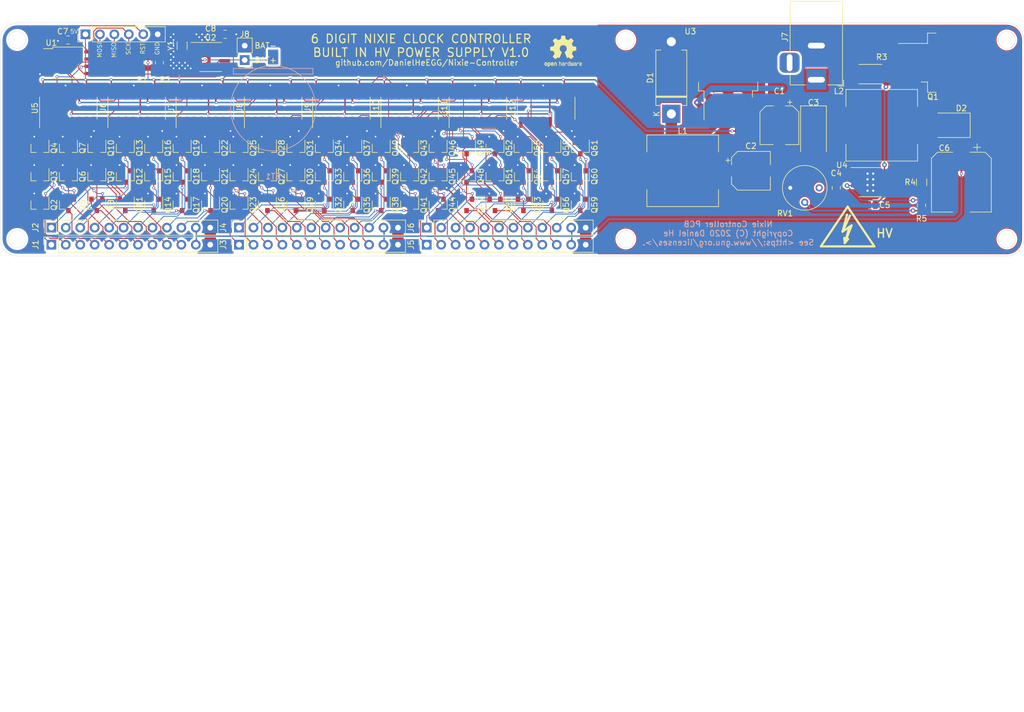
<source format=kicad_pcb>
(kicad_pcb (version 20171130) (host pcbnew "(5.1.5-131-g305ed0b65)-1")
  (layers (0 F.Cu signal) (31 B.Cu signal) (34 B.Paste user) (35 F.Paste user) (36 B.SilkS user) (37 F.SilkS user) (38 B.Mask user) (39 F.Mask user) (44 Edge.Cuts user))
  (net 0 "")
  (net 1 +12V)
  (net 2 GND)
  (net 3 +180V)
  (net 4 "Net-(Q1-Pad1)")
  (net 5 "Net-(Q1-Pad3)")
  (net 6 "Net-(RV1-Pad1)")
  (net 7 +5V)
  (net 8 "Net-(D1-Pad1)")
  (net 9 "Net-(D2-Pad2)")
  (net 10 /D0)
  (net 11 /D1)
  (net 12 /D2)
  (net 13 /D3)
  (net 14 /D4)
  (net 15 /D5)
  (net 16 /D6)
  (net 17 /D7)
  (net 18 /D8)
  (net 19 /D9)
  (net 20 /D19)
  (net 21 /D18)
  (net 22 /D17)
  (net 23 /D16)
  (net 24 /D15)
  (net 25 /D14)
  (net 26 /D13)
  (net 27 /D12)
  (net 28 /D11)
  (net 29 /D10)
  (net 30 /D29)
  (net 31 /D28)
  (net 32 /D27)
  (net 33 /D26)
  (net 34 /D25)
  (net 35 /D24)
  (net 36 /D23)
  (net 37 /D22)
  (net 38 /D21)
  (net 39 /D20)
  (net 40 /D30)
  (net 41 /D31)
  (net 42 /D32)
  (net 43 /D33)
  (net 44 /D34)
  (net 45 /D35)
  (net 46 /D36)
  (net 47 /D37)
  (net 48 /D38)
  (net 49 /D39)
  (net 50 /D40)
  (net 51 /D41)
  (net 52 /D42)
  (net 53 /D43)
  (net 54 /D44)
  (net 55 /D45)
  (net 56 /D46)
  (net 57 /D47)
  (net 58 /D48)
  (net 59 /D49)
  (net 60 /D59)
  (net 61 /D58)
  (net 62 /D57)
  (net 63 /D56)
  (net 64 /D55)
  (net 65 /D54)
  (net 66 /D53)
  (net 67 /D52)
  (net 68 /D51)
  (net 69 /D50)
  (net 70 /C0)
  (net 71 /C1)
  (net 72 /C2)
  (net 73 /C3)
  (net 74 /C4)
  (net 75 /C5)
  (net 76 /C6)
  (net 77 /C7)
  (net 78 /C8)
  (net 79 /C9)
  (net 80 /C10)
  (net 81 /C11)
  (net 82 /C12)
  (net 83 /C13)
  (net 84 /C14)
  (net 85 /C15)
  (net 86 /C16)
  (net 87 /C17)
  (net 88 /C18)
  (net 89 /C19)
  (net 90 /C20)
  (net 91 /C21)
  (net 92 /C22)
  (net 93 /C23)
  (net 94 /C24)
  (net 95 /C25)
  (net 96 /C26)
  (net 97 /C27)
  (net 98 /C28)
  (net 99 /C29)
  (net 100 /C30)
  (net 101 /C31)
  (net 102 /C32)
  (net 103 /C33)
  (net 104 /C34)
  (net 105 /C35)
  (net 106 /C36)
  (net 107 /C37)
  (net 108 /C38)
  (net 109 /C39)
  (net 110 /C40)
  (net 111 /C41)
  (net 112 /C42)
  (net 113 /C43)
  (net 114 /C44)
  (net 115 /C45)
  (net 116 /C46)
  (net 117 /C47)
  (net 118 /C48)
  (net 119 /C49)
  (net 120 /C50)
  (net 121 /C51)
  (net 122 /C52)
  (net 123 /C53)
  (net 124 /C54)
  (net 125 /C55)
  (net 126 /C56)
  (net 127 /C57)
  (net 128 /C58)
  (net 129 /C59)
  (net 130 "Net-(R5-Pad2)")
  (net 131 /SRCLK)
  (net 132 /RCLK)
  (net 133 "Net-(U2-Pad1)")
  (net 134 "Net-(U2-Pad2)")
  (net 135 "Net-(U2-Pad7)")
  (net 136 "Net-(U5-Pad9)")
  (net 137 "Net-(U11-Pad9)")
  (net 138 "Net-(U6-Pad9)")
  (net 139 "Net-(U7-Pad9)")
  (net 140 "Net-(U10-Pad14)")
  (net 141 "Net-(U10-Pad9)")
  (net 142 "Net-(U12-Pad4)")
  (net 143 "Net-(U12-Pad5)")
  (net 144 "Net-(U12-Pad6)")
  (net 145 "Net-(U12-Pad7)")
  (net 146 "Net-(U12-Pad9)")
  (net 147 "Net-(C5-Pad1)")
  (net 148 "Net-(U8-Pad9)")
  (net 149 "Net-(R4-Pad2)")
  (net 150 /SCK)
  (net 151 /MOSI)
  (net 152 /RST)
  (net 153 /MISO)
  (net 154 "Net-(BT1-Pad1)")
  (module Capacitor_SMD:C_0805_2012Metric (layer F.Cu) (at 71.9375 78 180)
    (fp_text reference C7 (at 0.9375 1.5) (layer F.SilkS))
    (fp_text value 100nF)
    (pad 1 smd roundrect (at -0.9375 0 180) (size 0.975 1.4) (layers F.Cu F.Paste F.Mask) (net 7 +5V))
    (pad 2 smd roundrect (at 0.9375 0 180) (size 0.975 1.4) (layers F.Cu F.Paste F.Mask) (net 2 GND))
  )
  (module NixieController:Keystone_1056 (layer B.Cu) (at 108 90)
    (fp_text reference BT1 (at 0 12 180) (layer B.SilkS) (effects (justify mirror)))
    (fp_text value Battery_Cell)
    (pad 2 smd rect (at 0 9) (size 1.8 2.6) (layers B.Cu B.Paste B.Mask) (net 2 GND))
    (pad 1 smd rect (at 0 -9) (size 1.8 2.6) (layers B.Cu B.Paste B.Mask) (net 154 "Net-(BT1-Pad1)"))
  )
  (module Connector_PinHeader_2.54mm:PinHeader_1x02_P2.54mm_Vertical (layer F.Cu) (at 103 81.54 180)
    (fp_text reference J8 (at 0 4.54) (layer F.SilkS))
    (fp_text value Conn_01x02_Male)
    (pad 2 thru_hole oval (at 0 2.54 180) (size 1.7 1.7) (drill 1) (layers *.Cu *.Mask) (net 2 GND))
    (pad 1 thru_hole rect (at 0 0 180) (size 1.7 1.7) (drill 1) (layers *.Cu *.Mask) (net 154 "Net-(BT1-Pad1)"))
  )
  (module Symbol:Symbol_HighVoltage_Type2_CopperTop_VerySmall (layer F.Cu) (at 209 111.5)
    (fp_text reference REF** hide)
    (fp_text value Symbol_HighVoltage_Type2_CopperTop_VerySmall)
  )
  (module Symbol:OSHW-Logo2_7.3x6mm_SilkScreen (layer F.Cu) (at 159 80)
    (fp_text reference REF** hide)
    (fp_text value OSHW-Logo2_7.3x6mm_SilkScreen hide)
  )
  (module Capacitor_Tantalum_SMD:CP_EIA-7343-31_Kemet-D (layer F.Cu) (at 203 94 270)
    (fp_text reference C3 (at -5 0 180) (layer F.SilkS))
    (fp_text value "100uF,Low ESR")
    (pad 1 smd roundrect (at -3.1125 0 270) (size 2.075 2.55) (layers F.Cu F.Paste F.Mask) (roundrect_rratio 0.120482) (net 1 +12V))
    (pad 2 smd roundrect (at 3.1125 0 270) (size 2.075 2.55) (layers F.Cu F.Paste F.Mask) (roundrect_rratio 0.120482) (net 2 GND))
  )
  (module Capacitor_SMD:C_0805_2012Metric (layer F.Cu) (at 207 104 270)
    (fp_text reference C4 (at -2.5625 0 180) (layer F.SilkS))
    (fp_text value 100nF)
    (pad 2 smd roundrect (at 0.9375 0 270) (size 0.975 1.4) (layers F.Cu F.Paste F.Mask) (net 2 GND))
    (pad 1 smd roundrect (at -0.9375 0 270) (size 0.975 1.4) (layers F.Cu F.Paste F.Mask) (net 1 +12V))
  )
  (module Capacitor_SMD:C_0805_2012Metric (layer F.Cu) (at 212.9375 107 180)
    (fp_text reference C5 (at -2.596944 -0.041692) (layer F.SilkS))
    (fp_text value 100nF)
    (pad 1 smd roundrect (at -0.9375 0 180) (size 0.975 1.4) (layers F.Cu F.Paste F.Mask) (net 147 "Net-(C5-Pad1)"))
    (pad 2 smd roundrect (at 0.9375 0 180) (size 0.975 1.4) (layers F.Cu F.Paste F.Mask) (net 2 GND))
  )
  (module Capacitor_SMD:CP_Elec_10x10 (layer F.Cu) (at 229 103 270)
    (fp_text reference C6 (at -6 3 180) (layer F.SilkS))
    (fp_text value 10uF,250V)
    (pad 1 smd roundrect (at -4 0 270) (size 4 2.5) (layers F.Cu F.Paste F.Mask) (roundrect_rratio 0.1) (net 3 +180V))
    (pad 2 smd roundrect (at 4 0 270) (size 4 2.5) (layers F.Cu F.Paste F.Mask) (roundrect_rratio 0.1) (net 2 GND))
  )
  (module Diode_SMD:D_SMB (layer F.Cu) (at 227 93 180)
    (fp_text reference D2 (at -2 3) (layer F.SilkS))
    (fp_text value "300V, 2A, Fast Trr")
    (pad 1 smd rect (at -2.15 0 180) (size 2.5 2.3) (layers F.Cu F.Paste F.Mask) (net 3 +180V))
    (pad 2 smd rect (at 2.15 0 180) (size 2.5 2.3) (layers F.Cu F.Paste F.Mask) (net 9 "Net-(D2-Pad2)"))
  )
  (module Connector_BarrelJack:BarrelJack_Horizontal (layer F.Cu) (at 203.5 85 270)
    (fp_text reference J7 (at -7.5 5.5 90) (layer F.SilkS))
    (fp_text value Jack-DC)
    (pad 1 thru_hole rect (at 0 0 270) (size 3.5 3.5) (drill oval 1 3) (layers *.Cu *.Mask) (net 1 +12V))
    (pad 2 thru_hole roundrect (at -6 0 270) (size 3 3.5) (drill oval 1 3) (layers *.Cu *.Mask) (net 2 GND))
    (pad 3 thru_hole roundrect (at -3 4.7 270) (size 3.5 3.5) (drill oval 3 1) (layers *.Cu *.Mask))
  )
  (module Inductor_SMD:L_12x12mm_H4.5mm (layer F.Cu) (at 215 93)
    (fp_text reference L2 (at -7.538321 -6) (layer F.SilkS))
    (fp_text value 100uH,2A)
    (pad 1 smd rect (at -4.95 0) (size 2.9 5.4) (layers F.Cu F.Paste F.Mask) (net 1 +12V))
    (pad 2 smd rect (at 4.95 0) (size 2.9 5.4) (layers F.Cu F.Paste F.Mask) (net 9 "Net-(D2-Pad2)"))
  )
  (module Package_TO_SOT_SMD:TO-263-2 (layer F.Cu) (at 226 82)
    (fp_text reference Q1 (at -2 6) (layer F.SilkS))
    (fp_text value IRF644)
    (pad 1 smd rect (at -5.775 -2.54) (size 4.6 1.1) (layers F.Cu F.Paste F.Mask) (net 4 "Net-(Q1-Pad1)"))
    (pad 3 smd rect (at -5.775 2.54) (size 4.6 1.1) (layers F.Cu F.Paste F.Mask) (net 5 "Net-(Q1-Pad3)"))
    (pad 2 smd rect (at 3.375 0) (size 9.4 10.8) (layers F.Cu F.Mask) (net 9 "Net-(D2-Pad2)"))
  )
  (module Resistor_SMD:R_2512_6332Metric (layer F.Cu) (at 213 84 180)
    (fp_text reference R3 (at -2 3) (layer F.SilkS))
    (fp_text value 0.05,1W)
    (pad 1 smd roundrect (at -2.9 0 180) (size 1.35 3.35) (layers F.Cu F.Paste F.Mask) (roundrect_rratio 0.185185) (net 5 "Net-(Q1-Pad3)"))
    (pad 2 smd roundrect (at 2.9 0 180) (size 1.35 3.35) (layers F.Cu F.Paste F.Mask) (roundrect_rratio 0.185185) (net 2 GND))
  )
  (module Resistor_SMD:R_1206_3216Metric (layer F.Cu) (at 222 103 270)
    (fp_text reference R4 (at 0 2 180) (layer F.SilkS))
    (fp_text value 1M2,250V)
    (pad 1 smd roundrect (at -1.4 0 270) (size 1.25 1.75) (layers F.Cu F.Paste F.Mask) (roundrect_rratio 0.2) (net 3 +180V))
    (pad 2 smd roundrect (at 1.4 0 270) (size 1.25 1.75) (layers F.Cu F.Paste F.Mask) (roundrect_rratio 0.2) (net 149 "Net-(R4-Pad2)"))
  )
  (module Resistor_SMD:R_0805_2012Metric (layer F.Cu) (at 222 107.0625 270)
    (fp_text reference R5 (at 2.3375 0 180) (layer F.SilkS))
    (fp_text value 10K)
    (pad 1 smd roundrect (at -0.9375 0 270) (size 0.975 1.4) (layers F.Cu F.Paste F.Mask) (net 149 "Net-(R4-Pad2)"))
    (pad 2 smd roundrect (at 0.9375 0 270) (size 0.975 1.4) (layers F.Cu F.Paste F.Mask) (net 130 "Net-(R5-Pad2)"))
  )
  (module Package_SO:SOIC-8_3.9x4.9mm_P1.27mm (layer F.Cu) (at 213 103)
    (fp_text reference U4 (at -5 -3) (layer F.SilkS))
    (fp_text value MAX1771)
    (pad 1 smd roundrect (at -2.475 -1.905) (size 1.95 0.6) (layers F.Cu F.Paste F.Mask) (net 4 "Net-(Q1-Pad1)"))
    (pad 2 smd roundrect (at -2.475 -0.635) (size 1.95 0.6) (layers F.Cu F.Paste F.Mask) (net 1 +12V))
    (pad 3 smd roundrect (at -2.475 0.635) (size 1.95 0.6) (layers F.Cu F.Paste F.Mask) (net 149 "Net-(R4-Pad2)"))
    (pad 4 smd roundrect (at -2.475 1.905) (size 1.95 0.6) (layers F.Cu F.Paste F.Mask) (net 2 GND))
    (pad 5 smd roundrect (at 2.475 1.905) (size 1.95 0.6) (layers F.Cu F.Paste F.Mask) (net 147 "Net-(C5-Pad1)"))
    (pad 6 smd roundrect (at 2.475 0.635) (size 1.95 0.6) (layers F.Cu F.Paste F.Mask) (net 2 GND))
    (pad 7 smd roundrect (at 2.475 -0.635) (size 1.95 0.6) (layers F.Cu F.Paste F.Mask) (net 2 GND))
    (pad 8 smd roundrect (at 2.475 -1.905) (size 1.95 0.6) (layers F.Cu F.Paste F.Mask) (net 5 "Net-(Q1-Pad3)"))
  )
  (module Potentiometer_THT:Potentiometer_Bourns_3339P_Vertical (layer F.Cu) (at 204 104 90)
    (fp_text reference RV1 (at -4.5 -6 180) (layer F.SilkS))
    (fp_text value 10K)
    (pad 3 thru_hole circle (at 0 -5.08 90) (size 1.26 1.26) (drill 0.7) (layers *.Cu *.Mask) (net 2 GND))
    (pad 2 thru_hole circle (at -2.54 -2.54 90) (size 1.26 1.26) (drill 0.7) (layers *.Cu *.Mask) (net 130 "Net-(R5-Pad2)"))
    (pad 1 thru_hole circle (at 0 0 90) (size 1.26 1.26) (drill 0.7) (layers *.Cu *.Mask) (net 6 "Net-(RV1-Pad1)"))
  )
  (module Diode_THT:D_DO-201AD_P12.70mm_Horizontal (layer F.Cu) (at 178 91 90)
    (fp_text reference D1 (at 6.35 -3.72 90) (layer F.SilkS))
    (fp_text value IN5822)
    (fp_text user K (at 0 -2.6 90) (layer F.SilkS))
    (pad 1 thru_hole rect (at 0 0 90) (size 3.2 3.2) (drill 1.6) (layers *.Cu *.Mask) (net 8 "Net-(D1-Pad1)"))
    (pad 2 thru_hole oval (at 12.7 0 90) (size 3.2 3.2) (drill 1.6) (layers *.Cu *.Mask) (net 2 GND))
  )
  (module Inductor_SMD:L_12x12mm_H4.5mm (layer F.Cu) (at 180 101)
    (fp_text reference L1 (at 0 -7) (layer F.SilkS))
    (fp_text value 100uH,2A)
    (pad 1 smd rect (at -4.95 0) (size 2.9 5.4) (layers F.Cu F.Paste F.Mask) (net 8 "Net-(D1-Pad1)"))
    (pad 2 smd rect (at 4.95 0) (size 2.9 5.4) (layers F.Cu F.Paste F.Mask) (net 7 +5V))
  )
  (module Package_TO_SOT_SMD:SOT-23 (layer F.Cu) (at 67 107 270)
    (fp_text reference Q2 (at 0 -2.5 90) (layer F.SilkS))
    (fp_text value BSS127)
    (pad 3 smd rect (at 1 0 270) (size 0.9 0.8) (layers F.Cu F.Paste F.Mask) (net 10 /D0))
    (pad 2 smd rect (at -1 0.95 270) (size 0.9 0.8) (layers F.Cu F.Paste F.Mask) (net 2 GND))
    (pad 1 smd rect (at -1 -0.95 270) (size 0.9 0.8) (layers F.Cu F.Paste F.Mask) (net 70 /C0))
  )
  (module Package_TO_SOT_SMD:SOT-23 (layer F.Cu) (at 67 102 270)
    (fp_text reference Q3 (at 0 -2.5 90) (layer F.SilkS))
    (fp_text value BSS127)
    (pad 1 smd rect (at -1 -0.95 270) (size 0.9 0.8) (layers F.Cu F.Paste F.Mask) (net 71 /C1))
    (pad 2 smd rect (at -1 0.95 270) (size 0.9 0.8) (layers F.Cu F.Paste F.Mask) (net 2 GND))
    (pad 3 smd rect (at 1 0 270) (size 0.9 0.8) (layers F.Cu F.Paste F.Mask) (net 11 /D1))
  )
  (module Package_TO_SOT_SMD:SOT-23 (layer F.Cu) (at 67 97 270)
    (fp_text reference Q4 (at 0 -2.5 90) (layer F.SilkS))
    (fp_text value BSS127)
    (pad 3 smd rect (at 1 0 270) (size 0.9 0.8) (layers F.Cu F.Paste F.Mask) (net 12 /D2))
    (pad 2 smd rect (at -1 0.95 270) (size 0.9 0.8) (layers F.Cu F.Paste F.Mask) (net 2 GND))
    (pad 1 smd rect (at -1 -0.95 270) (size 0.9 0.8) (layers F.Cu F.Paste F.Mask) (net 72 /C2))
  )
  (module Package_TO_SOT_SMD:SOT-23 (layer F.Cu) (at 72 107 270)
    (fp_text reference Q5 (at 0 -2.5 90) (layer F.SilkS))
    (fp_text value BSS127)
    (pad 1 smd rect (at -1 -0.95 270) (size 0.9 0.8) (layers F.Cu F.Paste F.Mask) (net 73 /C3))
    (pad 2 smd rect (at -1 0.95 270) (size 0.9 0.8) (layers F.Cu F.Paste F.Mask) (net 2 GND))
    (pad 3 smd rect (at 1 0 270) (size 0.9 0.8) (layers F.Cu F.Paste F.Mask) (net 13 /D3))
  )
  (module Package_TO_SOT_SMD:SOT-23 (layer F.Cu) (at 72 102 270)
    (fp_text reference Q6 (at 0 -2.5 90) (layer F.SilkS))
    (fp_text value BSS127)
    (pad 3 smd rect (at 1 0 270) (size 0.9 0.8) (layers F.Cu F.Paste F.Mask) (net 14 /D4))
    (pad 2 smd rect (at -1 0.95 270) (size 0.9 0.8) (layers F.Cu F.Paste F.Mask) (net 2 GND))
    (pad 1 smd rect (at -1 -0.95 270) (size 0.9 0.8) (layers F.Cu F.Paste F.Mask) (net 74 /C4))
  )
  (module Package_TO_SOT_SMD:SOT-23 (layer F.Cu) (at 72 97 270)
    (fp_text reference Q7 (at 0 -2.5 90) (layer F.SilkS))
    (fp_text value BSS127)
    (pad 1 smd rect (at -1 -0.95 270) (size 0.9 0.8) (layers F.Cu F.Paste F.Mask) (net 75 /C5))
    (pad 2 smd rect (at -1 0.95 270) (size 0.9 0.8) (layers F.Cu F.Paste F.Mask) (net 2 GND))
    (pad 3 smd rect (at 1 0 270) (size 0.9 0.8) (layers F.Cu F.Paste F.Mask) (net 15 /D5))
  )
  (module Package_TO_SOT_SMD:SOT-23 (layer F.Cu) (at 77 107 270)
    (fp_text reference Q8 (at 0 -2.5 90) (layer F.SilkS))
    (fp_text value BSS127)
    (pad 3 smd rect (at 1 0 270) (size 0.9 0.8) (layers F.Cu F.Paste F.Mask) (net 16 /D6))
    (pad 2 smd rect (at -1 0.95 270) (size 0.9 0.8) (layers F.Cu F.Paste F.Mask) (net 2 GND))
    (pad 1 smd rect (at -1 -0.95 270) (size 0.9 0.8) (layers F.Cu F.Paste F.Mask) (net 76 /C6))
  )
  (module Package_TO_SOT_SMD:SOT-23 (layer F.Cu) (at 77 102 270)
    (fp_text reference Q9 (at 0 -2.5 90) (layer F.SilkS))
    (fp_text value BSS127)
    (pad 1 smd rect (at -1 -0.95 270) (size 0.9 0.8) (layers F.Cu F.Paste F.Mask) (net 77 /C7))
    (pad 2 smd rect (at -1 0.95 270) (size 0.9 0.8) (layers F.Cu F.Paste F.Mask) (net 2 GND))
    (pad 3 smd rect (at 1 0 270) (size 0.9 0.8) (layers F.Cu F.Paste F.Mask) (net 17 /D7))
  )
  (module Package_TO_SOT_SMD:SOT-23 (layer F.Cu) (at 77 97 270)
    (fp_text reference Q10 (at 0 -2.5 90) (layer F.SilkS))
    (fp_text value BSS127)
    (pad 3 smd rect (at 1 0 270) (size 0.9 0.8) (layers F.Cu F.Paste F.Mask) (net 18 /D8))
    (pad 2 smd rect (at -1 0.95 270) (size 0.9 0.8) (layers F.Cu F.Paste F.Mask) (net 2 GND))
    (pad 1 smd rect (at -1 -0.95 270) (size 0.9 0.8) (layers F.Cu F.Paste F.Mask) (net 78 /C8))
  )
  (module Package_TO_SOT_SMD:SOT-23 (layer F.Cu) (at 82 107 270)
    (fp_text reference Q11 (at 0 -2.5 90) (layer F.SilkS))
    (fp_text value BSS127)
    (pad 3 smd rect (at 1 0 270) (size 0.9 0.8) (layers F.Cu F.Paste F.Mask) (net 19 /D9))
    (pad 2 smd rect (at -1 0.95 270) (size 0.9 0.8) (layers F.Cu F.Paste F.Mask) (net 2 GND))
    (pad 1 smd rect (at -1 -0.95 270) (size 0.9 0.8) (layers F.Cu F.Paste F.Mask) (net 79 /C9))
  )
  (module Package_TO_SOT_SMD:SOT-23 (layer F.Cu) (at 82 102 270)
    (fp_text reference Q12 (at 0 -2.5 90) (layer F.SilkS))
    (fp_text value BSS127)
    (pad 3 smd rect (at 1 0 270) (size 0.9 0.8) (layers F.Cu F.Paste F.Mask) (net 29 /D10))
    (pad 2 smd rect (at -1 0.95 270) (size 0.9 0.8) (layers F.Cu F.Paste F.Mask) (net 2 GND))
    (pad 1 smd rect (at -1 -0.95 270) (size 0.9 0.8) (layers F.Cu F.Paste F.Mask) (net 80 /C10))
  )
  (module Package_TO_SOT_SMD:SOT-23 (layer F.Cu) (at 82 97 270)
    (fp_text reference Q13 (at 0 -2.5 90) (layer F.SilkS))
    (fp_text value BSS127)
    (pad 1 smd rect (at -1 -0.95 270) (size 0.9 0.8) (layers F.Cu F.Paste F.Mask) (net 81 /C11))
    (pad 2 smd rect (at -1 0.95 270) (size 0.9 0.8) (layers F.Cu F.Paste F.Mask) (net 2 GND))
    (pad 3 smd rect (at 1 0 270) (size 0.9 0.8) (layers F.Cu F.Paste F.Mask) (net 28 /D11))
  )
  (module Package_TO_SOT_SMD:SOT-23 (layer F.Cu) (at 87 107 270)
    (fp_text reference Q14 (at 0 -2.5 90) (layer F.SilkS))
    (fp_text value BSS127)
    (pad 3 smd rect (at 1 0 270) (size 0.9 0.8) (layers F.Cu F.Paste F.Mask) (net 27 /D12))
    (pad 2 smd rect (at -1 0.95 270) (size 0.9 0.8) (layers F.Cu F.Paste F.Mask) (net 2 GND))
    (pad 1 smd rect (at -1 -0.95 270) (size 0.9 0.8) (layers F.Cu F.Paste F.Mask) (net 82 /C12))
  )
  (module Package_TO_SOT_SMD:SOT-23 (layer F.Cu) (at 87 102 270)
    (fp_text reference Q15 (at 0 -2.5 90) (layer F.SilkS))
    (fp_text value BSS127)
    (pad 1 smd rect (at -1 -0.95 270) (size 0.9 0.8) (layers F.Cu F.Paste F.Mask) (net 83 /C13))
    (pad 2 smd rect (at -1 0.95 270) (size 0.9 0.8) (layers F.Cu F.Paste F.Mask) (net 2 GND))
    (pad 3 smd rect (at 1 0 270) (size 0.9 0.8) (layers F.Cu F.Paste F.Mask) (net 26 /D13))
  )
  (module Package_TO_SOT_SMD:SOT-23 (layer F.Cu) (at 87 97 270)
    (fp_text reference Q16 (at 0 -2.5 90) (layer F.SilkS))
    (fp_text value BSS127)
    (pad 3 smd rect (at 1 0 270) (size 0.9 0.8) (layers F.Cu F.Paste F.Mask) (net 25 /D14))
    (pad 2 smd rect (at -1 0.95 270) (size 0.9 0.8) (layers F.Cu F.Paste F.Mask) (net 2 GND))
    (pad 1 smd rect (at -1 -0.95 270) (size 0.9 0.8) (layers F.Cu F.Paste F.Mask) (net 84 /C14))
  )
  (module Package_TO_SOT_SMD:SOT-23 (layer F.Cu) (at 92 107 270)
    (fp_text reference Q17 (at 0 -2.5 90) (layer F.SilkS))
    (fp_text value BSS127)
    (pad 1 smd rect (at -1 -0.95 270) (size 0.9 0.8) (layers F.Cu F.Paste F.Mask) (net 85 /C15))
    (pad 2 smd rect (at -1 0.95 270) (size 0.9 0.8) (layers F.Cu F.Paste F.Mask) (net 2 GND))
    (pad 3 smd rect (at 1 0 270) (size 0.9 0.8) (layers F.Cu F.Paste F.Mask) (net 24 /D15))
  )
  (module Package_TO_SOT_SMD:SOT-23 (layer F.Cu) (at 92 102 270)
    (fp_text reference Q18 (at 0 -2.5 90) (layer F.SilkS))
    (fp_text value BSS127)
    (pad 3 smd rect (at 1 0 270) (size 0.9 0.8) (layers F.Cu F.Paste F.Mask) (net 23 /D16))
    (pad 2 smd rect (at -1 0.95 270) (size 0.9 0.8) (layers F.Cu F.Paste F.Mask) (net 2 GND))
    (pad 1 smd rect (at -1 -0.95 270) (size 0.9 0.8) (layers F.Cu F.Paste F.Mask) (net 86 /C16))
  )
  (module Package_TO_SOT_SMD:SOT-23 (layer F.Cu) (at 92 97 270)
    (fp_text reference Q19 (at 0 -2.5 90) (layer F.SilkS))
    (fp_text value BSS127)
    (pad 1 smd rect (at -1 -0.95 270) (size 0.9 0.8) (layers F.Cu F.Paste F.Mask) (net 87 /C17))
    (pad 2 smd rect (at -1 0.95 270) (size 0.9 0.8) (layers F.Cu F.Paste F.Mask) (net 2 GND))
    (pad 3 smd rect (at 1 0 270) (size 0.9 0.8) (layers F.Cu F.Paste F.Mask) (net 22 /D17))
  )
  (module Package_TO_SOT_SMD:SOT-23 (layer F.Cu) (at 97 107 270)
    (fp_text reference Q20 (at 0 -2.5 90) (layer F.SilkS))
    (fp_text value BSS127)
    (pad 3 smd rect (at 1 0 270) (size 0.9 0.8) (layers F.Cu F.Paste F.Mask) (net 21 /D18))
    (pad 2 smd rect (at -1 0.95 270) (size 0.9 0.8) (layers F.Cu F.Paste F.Mask) (net 2 GND))
    (pad 1 smd rect (at -1 -0.95 270) (size 0.9 0.8) (layers F.Cu F.Paste F.Mask) (net 88 /C18))
  )
  (module Package_TO_SOT_SMD:SOT-23 (layer F.Cu) (at 97 102 270)
    (fp_text reference Q21 (at 0 -2.5 90) (layer F.SilkS))
    (fp_text value BSS127)
    (pad 1 smd rect (at -1 -0.95 270) (size 0.9 0.8) (layers F.Cu F.Paste F.Mask) (net 89 /C19))
    (pad 2 smd rect (at -1 0.95 270) (size 0.9 0.8) (layers F.Cu F.Paste F.Mask) (net 2 GND))
    (pad 3 smd rect (at 1 0 270) (size 0.9 0.8) (layers F.Cu F.Paste F.Mask) (net 20 /D19))
  )
  (module Package_TO_SOT_SMD:SOT-23 (layer F.Cu) (at 97 97 270)
    (fp_text reference Q22 (at 0 -2.5 90) (layer F.SilkS))
    (fp_text value BSS127)
    (pad 3 smd rect (at 1 0 270) (size 0.9 0.8) (layers F.Cu F.Paste F.Mask) (net 39 /D20))
    (pad 2 smd rect (at -1 0.95 270) (size 0.9 0.8) (layers F.Cu F.Paste F.Mask) (net 2 GND))
    (pad 1 smd rect (at -1 -0.95 270) (size 0.9 0.8) (layers F.Cu F.Paste F.Mask) (net 90 /C20))
  )
  (module Package_TO_SOT_SMD:SOT-23 (layer F.Cu) (at 102 107 270)
    (fp_text reference Q23 (at 0 -2.5 90) (layer F.SilkS))
    (fp_text value BSS127)
    (pad 1 smd rect (at -1 -0.95 270) (size 0.9 0.8) (layers F.Cu F.Paste F.Mask) (net 91 /C21))
    (pad 2 smd rect (at -1 0.95 270) (size 0.9 0.8) (layers F.Cu F.Paste F.Mask) (net 2 GND))
    (pad 3 smd rect (at 1 0 270) (size 0.9 0.8) (layers F.Cu F.Paste F.Mask) (net 38 /D21))
  )
  (module Package_TO_SOT_SMD:SOT-23 (layer F.Cu) (at 102 102 270)
    (fp_text reference Q24 (at 0 -2.5 90) (layer F.SilkS))
    (fp_text value BSS127)
    (pad 3 smd rect (at 1 0 270) (size 0.9 0.8) (layers F.Cu F.Paste F.Mask) (net 37 /D22))
    (pad 2 smd rect (at -1 0.95 270) (size 0.9 0.8) (layers F.Cu F.Paste F.Mask) (net 2 GND))
    (pad 1 smd rect (at -1 -0.95 270) (size 0.9 0.8) (layers F.Cu F.Paste F.Mask) (net 92 /C22))
  )
  (module Package_TO_SOT_SMD:SOT-23 (layer F.Cu) (at 102 97 270)
    (fp_text reference Q25 (at 0 -2.5 90) (layer F.SilkS))
    (fp_text value BSS127)
    (pad 1 smd rect (at -1 -0.95 270) (size 0.9 0.8) (layers F.Cu F.Paste F.Mask) (net 93 /C23))
    (pad 2 smd rect (at -1 0.95 270) (size 0.9 0.8) (layers F.Cu F.Paste F.Mask) (net 2 GND))
    (pad 3 smd rect (at 1 0 270) (size 0.9 0.8) (layers F.Cu F.Paste F.Mask) (net 36 /D23))
  )
  (module Package_TO_SOT_SMD:SOT-23 (layer F.Cu) (at 107 107 270)
    (fp_text reference Q26 (at 0 -2.5 90) (layer F.SilkS))
    (fp_text value BSS127)
    (pad 3 smd rect (at 1 0 270) (size 0.9 0.8) (layers F.Cu F.Paste F.Mask) (net 35 /D24))
    (pad 2 smd rect (at -1 0.95 270) (size 0.9 0.8) (layers F.Cu F.Paste F.Mask) (net 2 GND))
    (pad 1 smd rect (at -1 -0.95 270) (size 0.9 0.8) (layers F.Cu F.Paste F.Mask) (net 94 /C24))
  )
  (module Package_TO_SOT_SMD:SOT-23 (layer F.Cu) (at 107 102 270)
    (fp_text reference Q27 (at 0 -2.5 90) (layer F.SilkS))
    (fp_text value BSS127)
    (pad 1 smd rect (at -1 -0.95 270) (size 0.9 0.8) (layers F.Cu F.Paste F.Mask) (net 95 /C25))
    (pad 2 smd rect (at -1 0.95 270) (size 0.9 0.8) (layers F.Cu F.Paste F.Mask) (net 2 GND))
    (pad 3 smd rect (at 1 0 270) (size 0.9 0.8) (layers F.Cu F.Paste F.Mask) (net 34 /D25))
  )
  (module Package_TO_SOT_SMD:SOT-23 (layer F.Cu) (at 107 97 270)
    (fp_text reference Q28 (at 0 -2.5 90) (layer F.SilkS))
    (fp_text value BSS127)
    (pad 3 smd rect (at 1 0 270) (size 0.9 0.8) (layers F.Cu F.Paste F.Mask) (net 33 /D26))
    (pad 2 smd rect (at -1 0.95 270) (size 0.9 0.8) (layers F.Cu F.Paste F.Mask) (net 2 GND))
    (pad 1 smd rect (at -1 -0.95 270) (size 0.9 0.8) (layers F.Cu F.Paste F.Mask) (net 96 /C26))
  )
  (module Package_TO_SOT_SMD:SOT-23 (layer F.Cu) (at 112 107 270)
    (fp_text reference Q29 (at 0 -2.5 90) (layer F.SilkS))
    (fp_text value BSS127)
    (pad 1 smd rect (at -1 -0.95 270) (size 0.9 0.8) (layers F.Cu F.Paste F.Mask) (net 97 /C27))
    (pad 2 smd rect (at -1 0.95 270) (size 0.9 0.8) (layers F.Cu F.Paste F.Mask) (net 2 GND))
    (pad 3 smd rect (at 1 0 270) (size 0.9 0.8) (layers F.Cu F.Paste F.Mask) (net 32 /D27))
  )
  (module Package_TO_SOT_SMD:SOT-23 (layer F.Cu) (at 112 102 270)
    (fp_text reference Q30 (at 0 -2.5 90) (layer F.SilkS))
    (fp_text value BSS127)
    (pad 1 smd rect (at -1 -0.95 270) (size 0.9 0.8) (layers F.Cu F.Paste F.Mask) (net 98 /C28))
    (pad 2 smd rect (at -1 0.95 270) (size 0.9 0.8) (layers F.Cu F.Paste F.Mask) (net 2 GND))
    (pad 3 smd rect (at 1 0 270) (size 0.9 0.8) (layers F.Cu F.Paste F.Mask) (net 31 /D28))
  )
  (module Package_TO_SOT_SMD:SOT-23 (layer F.Cu) (at 112 97 270)
    (fp_text reference Q31 (at 0 -2.5 90) (layer F.SilkS))
    (fp_text value BSS127)
    (pad 1 smd rect (at -1 -0.95 270) (size 0.9 0.8) (layers F.Cu F.Paste F.Mask) (net 99 /C29))
    (pad 2 smd rect (at -1 0.95 270) (size 0.9 0.8) (layers F.Cu F.Paste F.Mask) (net 2 GND))
    (pad 3 smd rect (at 1 0 270) (size 0.9 0.8) (layers F.Cu F.Paste F.Mask) (net 30 /D29))
  )
  (module Package_TO_SOT_SMD:SOT-23 (layer F.Cu) (at 117 107 270)
    (fp_text reference Q32 (at 0 -2.5 90) (layer F.SilkS))
    (fp_text value BSS127)
    (pad 3 smd rect (at 1 0 270) (size 0.9 0.8) (layers F.Cu F.Paste F.Mask) (net 40 /D30))
    (pad 2 smd rect (at -1 0.95 270) (size 0.9 0.8) (layers F.Cu F.Paste F.Mask) (net 2 GND))
    (pad 1 smd rect (at -1 -0.95 270) (size 0.9 0.8) (layers F.Cu F.Paste F.Mask) (net 100 /C30))
  )
  (module Package_TO_SOT_SMD:SOT-23 (layer F.Cu) (at 117 102 270)
    (fp_text reference Q33 (at 0 -2.5 90) (layer F.SilkS))
    (fp_text value BSS127)
    (pad 1 smd rect (at -1 -0.95 270) (size 0.9 0.8) (layers F.Cu F.Paste F.Mask) (net 101 /C31))
    (pad 2 smd rect (at -1 0.95 270) (size 0.9 0.8) (layers F.Cu F.Paste F.Mask) (net 2 GND))
    (pad 3 smd rect (at 1 0 270) (size 0.9 0.8) (layers F.Cu F.Paste F.Mask) (net 41 /D31))
  )
  (module Package_TO_SOT_SMD:SOT-23 (layer F.Cu) (at 117 97 270)
    (fp_text reference Q34 (at 0 -2.5 90) (layer F.SilkS))
    (fp_text value BSS127)
    (pad 3 smd rect (at 1 0 270) (size 0.9 0.8) (layers F.Cu F.Paste F.Mask) (net 42 /D32))
    (pad 2 smd rect (at -1 0.95 270) (size 0.9 0.8) (layers F.Cu F.Paste F.Mask) (net 2 GND))
    (pad 1 smd rect (at -1 -0.95 270) (size 0.9 0.8) (layers F.Cu F.Paste F.Mask) (net 102 /C32))
  )
  (module Package_TO_SOT_SMD:SOT-23 (layer F.Cu) (at 122 107 270)
    (fp_text reference Q35 (at 0 -2.5 90) (layer F.SilkS))
    (fp_text value BSS127)
    (pad 1 smd rect (at -1 -0.95 270) (size 0.9 0.8) (layers F.Cu F.Paste F.Mask) (net 103 /C33))
    (pad 2 smd rect (at -1 0.95 270) (size 0.9 0.8) (layers F.Cu F.Paste F.Mask) (net 2 GND))
    (pad 3 smd rect (at 1 0 270) (size 0.9 0.8) (layers F.Cu F.Paste F.Mask) (net 43 /D33))
  )
  (module Package_TO_SOT_SMD:SOT-23 (layer F.Cu) (at 122 102 270)
    (fp_text reference Q36 (at 0 -2.5 90) (layer F.SilkS))
    (fp_text value BSS127)
    (pad 3 smd rect (at 1 0 270) (size 0.9 0.8) (layers F.Cu F.Paste F.Mask) (net 44 /D34))
    (pad 2 smd rect (at -1 0.95 270) (size 0.9 0.8) (layers F.Cu F.Paste F.Mask) (net 2 GND))
    (pad 1 smd rect (at -1 -0.95 270) (size 0.9 0.8) (layers F.Cu F.Paste F.Mask) (net 104 /C34))
  )
  (module Package_TO_SOT_SMD:SOT-23 (layer F.Cu) (at 122 97 270)
    (fp_text reference Q37 (at 0 -2.5 90) (layer F.SilkS))
    (fp_text value BSS127)
    (pad 3 smd rect (at 1 0 270) (size 0.9 0.8) (layers F.Cu F.Paste F.Mask) (net 45 /D35))
    (pad 2 smd rect (at -1 0.95 270) (size 0.9 0.8) (layers F.Cu F.Paste F.Mask) (net 2 GND))
    (pad 1 smd rect (at -1 -0.95 270) (size 0.9 0.8) (layers F.Cu F.Paste F.Mask) (net 105 /C35))
  )
  (module Package_TO_SOT_SMD:SOT-23 (layer F.Cu) (at 127 107 270)
    (fp_text reference Q38 (at 0 -2.5 90) (layer F.SilkS))
    (fp_text value BSS127)
    (pad 1 smd rect (at -1 -0.95 270) (size 0.9 0.8) (layers F.Cu F.Paste F.Mask) (net 106 /C36))
    (pad 2 smd rect (at -1 0.95 270) (size 0.9 0.8) (layers F.Cu F.Paste F.Mask) (net 2 GND))
    (pad 3 smd rect (at 1 0 270) (size 0.9 0.8) (layers F.Cu F.Paste F.Mask) (net 46 /D36))
  )
  (module Package_TO_SOT_SMD:SOT-23 (layer F.Cu) (at 127 102 270)
    (fp_text reference Q39 (at 0 -2.5 90) (layer F.SilkS))
    (fp_text value BSS127)
    (pad 3 smd rect (at 1 0 270) (size 0.9 0.8) (layers F.Cu F.Paste F.Mask) (net 47 /D37))
    (pad 2 smd rect (at -1 0.95 270) (size 0.9 0.8) (layers F.Cu F.Paste F.Mask) (net 2 GND))
    (pad 1 smd rect (at -1 -0.95 270) (size 0.9 0.8) (layers F.Cu F.Paste F.Mask) (net 107 /C37))
  )
  (module Package_TO_SOT_SMD:SOT-23 (layer F.Cu) (at 127 97 270)
    (fp_text reference Q40 (at 0 -2.5 90) (layer F.SilkS))
    (fp_text value BSS127)
    (pad 1 smd rect (at -1 -0.95 270) (size 0.9 0.8) (layers F.Cu F.Paste F.Mask) (net 108 /C38))
    (pad 2 smd rect (at -1 0.95 270) (size 0.9 0.8) (layers F.Cu F.Paste F.Mask) (net 2 GND))
    (pad 3 smd rect (at 1 0 270) (size 0.9 0.8) (layers F.Cu F.Paste F.Mask) (net 48 /D38))
  )
  (module Package_TO_SOT_SMD:SOT-23 (layer F.Cu) (at 132 107 270)
    (fp_text reference Q41 (at 0 -2.5 90) (layer F.SilkS))
    (fp_text value BSS127)
    (pad 3 smd rect (at 1 0 270) (size 0.9 0.8) (layers F.Cu F.Paste F.Mask) (net 49 /D39))
    (pad 2 smd rect (at -1 0.95 270) (size 0.9 0.8) (layers F.Cu F.Paste F.Mask) (net 2 GND))
    (pad 1 smd rect (at -1 -0.95 270) (size 0.9 0.8) (layers F.Cu F.Paste F.Mask) (net 109 /C39))
  )
  (module Package_TO_SOT_SMD:SOT-23 (layer F.Cu) (at 132 102 270)
    (fp_text reference Q42 (at 0 -2.5 90) (layer F.SilkS))
    (fp_text value BSS127)
    (pad 1 smd rect (at -1 -0.95 270) (size 0.9 0.8) (layers F.Cu F.Paste F.Mask) (net 110 /C40))
    (pad 2 smd rect (at -1 0.95 270) (size 0.9 0.8) (layers F.Cu F.Paste F.Mask) (net 2 GND))
    (pad 3 smd rect (at 1 0 270) (size 0.9 0.8) (layers F.Cu F.Paste F.Mask) (net 50 /D40))
  )
  (module Package_TO_SOT_SMD:SOT-23 (layer F.Cu) (at 132 97 270)
    (fp_text reference Q43 (at 0 -2.5 90) (layer F.SilkS))
    (fp_text value BSS127)
    (pad 3 smd rect (at 1 0 270) (size 0.9 0.8) (layers F.Cu F.Paste F.Mask) (net 51 /D41))
    (pad 2 smd rect (at -1 0.95 270) (size 0.9 0.8) (layers F.Cu F.Paste F.Mask) (net 2 GND))
    (pad 1 smd rect (at -1 -0.95 270) (size 0.9 0.8) (layers F.Cu F.Paste F.Mask) (net 111 /C41))
  )
  (module Package_TO_SOT_SMD:SOT-23 (layer F.Cu) (at 137 107 270)
    (fp_text reference Q44 (at 0 -2.5 90) (layer F.SilkS))
    (fp_text value BSS127)
    (pad 1 smd rect (at -1 -0.95 270) (size 0.9 0.8) (layers F.Cu F.Paste F.Mask) (net 112 /C42))
    (pad 2 smd rect (at -1 0.95 270) (size 0.9 0.8) (layers F.Cu F.Paste F.Mask) (net 2 GND))
    (pad 3 smd rect (at 1 0 270) (size 0.9 0.8) (layers F.Cu F.Paste F.Mask) (net 52 /D42))
  )
  (module Package_TO_SOT_SMD:SOT-23 (layer F.Cu) (at 137 102 270)
    (fp_text reference Q45 (at 0 -2.5 90) (layer F.SilkS))
    (fp_text value BSS127)
    (pad 3 smd rect (at 1 0 270) (size 0.9 0.8) (layers F.Cu F.Paste F.Mask) (net 53 /D43))
    (pad 2 smd rect (at -1 0.95 270) (size 0.9 0.8) (layers F.Cu F.Paste F.Mask) (net 2 GND))
    (pad 1 smd rect (at -1 -0.95 270) (size 0.9 0.8) (layers F.Cu F.Paste F.Mask) (net 113 /C43))
  )
  (module Package_TO_SOT_SMD:SOT-23 (layer F.Cu) (at 137 97 270)
    (fp_text reference Q46 (at 0 -2.5 90) (layer F.SilkS))
    (fp_text value BSS127)
    (pad 1 smd rect (at -1 -0.95 270) (size 0.9 0.8) (layers F.Cu F.Paste F.Mask) (net 114 /C44))
    (pad 2 smd rect (at -1 0.95 270) (size 0.9 0.8) (layers F.Cu F.Paste F.Mask) (net 2 GND))
    (pad 3 smd rect (at 1 0 270) (size 0.9 0.8) (layers F.Cu F.Paste F.Mask) (net 54 /D44))
  )
  (module Package_TO_SOT_SMD:SOT-23 (layer F.Cu) (at 142 107 270)
    (fp_text reference Q47 (at 0 -2.5 90) (layer F.SilkS))
    (fp_text value BSS127)
    (pad 3 smd rect (at 1 0 270) (size 0.9 0.8) (layers F.Cu F.Paste F.Mask) (net 55 /D45))
    (pad 2 smd rect (at -1 0.95 270) (size 0.9 0.8) (layers F.Cu F.Paste F.Mask) (net 2 GND))
    (pad 1 smd rect (at -1 -0.95 270) (size 0.9 0.8) (layers F.Cu F.Paste F.Mask) (net 115 /C45))
  )
  (module Package_TO_SOT_SMD:SOT-23 (layer F.Cu) (at 142 102 270)
    (fp_text reference Q48 (at 0 -2.5 90) (layer F.SilkS))
    (fp_text value BSS127)
    (pad 1 smd rect (at -1 -0.95 270) (size 0.9 0.8) (layers F.Cu F.Paste F.Mask) (net 116 /C46))
    (pad 2 smd rect (at -1 0.95 270) (size 0.9 0.8) (layers F.Cu F.Paste F.Mask) (net 2 GND))
    (pad 3 smd rect (at 1 0 270) (size 0.9 0.8) (layers F.Cu F.Paste F.Mask) (net 56 /D46))
  )
  (module Package_TO_SOT_SMD:SOT-23 (layer F.Cu) (at 142 97 270)
    (fp_text reference Q49 (at 0 -2.5 90) (layer F.SilkS))
    (fp_text value BSS127)
    (pad 1 smd rect (at -1 -0.95 270) (size 0.9 0.8) (layers F.Cu F.Paste F.Mask) (net 117 /C47))
    (pad 2 smd rect (at -1 0.95 270) (size 0.9 0.8) (layers F.Cu F.Paste F.Mask) (net 2 GND))
    (pad 3 smd rect (at 1 0 270) (size 0.9 0.8) (layers F.Cu F.Paste F.Mask) (net 57 /D47))
  )
  (module Package_TO_SOT_SMD:SOT-23 (layer F.Cu) (at 147 107 270)
    (fp_text reference Q50 (at 0 -2.5 90) (layer F.SilkS))
    (fp_text value BSS127)
    (pad 1 smd rect (at -1 -0.95 270) (size 0.9 0.8) (layers F.Cu F.Paste F.Mask) (net 118 /C48))
    (pad 2 smd rect (at -1 0.95 270) (size 0.9 0.8) (layers F.Cu F.Paste F.Mask) (net 2 GND))
    (pad 3 smd rect (at 1 0 270) (size 0.9 0.8) (layers F.Cu F.Paste F.Mask) (net 58 /D48))
  )
  (module Package_TO_SOT_SMD:SOT-23 (layer F.Cu) (at 147 102 270)
    (fp_text reference Q51 (at 0 -2.5 90) (layer F.SilkS))
    (fp_text value BSS127)
    (pad 3 smd rect (at 1 0 270) (size 0.9 0.8) (layers F.Cu F.Paste F.Mask) (net 59 /D49))
    (pad 2 smd rect (at -1 0.95 270) (size 0.9 0.8) (layers F.Cu F.Paste F.Mask) (net 2 GND))
    (pad 1 smd rect (at -1 -0.95 270) (size 0.9 0.8) (layers F.Cu F.Paste F.Mask) (net 119 /C49))
  )
  (module Package_TO_SOT_SMD:SOT-23 (layer F.Cu) (at 147 97 270)
    (fp_text reference Q52 (at 0 -2.5 90) (layer F.SilkS))
    (fp_text value BSS127)
    (pad 1 smd rect (at -1 -0.95 270) (size 0.9 0.8) (layers F.Cu F.Paste F.Mask) (net 120 /C50))
    (pad 2 smd rect (at -1 0.95 270) (size 0.9 0.8) (layers F.Cu F.Paste F.Mask) (net 2 GND))
    (pad 3 smd rect (at 1 0 270) (size 0.9 0.8) (layers F.Cu F.Paste F.Mask) (net 69 /D50))
  )
  (module Package_TO_SOT_SMD:SOT-23 (layer F.Cu) (at 152 107 270)
    (fp_text reference Q53 (at 0 -2.5 90) (layer F.SilkS))
    (fp_text value BSS127)
    (pad 3 smd rect (at 1 0 270) (size 0.9 0.8) (layers F.Cu F.Paste F.Mask) (net 68 /D51))
    (pad 2 smd rect (at -1 0.95 270) (size 0.9 0.8) (layers F.Cu F.Paste F.Mask) (net 2 GND))
    (pad 1 smd rect (at -1 -0.95 270) (size 0.9 0.8) (layers F.Cu F.Paste F.Mask) (net 121 /C51))
  )
  (module Package_TO_SOT_SMD:SOT-23 (layer F.Cu) (at 152 102 270)
    (fp_text reference Q54 (at 0 -2.5 90) (layer F.SilkS))
    (fp_text value BSS127)
    (pad 1 smd rect (at -1 -0.95 270) (size 0.9 0.8) (layers F.Cu F.Paste F.Mask) (net 122 /C52))
    (pad 2 smd rect (at -1 0.95 270) (size 0.9 0.8) (layers F.Cu F.Paste F.Mask) (net 2 GND))
    (pad 3 smd rect (at 1 0 270) (size 0.9 0.8) (layers F.Cu F.Paste F.Mask) (net 67 /D52))
  )
  (module Package_TO_SOT_SMD:SOT-23 (layer F.Cu) (at 151.95 97 270)
    (fp_text reference Q55 (at 0 -2.5 90) (layer F.SilkS))
    (fp_text value BSS127)
    (pad 3 smd rect (at 1 0 270) (size 0.9 0.8) (layers F.Cu F.Paste F.Mask) (net 66 /D53))
    (pad 2 smd rect (at -1 0.95 270) (size 0.9 0.8) (layers F.Cu F.Paste F.Mask) (net 2 GND))
    (pad 1 smd rect (at -1 -0.95 270) (size 0.9 0.8) (layers F.Cu F.Paste F.Mask) (net 123 /C53))
  )
  (module Package_TO_SOT_SMD:SOT-23 (layer F.Cu) (at 157 107 270)
    (fp_text reference Q56 (at 0 -2.5 90) (layer F.SilkS))
    (fp_text value BSS127)
    (pad 1 smd rect (at -1 -0.95 270) (size 0.9 0.8) (layers F.Cu F.Paste F.Mask) (net 124 /C54))
    (pad 2 smd rect (at -1 0.95 270) (size 0.9 0.8) (layers F.Cu F.Paste F.Mask) (net 2 GND))
    (pad 3 smd rect (at 1 0 270) (size 0.9 0.8) (layers F.Cu F.Paste F.Mask) (net 65 /D54))
  )
  (module Package_TO_SOT_SMD:SOT-23 (layer F.Cu) (at 157 102 270)
    (fp_text reference Q57 (at 0 -2.5 90) (layer F.SilkS))
    (fp_text value BSS127)
    (pad 3 smd rect (at 1 0 270) (size 0.9 0.8) (layers F.Cu F.Paste F.Mask) (net 64 /D55))
    (pad 2 smd rect (at -1 0.95 270) (size 0.9 0.8) (layers F.Cu F.Paste F.Mask) (net 2 GND))
    (pad 1 smd rect (at -1 -0.95 270) (size 0.9 0.8) (layers F.Cu F.Paste F.Mask) (net 125 /C55))
  )
  (module Package_TO_SOT_SMD:SOT-23 (layer F.Cu) (at 157 97 270)
    (fp_text reference Q58 (at 0 -2.5 90) (layer F.SilkS))
    (fp_text value BSS127)
    (pad 1 smd rect (at -1 -0.95 270) (size 0.9 0.8) (layers F.Cu F.Paste F.Mask) (net 126 /C56))
    (pad 2 smd rect (at -1 0.95 270) (size 0.9 0.8) (layers F.Cu F.Paste F.Mask) (net 2 GND))
    (pad 3 smd rect (at 1 0 270) (size 0.9 0.8) (layers F.Cu F.Paste F.Mask) (net 63 /D56))
  )
  (module Package_TO_SOT_SMD:SOT-23 (layer F.Cu) (at 162 107 270)
    (fp_text reference Q59 (at 0 -2.5 90) (layer F.SilkS))
    (fp_text value BSS127)
    (pad 3 smd rect (at 1 0 270) (size 0.9 0.8) (layers F.Cu F.Paste F.Mask) (net 62 /D57))
    (pad 2 smd rect (at -1 0.95 270) (size 0.9 0.8) (layers F.Cu F.Paste F.Mask) (net 2 GND))
    (pad 1 smd rect (at -1 -0.95 270) (size 0.9 0.8) (layers F.Cu F.Paste F.Mask) (net 127 /C57))
  )
  (module Package_TO_SOT_SMD:SOT-23 (layer F.Cu) (at 162 102 270)
    (fp_text reference Q60 (at 0 -2.5 90) (layer F.SilkS))
    (fp_text value BSS127)
    (pad 1 smd rect (at -1 -0.95 270) (size 0.9 0.8) (layers F.Cu F.Paste F.Mask) (net 128 /C58))
    (pad 2 smd rect (at -1 0.95 270) (size 0.9 0.8) (layers F.Cu F.Paste F.Mask) (net 2 GND))
    (pad 3 smd rect (at 1 0 270) (size 0.9 0.8) (layers F.Cu F.Paste F.Mask) (net 61 /D58))
  )
  (module Package_TO_SOT_SMD:SOT-23 (layer F.Cu) (at 162 97 270)
    (fp_text reference Q61 (at 0 -2.5 90) (layer F.SilkS))
    (fp_text value BSS127)
    (pad 3 smd rect (at 1 0 270) (size 0.9 0.8) (layers F.Cu F.Paste F.Mask) (net 60 /D59))
    (pad 2 smd rect (at -1 0.95 270) (size 0.9 0.8) (layers F.Cu F.Paste F.Mask) (net 2 GND))
    (pad 1 smd rect (at -1 -0.95 270) (size 0.9 0.8) (layers F.Cu F.Paste F.Mask) (net 129 /C59))
  )
  (module Resistor_SMD:R_0805_2012Metric (layer F.Cu) (at 86 82 270)
    (fp_text reference R1 (at 3 1 180) (layer F.SilkS))
    (fp_text value 4.7K)
    (pad 1 smd roundrect (at -0.9375 0 270) (size 0.975 1.4) (layers F.Cu F.Paste F.Mask) (net 7 +5V))
    (pad 2 smd roundrect (at 0.9375 0 270) (size 0.975 1.4) (layers F.Cu F.Paste F.Mask) (net 150 /SCK))
  )
  (module Resistor_SMD:R_0805_2012Metric (layer F.Cu) (at 88 82 270)
    (fp_text reference R2 (at 3 -1 180) (layer F.SilkS))
    (fp_text value 4.7K)
    (pad 2 smd roundrect (at 0.9375 0 270) (size 0.975 1.4) (layers F.Cu F.Paste F.Mask) (net 151 /MOSI))
    (pad 1 smd roundrect (at -0.9375 0 270) (size 0.975 1.4) (layers F.Cu F.Paste F.Mask) (net 7 +5V))
  )
  (module Package_SO:SOIC-8_5.275x5.275mm_P1.27mm (layer F.Cu) (at 72 82)
    (fp_text reference U1 (at -3 -3.5) (layer F.SilkS))
    (fp_text value ATtiny85-20SU)
    (pad 1 smd roundrect (at -3.6 -1.905) (size 1.6 0.6) (layers F.Cu F.Paste F.Mask) (net 152 /RST))
    (pad 2 smd roundrect (at -3.6 -0.635) (size 1.6 0.6) (layers F.Cu F.Paste F.Mask) (net 131 /SRCLK))
    (pad 3 smd roundrect (at -3.6 0.635) (size 1.6 0.6) (layers F.Cu F.Paste F.Mask) (net 132 /RCLK))
    (pad 4 smd roundrect (at -3.6 1.905) (size 1.6 0.6) (layers F.Cu F.Paste F.Mask) (net 2 GND))
    (pad 5 smd roundrect (at 3.6 1.905) (size 1.6 0.6) (layers F.Cu F.Paste F.Mask) (net 151 /MOSI))
    (pad 6 smd roundrect (at 3.6 0.635) (size 1.6 0.6) (layers F.Cu F.Paste F.Mask) (net 153 /MISO))
    (pad 7 smd roundrect (at 3.6 -0.635) (size 1.6 0.6) (layers F.Cu F.Paste F.Mask) (net 150 /SCK))
    (pad 8 smd roundrect (at 3.6 -1.905) (size 1.6 0.6) (layers F.Cu F.Paste F.Mask) (net 7 +5V))
  )
  (module Package_SO:SOIC-8_3.9x4.9mm_P1.27mm (layer F.Cu) (at 97 81)
    (fp_text reference U2 (at 0 -3.4) (layer F.SilkS))
    (fp_text value DS1307Z+)
    (pad 1 smd roundrect (at -2.475 -1.905) (size 1.95 0.6) (layers F.Cu F.Paste F.Mask) (net 133 "Net-(U2-Pad1)"))
    (pad 2 smd roundrect (at -2.475 -0.635) (size 1.95 0.6) (layers F.Cu F.Paste F.Mask) (net 134 "Net-(U2-Pad2)"))
    (pad 3 smd roundrect (at -2.475 0.635) (size 1.95 0.6) (layers F.Cu F.Paste F.Mask) (net 154 "Net-(BT1-Pad1)"))
    (pad 4 smd roundrect (at -2.475 1.905) (size 1.95 0.6) (layers F.Cu F.Paste F.Mask) (net 2 GND))
    (pad 5 smd roundrect (at 2.475 1.905) (size 1.95 0.6) (layers F.Cu F.Paste F.Mask) (net 151 /MOSI))
    (pad 6 smd roundrect (at 2.475 0.635) (size 1.95 0.6) (layers F.Cu F.Paste F.Mask) (net 150 /SCK))
    (pad 7 smd roundrect (at 2.475 -0.635) (size 1.95 0.6) (layers F.Cu F.Paste F.Mask) (net 135 "Net-(U2-Pad7)"))
    (pad 8 smd roundrect (at 2.475 -1.905) (size 1.95 0.6) (layers F.Cu F.Paste F.Mask) (net 7 +5V))
  )
  (module Package_TO_SOT_SMD:TO-263-5_TabPin3 (layer F.Cu) (at 188 84 90)
    (fp_text reference U3 (at 7.5 -6.65 180) (layer F.SilkS))
    (fp_text value LM2576)
    (pad 1 smd rect (at -5.775 -3.4 90) (size 4.6 1.1) (layers F.Cu F.Paste F.Mask) (net 1 +12V))
    (pad 2 smd rect (at -5.775 -1.7 90) (size 4.6 1.1) (layers F.Cu F.Paste F.Mask) (net 8 "Net-(D1-Pad1)"))
    (pad 3 smd rect (at -5.775 0 90) (size 4.6 1.1) (layers F.Cu F.Paste F.Mask) (net 2 GND))
    (pad 4 smd rect (at -5.775 1.7 90) (size 4.6 1.1) (layers F.Cu F.Paste F.Mask) (net 7 +5V))
    (pad 5 smd rect (at -5.775 3.4 90) (size 4.6 1.1) (layers F.Cu F.Paste F.Mask) (net 2 GND))
    (pad 3 smd rect (at 3.375 0 90) (size 9.4 10.8) (layers F.Cu F.Mask) (net 2 GND))
  )
  (module Package_SO:SOIC-16_3.9x9.9mm_P1.27mm (layer F.Cu) (at 72 90 90)
    (fp_text reference U5 (at 0 -5.9 90) (layer F.SilkS))
    (fp_text value 74HC595)
    (pad 16 smd roundrect (at 2.475 -4.445 90) (size 1.95 0.6) (layers F.Cu F.Paste F.Mask) (net 7 +5V))
    (pad 15 smd roundrect (at 2.475 -3.175 90) (size 1.95 0.6) (layers F.Cu F.Paste F.Mask) (net 70 /C0))
    (pad 14 smd roundrect (at 2.475 -1.905 90) (size 1.95 0.6) (layers F.Cu F.Paste F.Mask) (net 153 /MISO))
    (pad 13 smd roundrect (at 2.475 -0.635 90) (size 1.95 0.6) (layers F.Cu F.Paste F.Mask) (net 2 GND))
    (pad 12 smd roundrect (at 2.475 0.635 90) (size 1.95 0.6) (layers F.Cu F.Paste F.Mask) (net 132 /RCLK))
    (pad 11 smd roundrect (at 2.475 1.905 90) (size 1.95 0.6) (layers F.Cu F.Paste F.Mask) (net 131 /SRCLK))
    (pad 10 smd roundrect (at 2.475 3.175 90) (size 1.95 0.6) (layers F.Cu F.Paste F.Mask) (net 7 +5V))
    (pad 9 smd roundrect (at 2.475 4.445 90) (size 1.95 0.6) (layers F.Cu F.Paste F.Mask) (net 136 "Net-(U5-Pad9)"))
    (pad 8 smd roundrect (at -2.475 4.445 90) (size 1.95 0.6) (layers F.Cu F.Paste F.Mask) (net 2 GND))
    (pad 7 smd roundrect (at -2.475 3.175 90) (size 1.95 0.6) (layers F.Cu F.Paste F.Mask) (net 77 /C7))
    (pad 6 smd roundrect (at -2.475 1.905 90) (size 1.95 0.6) (layers F.Cu F.Paste F.Mask) (net 76 /C6))
    (pad 5 smd roundrect (at -2.475 0.635 90) (size 1.95 0.6) (layers F.Cu F.Paste F.Mask) (net 75 /C5))
    (pad 4 smd roundrect (at -2.475 -0.635 90) (size 1.95 0.6) (layers F.Cu F.Paste F.Mask) (net 74 /C4))
    (pad 3 smd roundrect (at -2.475 -1.905 90) (size 1.95 0.6) (layers F.Cu F.Paste F.Mask) (net 73 /C3))
    (pad 2 smd roundrect (at -2.475 -3.175 90) (size 1.95 0.6) (layers F.Cu F.Paste F.Mask) (net 72 /C2))
    (pad 1 smd roundrect (at -2.475 -4.445 90) (size 1.95 0.6) (layers F.Cu F.Paste F.Mask) (net 71 /C1))
  )
  (module Package_SO:SOIC-16_3.9x9.9mm_P1.27mm (layer F.Cu) (at 120 90 90)
    (fp_text reference U9 (at 0 -5.9 90) (layer F.SilkS))
    (fp_text value 74HC595)
    (pad 16 smd roundrect (at 2.475 -4.445 90) (size 1.95 0.6) (layers F.Cu F.Paste F.Mask) (net 7 +5V))
    (pad 15 smd roundrect (at 2.475 -3.175 90) (size 1.95 0.6) (layers F.Cu F.Paste F.Mask) (net 102 /C32))
    (pad 14 smd roundrect (at 2.475 -1.905 90) (size 1.95 0.6) (layers F.Cu F.Paste F.Mask) (net 148 "Net-(U8-Pad9)"))
    (pad 13 smd roundrect (at 2.475 -0.635 90) (size 1.95 0.6) (layers F.Cu F.Paste F.Mask) (net 2 GND))
    (pad 12 smd roundrect (at 2.475 0.635 90) (size 1.95 0.6) (layers F.Cu F.Paste F.Mask) (net 132 /RCLK))
    (pad 11 smd roundrect (at 2.475 1.905 90) (size 1.95 0.6) (layers F.Cu F.Paste F.Mask) (net 131 /SRCLK))
    (pad 10 smd roundrect (at 2.475 3.175 90) (size 1.95 0.6) (layers F.Cu F.Paste F.Mask) (net 7 +5V))
    (pad 9 smd roundrect (at 2.475 4.445 90) (size 1.95 0.6) (layers F.Cu F.Paste F.Mask) (net 140 "Net-(U10-Pad14)"))
    (pad 8 smd roundrect (at -2.475 4.445 90) (size 1.95 0.6) (layers F.Cu F.Paste F.Mask) (net 2 GND))
    (pad 7 smd roundrect (at -2.475 3.175 90) (size 1.95 0.6) (layers F.Cu F.Paste F.Mask) (net 109 /C39))
    (pad 6 smd roundrect (at -2.475 1.905 90) (size 1.95 0.6) (layers F.Cu F.Paste F.Mask) (net 108 /C38))
    (pad 5 smd roundrect (at -2.475 0.635 90) (size 1.95 0.6) (layers F.Cu F.Paste F.Mask) (net 107 /C37))
    (pad 4 smd roundrect (at -2.475 -0.635 90) (size 1.95 0.6) (layers F.Cu F.Paste F.Mask) (net 106 /C36))
    (pad 3 smd roundrect (at -2.475 -1.905 90) (size 1.95 0.6) (layers F.Cu F.Paste F.Mask) (net 105 /C35))
    (pad 2 smd roundrect (at -2.475 -3.175 90) (size 1.95 0.6) (layers F.Cu F.Paste F.Mask) (net 104 /C34))
    (pad 1 smd roundrect (at -2.475 -4.445 90) (size 1.95 0.6) (layers F.Cu F.Paste F.Mask) (net 103 /C33))
  )
  (module Package_SO:SOIC-16_3.9x9.9mm_P1.27mm (layer F.Cu) (at 84 90 90)
    (fp_text reference U6 (at 0 -5.9 90) (layer F.SilkS))
    (fp_text value 74HC595)
    (pad 1 smd roundrect (at -2.475 -4.445 90) (size 1.95 0.6) (layers F.Cu F.Paste F.Mask) (net 79 /C9))
    (pad 2 smd roundrect (at -2.475 -3.175 90) (size 1.95 0.6) (layers F.Cu F.Paste F.Mask) (net 80 /C10))
    (pad 3 smd roundrect (at -2.475 -1.905 90) (size 1.95 0.6) (layers F.Cu F.Paste F.Mask) (net 81 /C11))
    (pad 4 smd roundrect (at -2.475 -0.635 90) (size 1.95 0.6) (layers F.Cu F.Paste F.Mask) (net 82 /C12))
    (pad 5 smd roundrect (at -2.475 0.635 90) (size 1.95 0.6) (layers F.Cu F.Paste F.Mask) (net 83 /C13))
    (pad 6 smd roundrect (at -2.475 1.905 90) (size 1.95 0.6) (layers F.Cu F.Paste F.Mask) (net 84 /C14))
    (pad 7 smd roundrect (at -2.475 3.175 90) (size 1.95 0.6) (layers F.Cu F.Paste F.Mask) (net 85 /C15))
    (pad 8 smd roundrect (at -2.475 4.445 90) (size 1.95 0.6) (layers F.Cu F.Paste F.Mask) (net 2 GND))
    (pad 9 smd roundrect (at 2.475 4.445 90) (size 1.95 0.6) (layers F.Cu F.Paste F.Mask) (net 138 "Net-(U6-Pad9)"))
    (pad 10 smd roundrect (at 2.475 3.175 90) (size 1.95 0.6) (layers F.Cu F.Paste F.Mask) (net 7 +5V))
    (pad 11 smd roundrect (at 2.475 1.905 90) (size 1.95 0.6) (layers F.Cu F.Paste F.Mask) (net 131 /SRCLK))
    (pad 12 smd roundrect (at 2.475 0.635 90) (size 1.95 0.6) (layers F.Cu F.Paste F.Mask) (net 132 /RCLK))
    (pad 13 smd roundrect (at 2.475 -0.635 90) (size 1.95 0.6) (layers F.Cu F.Paste F.Mask) (net 2 GND))
    (pad 14 smd roundrect (at 2.475 -1.905 90) (size 1.95 0.6) (layers F.Cu F.Paste F.Mask) (net 136 "Net-(U5-Pad9)"))
    (pad 15 smd roundrect (at 2.475 -3.175 90) (size 1.95 0.6) (layers F.Cu F.Paste F.Mask) (net 78 /C8))
    (pad 16 smd roundrect (at 2.475 -4.445 90) (size 1.95 0.6) (layers F.Cu F.Paste F.Mask) (net 7 +5V))
  )
  (module Package_SO:SOIC-16_3.9x9.9mm_P1.27mm (layer F.Cu) (at 132 90 90)
    (fp_text reference U10 (at 0 -5.9 90) (layer F.SilkS))
    (fp_text value 74HC595)
    (pad 16 smd roundrect (at 2.475 -4.445 90) (size 1.95 0.6) (layers F.Cu F.Paste F.Mask) (net 7 +5V))
    (pad 15 smd roundrect (at 2.475 -3.175 90) (size 1.95 0.6) (layers F.Cu F.Paste F.Mask) (net 110 /C40))
    (pad 14 smd roundrect (at 2.475 -1.905 90) (size 1.95 0.6) (layers F.Cu F.Paste F.Mask) (net 140 "Net-(U10-Pad14)"))
    (pad 13 smd roundrect (at 2.475 -0.635 90) (size 1.95 0.6) (layers F.Cu F.Paste F.Mask) (net 2 GND))
    (pad 12 smd roundrect (at 2.475 0.635 90) (size 1.95 0.6) (layers F.Cu F.Paste F.Mask) (net 132 /RCLK))
    (pad 11 smd roundrect (at 2.475 1.905 90) (size 1.95 0.6) (layers F.Cu F.Paste F.Mask) (net 131 /SRCLK))
    (pad 10 smd roundrect (at 2.475 3.175 90) (size 1.95 0.6) (layers F.Cu F.Paste F.Mask) (net 7 +5V))
    (pad 9 smd roundrect (at 2.475 4.445 90) (size 1.95 0.6) (layers F.Cu F.Paste F.Mask) (net 141 "Net-(U10-Pad9)"))
    (pad 8 smd roundrect (at -2.475 4.445 90) (size 1.95 0.6) (layers F.Cu F.Paste F.Mask) (net 2 GND))
    (pad 7 smd roundrect (at -2.475 3.175 90) (size 1.95 0.6) (layers F.Cu F.Paste F.Mask) (net 117 /C47))
    (pad 6 smd roundrect (at -2.475 1.905 90) (size 1.95 0.6) (layers F.Cu F.Paste F.Mask) (net 116 /C46))
    (pad 5 smd roundrect (at -2.475 0.635 90) (size 1.95 0.6) (layers F.Cu F.Paste F.Mask) (net 115 /C45))
    (pad 4 smd roundrect (at -2.475 -0.635 90) (size 1.95 0.6) (layers F.Cu F.Paste F.Mask) (net 114 /C44))
    (pad 3 smd roundrect (at -2.475 -1.905 90) (size 1.95 0.6) (layers F.Cu F.Paste F.Mask) (net 113 /C43))
    (pad 2 smd roundrect (at -2.475 -3.175 90) (size 1.95 0.6) (layers F.Cu F.Paste F.Mask) (net 112 /C42))
    (pad 1 smd roundrect (at -2.475 -4.445 90) (size 1.95 0.6) (layers F.Cu F.Paste F.Mask) (net 111 /C41))
  )
  (module Package_SO:SOIC-16_3.9x9.9mm_P1.27mm (layer F.Cu) (at 96 90 90)
    (fp_text reference U7 (at 0 -5.9 90) (layer F.SilkS))
    (fp_text value 74HC595)
    (pad 16 smd roundrect (at 2.475 -4.445 90) (size 1.95 0.6) (layers F.Cu F.Paste F.Mask) (net 7 +5V))
    (pad 15 smd roundrect (at 2.475 -3.175 90) (size 1.95 0.6) (layers F.Cu F.Paste F.Mask) (net 86 /C16))
    (pad 14 smd roundrect (at 2.475 -1.905 90) (size 1.95 0.6) (layers F.Cu F.Paste F.Mask) (net 138 "Net-(U6-Pad9)"))
    (pad 13 smd roundrect (at 2.475 -0.635 90) (size 1.95 0.6) (layers F.Cu F.Paste F.Mask) (net 2 GND))
    (pad 12 smd roundrect (at 2.475 0.635 90) (size 1.95 0.6) (layers F.Cu F.Paste F.Mask) (net 132 /RCLK))
    (pad 11 smd roundrect (at 2.475 1.905 90) (size 1.95 0.6) (layers F.Cu F.Paste F.Mask) (net 131 /SRCLK))
    (pad 10 smd roundrect (at 2.475 3.175 90) (size 1.95 0.6) (layers F.Cu F.Paste F.Mask) (net 7 +5V))
    (pad 9 smd roundrect (at 2.475 4.445 90) (size 1.95 0.6) (layers F.Cu F.Paste F.Mask) (net 139 "Net-(U7-Pad9)"))
    (pad 8 smd roundrect (at -2.475 4.445 90) (size 1.95 0.6) (layers F.Cu F.Paste F.Mask) (net 2 GND))
    (pad 7 smd roundrect (at -2.475 3.175 90) (size 1.95 0.6) (layers F.Cu F.Paste F.Mask) (net 93 /C23))
    (pad 6 smd roundrect (at -2.475 1.905 90) (size 1.95 0.6) (layers F.Cu F.Paste F.Mask) (net 92 /C22))
    (pad 5 smd roundrect (at -2.475 0.635 90) (size 1.95 0.6) (layers F.Cu F.Paste F.Mask) (net 91 /C21))
    (pad 4 smd roundrect (at -2.475 -0.635 90) (size 1.95 0.6) (layers F.Cu F.Paste F.Mask) (net 90 /C20))
    (pad 3 smd roundrect (at -2.475 -1.905 90) (size 1.95 0.6) (layers F.Cu F.Paste F.Mask) (net 89 /C19))
    (pad 2 smd roundrect (at -2.475 -3.175 90) (size 1.95 0.6) (layers F.Cu F.Paste F.Mask) (net 88 /C18))
    (pad 1 smd roundrect (at -2.475 -4.445 90) (size 1.95 0.6) (layers F.Cu F.Paste F.Mask) (net 87 /C17))
  )
  (module Package_SO:SOIC-16_3.9x9.9mm_P1.27mm (layer F.Cu) (at 144 90 90)
    (fp_text reference U11 (at 0 -5.9 90) (layer F.SilkS))
    (fp_text value 74HC595)
    (pad 1 smd roundrect (at -2.475 -4.445 90) (size 1.95 0.6) (layers F.Cu F.Paste F.Mask) (net 119 /C49))
    (pad 2 smd roundrect (at -2.475 -3.175 90) (size 1.95 0.6) (layers F.Cu F.Paste F.Mask) (net 120 /C50))
    (pad 3 smd roundrect (at -2.475 -1.905 90) (size 1.95 0.6) (layers F.Cu F.Paste F.Mask) (net 121 /C51))
    (pad 4 smd roundrect (at -2.475 -0.635 90) (size 1.95 0.6) (layers F.Cu F.Paste F.Mask) (net 122 /C52))
    (pad 5 smd roundrect (at -2.475 0.635 90) (size 1.95 0.6) (layers F.Cu F.Paste F.Mask) (net 123 /C53))
    (pad 6 smd roundrect (at -2.475 1.905 90) (size 1.95 0.6) (layers F.Cu F.Paste F.Mask) (net 124 /C54))
    (pad 7 smd roundrect (at -2.475 3.175 90) (size 1.95 0.6) (layers F.Cu F.Paste F.Mask) (net 125 /C55))
    (pad 8 smd roundrect (at -2.475 4.445 90) (size 1.95 0.6) (layers F.Cu F.Paste F.Mask) (net 2 GND))
    (pad 9 smd roundrect (at 2.475 4.445 90) (size 1.95 0.6) (layers F.Cu F.Paste F.Mask) (net 137 "Net-(U11-Pad9)"))
    (pad 10 smd roundrect (at 2.475 3.175 90) (size 1.95 0.6) (layers F.Cu F.Paste F.Mask) (net 7 +5V))
    (pad 11 smd roundrect (at 2.475 1.905 90) (size 1.95 0.6) (layers F.Cu F.Paste F.Mask) (net 131 /SRCLK))
    (pad 12 smd roundrect (at 2.475 0.635 90) (size 1.95 0.6) (layers F.Cu F.Paste F.Mask) (net 132 /RCLK))
    (pad 13 smd roundrect (at 2.475 -0.635 90) (size 1.95 0.6) (layers F.Cu F.Paste F.Mask) (net 2 GND))
    (pad 14 smd roundrect (at 2.475 -1.905 90) (size 1.95 0.6) (layers F.Cu F.Paste F.Mask) (net 141 "Net-(U10-Pad9)"))
    (pad 15 smd roundrect (at 2.475 -3.175 90) (size 1.95 0.6) (layers F.Cu F.Paste F.Mask) (net 118 /C48))
    (pad 16 smd roundrect (at 2.475 -4.445 90) (size 1.95 0.6) (layers F.Cu F.Paste F.Mask) (net 7 +5V))
  )
  (module Package_SO:SOIC-16_3.9x9.9mm_P1.27mm (layer F.Cu) (at 108 90 90)
    (fp_text reference U8 (at 0 -5.9 90) (layer F.SilkS))
    (fp_text value 74HC595)
    (pad 1 smd roundrect (at -2.475 -4.445 90) (size 1.95 0.6) (layers F.Cu F.Paste F.Mask) (net 95 /C25))
    (pad 2 smd roundrect (at -2.475 -3.175 90) (size 1.95 0.6) (layers F.Cu F.Paste F.Mask) (net 96 /C26))
    (pad 3 smd roundrect (at -2.475 -1.905 90) (size 1.95 0.6) (layers F.Cu F.Paste F.Mask) (net 97 /C27))
    (pad 4 smd roundrect (at -2.475 -0.635 90) (size 1.95 0.6) (layers F.Cu F.Paste F.Mask) (net 98 /C28))
    (pad 5 smd roundrect (at -2.475 0.635 90) (size 1.95 0.6) (layers F.Cu F.Paste F.Mask) (net 99 /C29))
    (pad 6 smd roundrect (at -2.475 1.905 90) (size 1.95 0.6) (layers F.Cu F.Paste F.Mask) (net 100 /C30))
    (pad 7 smd roundrect (at -2.475 3.175 90) (size 1.95 0.6) (layers F.Cu F.Paste F.Mask) (net 101 /C31))
    (pad 8 smd roundrect (at -2.475 4.445 90) (size 1.95 0.6) (layers F.Cu F.Paste F.Mask) (net 2 GND))
    (pad 9 smd roundrect (at 2.475 4.445 90) (size 1.95 0.6) (layers F.Cu F.Paste F.Mask) (net 148 "Net-(U8-Pad9)"))
    (pad 10 smd roundrect (at 2.475 3.175 90) (size 1.95 0.6) (layers F.Cu F.Paste F.Mask) (net 7 +5V))
    (pad 11 smd roundrect (at 2.475 1.905 90) (size 1.95 0.6) (layers F.Cu F.Paste F.Mask) (net 131 /SRCLK))
    (pad 12 smd roundrect (at 2.475 0.635 90) (size 1.95 0.6) (layers F.Cu F.Paste F.Mask) (net 132 /RCLK))
    (pad 13 smd roundrect (at 2.475 -0.635 90) (size 1.95 0.6) (layers F.Cu F.Paste F.Mask) (net 2 GND))
    (pad 14 smd roundrect (at 2.475 -1.905 90) (size 1.95 0.6) (layers F.Cu F.Paste F.Mask) (net 139 "Net-(U7-Pad9)"))
    (pad 15 smd roundrect (at 2.475 -3.175 90) (size 1.95 0.6) (layers F.Cu F.Paste F.Mask) (net 94 /C24))
    (pad 16 smd roundrect (at 2.475 -4.445 90) (size 1.95 0.6) (layers F.Cu F.Paste F.Mask) (net 7 +5V))
  )
  (module Package_SO:SOIC-16_3.9x9.9mm_P1.27mm (layer F.Cu) (at 156 90 90)
    (fp_text reference U12 (at 0 -5.9 90) (layer F.SilkS))
    (fp_text value 74HC595)
    (pad 1 smd roundrect (at -2.475 -4.445 90) (size 1.95 0.6) (layers F.Cu F.Paste F.Mask) (net 127 /C57))
    (pad 2 smd roundrect (at -2.475 -3.175 90) (size 1.95 0.6) (layers F.Cu F.Paste F.Mask) (net 128 /C58))
    (pad 3 smd roundrect (at -2.475 -1.905 90) (size 1.95 0.6) (layers F.Cu F.Paste F.Mask) (net 129 /C59))
    (pad 4 smd roundrect (at -2.475 -0.635 90) (size 1.95 0.6) (layers F.Cu F.Paste F.Mask) (net 142 "Net-(U12-Pad4)"))
    (pad 5 smd roundrect (at -2.475 0.635 90) (size 1.95 0.6) (layers F.Cu F.Paste F.Mask) (net 143 "Net-(U12-Pad5)"))
    (pad 6 smd roundrect (at -2.475 1.905 90) (size 1.95 0.6) (layers F.Cu F.Paste F.Mask) (net 144 "Net-(U12-Pad6)"))
    (pad 7 smd roundrect (at -2.475 3.175 90) (size 1.95 0.6) (layers F.Cu F.Paste F.Mask) (net 145 "Net-(U12-Pad7)"))
    (pad 8 smd roundrect (at -2.475 4.445 90) (size 1.95 0.6) (layers F.Cu F.Paste F.Mask) (net 2 GND))
    (pad 9 smd roundrect (at 2.475 4.445 90) (size 1.95 0.6) (layers F.Cu F.Paste F.Mask) (net 146 "Net-(U12-Pad9)"))
    (pad 10 smd roundrect (at 2.475 3.175 90) (size 1.95 0.6) (layers F.Cu F.Paste F.Mask) (net 7 +5V))
    (pad 11 smd roundrect (at 2.475 1.905 90) (size 1.95 0.6) (layers F.Cu F.Paste F.Mask) (net 131 /SRCLK))
    (pad 12 smd roundrect (at 2.475 0.635 90) (size 1.95 0.6) (layers F.Cu F.Paste F.Mask) (net 132 /RCLK))
    (pad 13 smd roundrect (at 2.475 -0.635 90) (size 1.95 0.6) (layers F.Cu F.Paste F.Mask) (net 2 GND))
    (pad 14 smd roundrect (at 2.475 -1.905 90) (size 1.95 0.6) (layers F.Cu F.Paste F.Mask) (net 137 "Net-(U11-Pad9)"))
    (pad 15 smd roundrect (at 2.475 -3.175 90) (size 1.95 0.6) (layers F.Cu F.Paste F.Mask) (net 126 /C56))
    (pad 16 smd roundrect (at 2.475 -4.445 90) (size 1.95 0.6) (layers F.Cu F.Paste F.Mask) (net 7 +5V))
  )
  (module Crystal:Crystal_SMD_3215-2Pin_3.2x1.5mm (layer F.Cu) (at 92 79 90)
    (fp_text reference Y1 (at 0 -2 90) (layer F.SilkS))
    (fp_text value 32.768kHz)
    (pad 1 smd rect (at 1.25 0 90) (size 1 1.8) (layers F.Cu F.Paste F.Mask) (net 133 "Net-(U2-Pad1)"))
    (pad 2 smd rect (at -1.25 0 90) (size 1 1.8) (layers F.Cu F.Paste F.Mask) (net 134 "Net-(U2-Pad2)"))
  )
  (module Capacitor_SMD:CP_Elec_6.3x7.7 (layer F.Cu) (at 197 93 270)
    (fp_text reference C1 (at -6 0 180) (layer F.SilkS))
    (fp_text value 100uF)
    (pad 2 smd roundrect (at 2.7 0 270) (size 3.5 1.6) (layers F.Cu F.Paste F.Mask) (roundrect_rratio 0.15625) (net 2 GND))
    (pad 1 smd roundrect (at -2.7 0 270) (size 3.5 1.6) (layers F.Cu F.Paste F.Mask) (roundrect_rratio 0.15625) (net 1 +12V))
  )
  (module Capacitor_SMD:CP_Elec_6.3x7.7 (layer F.Cu) (at 192 101)
    (fp_text reference C2 (at 0 -4.35) (layer F.SilkS))
    (fp_text value 100uF)
    (pad 1 smd roundrect (at -2.7 0) (size 3.5 1.6) (layers F.Cu F.Paste F.Mask) (roundrect_rratio 0.15625) (net 7 +5V))
    (pad 2 smd roundrect (at 2.7 0) (size 3.5 1.6) (layers F.Cu F.Paste F.Mask) (roundrect_rratio 0.15625) (net 2 GND))
  )
  (module Connector_PinHeader_2.54mm:PinHeader_1x06_P2.54mm_Vertical (layer F.Cu) (at 75 77 90)
    (fp_text reference J9 hide)
    (fp_text value Conn_01x06_Male)
    (pad 1 thru_hole rect (at 0 0 90) (size 1.7 1.7) (drill 1) (layers *.Cu *.Mask) (net 7 +5V))
    (pad 2 thru_hole oval (at 0 2.54 90) (size 1.7 1.7) (drill 1) (layers *.Cu *.Mask) (net 151 /MOSI))
    (pad 3 thru_hole oval (at 0 5.08 90) (size 1.7 1.7) (drill 1) (layers *.Cu *.Mask) (net 153 /MISO))
    (pad 4 thru_hole oval (at 0 7.62 90) (size 1.7 1.7) (drill 1) (layers *.Cu *.Mask) (net 150 /SCK))
    (pad 5 thru_hole oval (at 0 10.16 90) (size 1.7 1.7) (drill 1) (layers *.Cu *.Mask) (net 152 /RST))
    (pad 6 thru_hole oval (at 0 12.7 90) (size 1.7 1.7) (drill 1) (layers *.Cu *.Mask) (net 2 GND))
  )
  (module Connector_PinSocket_2.54mm:PinSocket_1x12_P2.54mm_Vertical (layer F.Cu) (at 69 114 90)
    (fp_text reference J1 (at 0 -2.77 90) (layer F.SilkS))
    (fp_text value Conn_01x12_Female)
    (pad 12 thru_hole oval (at 0 27.94 90) (size 1.7 1.7) (drill 1) (layers *.Cu *.Mask) (net 2 GND))
    (pad 11 thru_hole oval (at 0 25.4 90) (size 1.7 1.7) (drill 1) (layers *.Cu *.Mask) (net 3 +180V))
    (pad 10 thru_hole oval (at 0 22.86 90) (size 1.7 1.7) (drill 1) (layers *.Cu *.Mask) (net 19 /D9))
    (pad 9 thru_hole oval (at 0 20.32 90) (size 1.7 1.7) (drill 1) (layers *.Cu *.Mask) (net 18 /D8))
    (pad 8 thru_hole oval (at 0 17.78 90) (size 1.7 1.7) (drill 1) (layers *.Cu *.Mask) (net 17 /D7))
    (pad 7 thru_hole oval (at 0 15.24 90) (size 1.7 1.7) (drill 1) (layers *.Cu *.Mask) (net 16 /D6))
    (pad 6 thru_hole oval (at 0 12.7 90) (size 1.7 1.7) (drill 1) (layers *.Cu *.Mask) (net 15 /D5))
    (pad 5 thru_hole oval (at 0 10.16 90) (size 1.7 1.7) (drill 1) (layers *.Cu *.Mask) (net 14 /D4))
    (pad 4 thru_hole oval (at 0 7.62 90) (size 1.7 1.7) (drill 1) (layers *.Cu *.Mask) (net 13 /D3))
    (pad 3 thru_hole oval (at 0 5.08 90) (size 1.7 1.7) (drill 1) (layers *.Cu *.Mask) (net 12 /D2))
    (pad 2 thru_hole oval (at 0 2.54 90) (size 1.7 1.7) (drill 1) (layers *.Cu *.Mask) (net 11 /D1))
    (pad 1 thru_hole rect (at 0 0 90) (size 1.7 1.7) (drill 1) (layers *.Cu *.Mask) (net 10 /D0))
  )
  (module Connector_PinSocket_2.54mm:PinSocket_1x12_P2.54mm_Vertical (layer F.Cu) (at 69 111 90)
    (fp_text reference J2 (at 0 -2.77 90) (layer F.SilkS))
    (fp_text value Conn_01x12_Female)
    (pad 12 thru_hole oval (at 0 27.94 90) (size 1.7 1.7) (drill 1) (layers *.Cu *.Mask) (net 2 GND))
    (pad 11 thru_hole oval (at 0 25.4 90) (size 1.7 1.7) (drill 1) (layers *.Cu *.Mask) (net 3 +180V))
    (pad 10 thru_hole oval (at 0 22.86 90) (size 1.7 1.7) (drill 1) (layers *.Cu *.Mask) (net 20 /D19))
    (pad 9 thru_hole oval (at 0 20.32 90) (size 1.7 1.7) (drill 1) (layers *.Cu *.Mask) (net 21 /D18))
    (pad 8 thru_hole oval (at 0 17.78 90) (size 1.7 1.7) (drill 1) (layers *.Cu *.Mask) (net 22 /D17))
    (pad 7 thru_hole oval (at 0 15.24 90) (size 1.7 1.7) (drill 1) (layers *.Cu *.Mask) (net 23 /D16))
    (pad 6 thru_hole oval (at 0 12.7 90) (size 1.7 1.7) (drill 1) (layers *.Cu *.Mask) (net 24 /D15))
    (pad 5 thru_hole oval (at 0 10.16 90) (size 1.7 1.7) (drill 1) (layers *.Cu *.Mask) (net 25 /D14))
    (pad 4 thru_hole oval (at 0 7.62 90) (size 1.7 1.7) (drill 1) (layers *.Cu *.Mask) (net 26 /D13))
    (pad 3 thru_hole oval (at 0 5.08 90) (size 1.7 1.7) (drill 1) (layers *.Cu *.Mask) (net 27 /D12))
    (pad 2 thru_hole oval (at 0 2.54 90) (size 1.7 1.7) (drill 1) (layers *.Cu *.Mask) (net 28 /D11))
    (pad 1 thru_hole rect (at 0 0 90) (size 1.7 1.7) (drill 1) (layers *.Cu *.Mask) (net 29 /D10))
  )
  (module Connector_PinSocket_2.54mm:PinSocket_1x12_P2.54mm_Vertical (layer F.Cu) (at 102 114 90)
    (fp_text reference J3 (at 0 -2.77 90) (layer F.SilkS))
    (fp_text value Conn_01x12_Female)
    (pad 1 thru_hole rect (at 0 0 90) (size 1.7 1.7) (drill 1) (layers *.Cu *.Mask) (net 39 /D20))
    (pad 2 thru_hole oval (at 0 2.54 90) (size 1.7 1.7) (drill 1) (layers *.Cu *.Mask) (net 38 /D21))
    (pad 3 thru_hole oval (at 0 5.08 90) (size 1.7 1.7) (drill 1) (layers *.Cu *.Mask) (net 37 /D22))
    (pad 4 thru_hole oval (at 0 7.62 90) (size 1.7 1.7) (drill 1) (layers *.Cu *.Mask) (net 36 /D23))
    (pad 5 thru_hole oval (at 0 10.16 90) (size 1.7 1.7) (drill 1) (layers *.Cu *.Mask) (net 35 /D24))
    (pad 6 thru_hole oval (at 0 12.7 90) (size 1.7 1.7) (drill 1) (layers *.Cu *.Mask) (net 34 /D25))
    (pad 7 thru_hole oval (at 0 15.24 90) (size 1.7 1.7) (drill 1) (layers *.Cu *.Mask) (net 33 /D26))
    (pad 8 thru_hole oval (at 0 17.78 90) (size 1.7 1.7) (drill 1) (layers *.Cu *.Mask) (net 32 /D27))
    (pad 9 thru_hole oval (at 0 20.32 90) (size 1.7 1.7) (drill 1) (layers *.Cu *.Mask) (net 31 /D28))
    (pad 10 thru_hole oval (at 0 22.86 90) (size 1.7 1.7) (drill 1) (layers *.Cu *.Mask) (net 30 /D29))
    (pad 11 thru_hole oval (at 0 25.4 90) (size 1.7 1.7) (drill 1) (layers *.Cu *.Mask) (net 3 +180V))
    (pad 12 thru_hole oval (at 0 27.94 90) (size 1.7 1.7) (drill 1) (layers *.Cu *.Mask) (net 2 GND))
  )
  (module Connector_PinSocket_2.54mm:PinSocket_1x12_P2.54mm_Vertical (layer F.Cu) (at 102 111 90)
    (fp_text reference J4 (at 0 -2.77 90) (layer F.SilkS))
    (fp_text value Conn_01x12_Female)
    (pad 1 thru_hole rect (at 0 0 90) (size 1.7 1.7) (drill 1) (layers *.Cu *.Mask) (net 40 /D30))
    (pad 2 thru_hole oval (at 0 2.54 90) (size 1.7 1.7) (drill 1) (layers *.Cu *.Mask) (net 41 /D31))
    (pad 3 thru_hole oval (at 0 5.08 90) (size 1.7 1.7) (drill 1) (layers *.Cu *.Mask) (net 42 /D32))
    (pad 4 thru_hole oval (at 0 7.62 90) (size 1.7 1.7) (drill 1) (layers *.Cu *.Mask) (net 43 /D33))
    (pad 5 thru_hole oval (at 0 10.16 90) (size 1.7 1.7) (drill 1) (layers *.Cu *.Mask) (net 44 /D34))
    (pad 6 thru_hole oval (at 0 12.7 90) (size 1.7 1.7) (drill 1) (layers *.Cu *.Mask) (net 45 /D35))
    (pad 7 thru_hole oval (at 0 15.24 90) (size 1.7 1.7) (drill 1) (layers *.Cu *.Mask) (net 46 /D36))
    (pad 8 thru_hole oval (at 0 17.78 90) (size 1.7 1.7) (drill 1) (layers *.Cu *.Mask) (net 47 /D37))
    (pad 9 thru_hole oval (at 0 20.32 90) (size 1.7 1.7) (drill 1) (layers *.Cu *.Mask) (net 48 /D38))
    (pad 10 thru_hole oval (at 0 22.86 90) (size 1.7 1.7) (drill 1) (layers *.Cu *.Mask) (net 49 /D39))
    (pad 11 thru_hole oval (at 0 25.4 90) (size 1.7 1.7) (drill 1) (layers *.Cu *.Mask) (net 3 +180V))
    (pad 12 thru_hole oval (at 0 27.94 90) (size 1.7 1.7) (drill 1) (layers *.Cu *.Mask) (net 2 GND))
  )
  (module Connector_PinSocket_2.54mm:PinSocket_1x12_P2.54mm_Vertical (layer F.Cu) (at 135 114 90)
    (fp_text reference J5 (at 0 -2.77 90) (layer F.SilkS))
    (fp_text value Conn_01x12_Female)
    (pad 1 thru_hole rect (at 0 0 90) (size 1.7 1.7) (drill 1) (layers *.Cu *.Mask) (net 50 /D40))
    (pad 2 thru_hole oval (at 0 2.54 90) (size 1.7 1.7) (drill 1) (layers *.Cu *.Mask) (net 51 /D41))
    (pad 3 thru_hole oval (at 0 5.08 90) (size 1.7 1.7) (drill 1) (layers *.Cu *.Mask) (net 52 /D42))
    (pad 4 thru_hole oval (at 0 7.62 90) (size 1.7 1.7) (drill 1) (layers *.Cu *.Mask) (net 53 /D43))
    (pad 5 thru_hole oval (at 0 10.16 90) (size 1.7 1.7) (drill 1) (layers *.Cu *.Mask) (net 54 /D44))
    (pad 6 thru_hole oval (at 0 12.7 90) (size 1.7 1.7) (drill 1) (layers *.Cu *.Mask) (net 55 /D45))
    (pad 7 thru_hole oval (at 0 15.24 90) (size 1.7 1.7) (drill 1) (layers *.Cu *.Mask) (net 56 /D46))
    (pad 8 thru_hole oval (at 0 17.78 90) (size 1.7 1.7) (drill 1) (layers *.Cu *.Mask) (net 57 /D47))
    (pad 9 thru_hole oval (at 0 20.32 90) (size 1.7 1.7) (drill 1) (layers *.Cu *.Mask) (net 58 /D48))
    (pad 10 thru_hole oval (at 0 22.86 90) (size 1.7 1.7) (drill 1) (layers *.Cu *.Mask) (net 59 /D49))
    (pad 11 thru_hole oval (at 0 25.4 90) (size 1.7 1.7) (drill 1) (layers *.Cu *.Mask) (net 3 +180V))
    (pad 12 thru_hole oval (at 0 27.94 90) (size 1.7 1.7) (drill 1) (layers *.Cu *.Mask) (net 2 GND))
  )
  (module Connector_PinSocket_2.54mm:PinSocket_1x12_P2.54mm_Vertical (layer F.Cu) (at 135 111 90)
    (fp_text reference J6 (at 0 -2.77 90) (layer F.SilkS))
    (fp_text value Conn_01x12_Female)
    (pad 12 thru_hole oval (at 0 27.94 90) (size 1.7 1.7) (drill 1) (layers *.Cu *.Mask) (net 2 GND))
    (pad 11 thru_hole oval (at 0 25.4 90) (size 1.7 1.7) (drill 1) (layers *.Cu *.Mask) (net 3 +180V))
    (pad 10 thru_hole oval (at 0 22.86 90) (size 1.7 1.7) (drill 1) (layers *.Cu *.Mask) (net 60 /D59))
    (pad 9 thru_hole oval (at 0 20.32 90) (size 1.7 1.7) (drill 1) (layers *.Cu *.Mask) (net 61 /D58))
    (pad 8 thru_hole oval (at 0 17.78 90) (size 1.7 1.7) (drill 1) (layers *.Cu *.Mask) (net 62 /D57))
    (pad 7 thru_hole oval (at 0 15.24 90) (size 1.7 1.7) (drill 1) (layers *.Cu *.Mask) (net 63 /D56))
    (pad 6 thru_hole oval (at 0 12.7 90) (size 1.7 1.7) (drill 1) (layers *.Cu *.Mask) (net 64 /D55))
    (pad 5 thru_hole oval (at 0 10.16 90) (size 1.7 1.7) (drill 1) (layers *.Cu *.Mask) (net 65 /D54))
    (pad 4 thru_hole oval (at 0 7.62 90) (size 1.7 1.7) (drill 1) (layers *.Cu *.Mask) (net 66 /D53))
    (pad 3 thru_hole oval (at 0 5.08 90) (size 1.7 1.7) (drill 1) (layers *.Cu *.Mask) (net 67 /D52))
    (pad 2 thru_hole oval (at 0 2.54 90) (size 1.7 1.7) (drill 1) (layers *.Cu *.Mask) (net 68 /D51))
    (pad 1 thru_hole rect (at 0 0 90) (size 1.7 1.7) (drill 1) (layers *.Cu *.Mask) (net 69 /D50))
  )
  (module Capacitor_SMD:C_0805_2012Metric (layer F.Cu) (at 99.5625 77)
    (fp_text reference C8 (at -2.5625 -1) (layer F.SilkS))
    (fp_text value 100nF)
    (pad 2 smd roundrect (at 0.9375 0) (size 0.975 1.4) (layers F.Cu F.Paste F.Mask) (net 2 GND))
    (pad 1 smd roundrect (at -0.9375 0) (size 0.975 1.4) (layers F.Cu F.Paste F.Mask) (net 7 +5V))
  )
  (gr_text "Nixie Controller PCB\nCopyright (C) 2020 Daniel He\nSee <https://www.gnu.org/licenses/>." (at 188 112) (layer B.SilkS) (effects (font (size 1 1)) (justify mirror)))
  (gr_text github.com/DanielHeEGG/Nixie-Controller (at 135 82) (layer F.SilkS) (effects (font (size 1 1))))
  (gr_text GND (at 87.63 79.502 90) (layer F.SilkS) (effects (font (size 0.75 0.75) (thickness 0.1))))
  (gr_circle (center 170 78) (end 171.5 78) (layer Edge.Cuts) (width 0.05))
  (gr_circle (center 170 113) (end 171.5 113) (layer Edge.Cuts) (width 0.05))
  (gr_arc (start 63 113) (end 60 113) (angle -90) (layer Edge.Cuts) (width 0.05))
  (gr_arc (start 63 78) (end 63 75) (angle -90) (layer Edge.Cuts) (width 0.05))
  (gr_arc (start 237 78) (end 240 78) (angle -90) (layer Edge.Cuts) (width 0.05))
  (gr_arc (start 237 113) (end 237 116) (angle -90) (layer Edge.Cuts) (width 0.05))
  (gr_circle (center 237 78) (end 238.5 78) (layer Edge.Cuts) (width 0.05))
  (gr_circle (center 237 113) (end 238.5 113) (layer Edge.Cuts) (width 0.05))
  (gr_circle (center 63 113) (end 64.5 113) (layer Edge.Cuts) (width 0.05))
  (gr_circle (center 63 78) (end 64.5 78) (layer Edge.Cuts) (width 0.05))
  (gr_text RST (at 85.09 79.502 90) (layer F.SilkS) (effects (font (size 0.75 0.75) (thickness 0.1))))
  (gr_text SCK (at 82.55 79.502 90) (layer F.SilkS) (effects (font (size 0.75 0.75) (thickness 0.1))))
  (gr_text MISO (at 80.01 79.756 90) (layer F.SilkS) (effects (font (size 0.75 0.75) (thickness 0.1))))
  (gr_text MOSI (at 77.5 79.756 90) (layer F.SilkS) (effects (font (size 0.75 0.75) (thickness 0.1))))
  (gr_text 5V (at 73 76.5) (layer F.SilkS) (effects (font (size 0.75 0.75) (thickness 0.1))))
  (gr_text HV (at 215.5 112) (layer F.SilkS) (effects (font (size 1.5 1.5) (thickness 0.25))))
  (gr_text BAT+ (at 106.68 81.54) (layer F.SilkS) (effects (font (size 1 1))))
  (gr_text "6 DIGIT NIXIE CLOCK CONTROLLER\nBUILT IN HV POWER SUPPLY V1.0" (at 134 79) (layer F.SilkS) (effects (font (size 1.5 1.5) (thickness 0.2))))
  (gr_text BAT- (at 106.68 79) (layer F.SilkS) (effects (font (size 1 1))))
  (gr_line (start 60 113) (end 60 78) (layer Edge.Cuts) (width 0.05))
  (gr_line (start 63 116) (end 237 116) (layer Edge.Cuts) (width 0.05))
  (gr_line (start 240 113) (end 240 78) (layer Edge.Cuts) (width 0.05))
  (gr_line (start 237 75) (end 63 75) (layer Edge.Cuts) (width 0.05))
  (via (at 182.5 89) (size 0.8) (drill 0.4) (layers F.Cu B.Cu) (net 1))
  (segment (start 184.6 89.775) (end 183.275 89.775) (width 1) (layer F.Cu) (net 1))
  (segment (start 183.275 89.775) (end 182.5 89) (width 1) (layer F.Cu) (net 1))
  (via (at 197.5 86.5) (size 0.8) (drill 0.4) (layers F.Cu B.Cu) (net 1))
  (segment (start 182.5 89) (end 185 86.5) (width 1) (layer B.Cu) (net 1))
  (segment (start 185 86.5) (end 197.5 86.5) (width 1) (layer B.Cu) (net 1))
  (via (at 146 105) (size 0.5) (drill 0.3) (layers F.Cu B.Cu) (net 2))
  (via (at 161 105) (size 0.5) (drill 0.3) (layers F.Cu B.Cu) (net 2))
  (via (at 151 105) (size 0.5) (drill 0.3) (layers F.Cu B.Cu) (net 2))
  (via (at 131 105) (size 0.5) (drill 0.3) (layers F.Cu B.Cu) (net 2))
  (via (at 116 105) (size 0.5) (drill 0.3) (layers F.Cu B.Cu) (net 2))
  (via (at 136 105) (size 0.5) (drill 0.3) (layers F.Cu B.Cu) (net 2))
  (via (at 126 105) (size 0.5) (drill 0.3) (layers F.Cu B.Cu) (net 2))
  (via (at 121 105) (size 0.5) (drill 0.3) (layers F.Cu B.Cu) (net 2))
  (segment (start 151.05 106) (end 151.05 105.05) (width 0.1524) (layer F.Cu) (net 2))
  (segment (start 141.05 105.05) (end 141 105) (width 0.1524) (layer F.Cu) (net 2))
  (segment (start 146.05 105.05) (end 146 105) (width 0.1524) (layer F.Cu) (net 2))
  (segment (start 156.05 106) (end 156.05 105.05) (width 0.1524) (layer F.Cu) (net 2))
  (segment (start 156.05 105.05) (end 156 105) (width 0.1524) (layer F.Cu) (net 2))
  (segment (start 161.05 105.05) (end 161 105) (width 0.1524) (layer F.Cu) (net 2))
  (segment (start 146.05 106) (end 146.05 105.05) (width 0.1524) (layer F.Cu) (net 2))
  (segment (start 161.05 106) (end 161.05 105.05) (width 0.1524) (layer F.Cu) (net 2))
  (segment (start 151.05 105.05) (end 151 105) (width 0.1524) (layer F.Cu) (net 2))
  (segment (start 141.05 106) (end 141.05 105.05) (width 0.1524) (layer F.Cu) (net 2))
  (via (at 66 105) (size 0.5) (drill 0.3) (layers F.Cu B.Cu) (net 2))
  (via (at 71 105) (size 0.5) (drill 0.3) (layers F.Cu B.Cu) (net 2))
  (via (at 106 105) (size 0.5) (drill 0.3) (layers F.Cu B.Cu) (net 2))
  (via (at 91 105) (size 0.5) (drill 0.3) (layers F.Cu B.Cu) (net 2))
  (via (at 96 105) (size 0.5) (drill 0.3) (layers F.Cu B.Cu) (net 2))
  (via (at 111 105) (size 0.5) (drill 0.3) (layers F.Cu B.Cu) (net 2))
  (via (at 101 105) (size 0.5) (drill 0.3) (layers F.Cu B.Cu) (net 2))
  (segment (start 101.05 105.05) (end 101 105) (width 0.1524) (layer F.Cu) (net 2))
  (segment (start 111.05 105.05) (end 111 105) (width 0.1524) (layer F.Cu) (net 2))
  (segment (start 106.05 106) (end 106.05 105.05) (width 0.1524) (layer F.Cu) (net 2))
  (segment (start 71.05 105.05) (end 71 105) (width 0.1524) (layer F.Cu) (net 2))
  (segment (start 91.05 106) (end 91.05 105.05) (width 0.1524) (layer F.Cu) (net 2))
  (segment (start 111.05 106) (end 111.05 105.05) (width 0.1524) (layer F.Cu) (net 2))
  (segment (start 106.05 105.05) (end 106 105) (width 0.1524) (layer F.Cu) (net 2))
  (segment (start 91.05 105.05) (end 91 105) (width 0.1524) (layer F.Cu) (net 2))
  (segment (start 71.05 106) (end 71.05 105.05) (width 0.1524) (layer F.Cu) (net 2))
  (segment (start 96.05 105.05) (end 96 105) (width 0.1524) (layer F.Cu) (net 2))
  (segment (start 66.05 105.05) (end 66 105) (width 0.1524) (layer F.Cu) (net 2))
  (segment (start 66.05 106) (end 66.05 105.05) (width 0.1524) (layer F.Cu) (net 2))
  (segment (start 101.05 106) (end 101.05 105.05) (width 0.1524) (layer F.Cu) (net 2))
  (segment (start 96.05 106) (end 96.05 105.05) (width 0.1524) (layer F.Cu) (net 2))
  (segment (start 121.05 105.05) (end 121 105) (width 0.1524) (layer F.Cu) (net 2))
  (segment (start 136.05 106) (end 136.05 105.05) (width 0.1524) (layer F.Cu) (net 2))
  (segment (start 126.05 106) (end 126.05 105.05) (width 0.1524) (layer F.Cu) (net 2))
  (segment (start 131.05 106) (end 131.05 105.05) (width 0.1524) (layer F.Cu) (net 2))
  (segment (start 116.05 105.05) (end 116 105) (width 0.1524) (layer F.Cu) (net 2))
  (segment (start 136.05 105.05) (end 136 105) (width 0.1524) (layer F.Cu) (net 2))
  (segment (start 131.05 105.05) (end 131 105) (width 0.1524) (layer F.Cu) (net 2))
  (segment (start 116.05 106) (end 116.05 105.05) (width 0.1524) (layer F.Cu) (net 2))
  (segment (start 121.05 106) (end 121.05 105.05) (width 0.1524) (layer F.Cu) (net 2))
  (segment (start 126.05 105.05) (end 126 105) (width 0.1524) (layer F.Cu) (net 2))
  (via (at 156 105) (size 0.5) (drill 0.3) (layers F.Cu B.Cu) (net 2))
  (via (at 141 105) (size 0.5) (drill 0.3) (layers F.Cu B.Cu) (net 2))
  (via (at 146 100) (size 0.5) (drill 0.3) (layers F.Cu B.Cu) (net 2))
  (via (at 161 100) (size 0.5) (drill 0.3) (layers F.Cu B.Cu) (net 2))
  (via (at 151 100) (size 0.5) (drill 0.3) (layers F.Cu B.Cu) (net 2))
  (via (at 131 100) (size 0.5) (drill 0.3) (layers F.Cu B.Cu) (net 2))
  (via (at 116 100) (size 0.5) (drill 0.3) (layers F.Cu B.Cu) (net 2))
  (via (at 136 100) (size 0.5) (drill 0.3) (layers F.Cu B.Cu) (net 2))
  (via (at 126 100) (size 0.5) (drill 0.3) (layers F.Cu B.Cu) (net 2))
  (via (at 121 100) (size 0.5) (drill 0.3) (layers F.Cu B.Cu) (net 2))
  (via (at 81 100) (size 0.5) (drill 0.3) (layers F.Cu B.Cu) (net 2))
  (segment (start 151.05 101) (end 151.05 100.05) (width 0.1524) (layer F.Cu) (net 2))
  (segment (start 146.05 100.05) (end 146 100) (width 0.1524) (layer F.Cu) (net 2))
  (segment (start 156.05 101) (end 156.05 100.05) (width 0.1524) (layer F.Cu) (net 2))
  (segment (start 156.05 100.05) (end 156 100) (width 0.1524) (layer F.Cu) (net 2))
  (segment (start 161.05 100.05) (end 161 100) (width 0.1524) (layer F.Cu) (net 2))
  (segment (start 146.05 101) (end 146.05 100.05) (width 0.1524) (layer F.Cu) (net 2))
  (segment (start 161.05 101) (end 161.05 100.05) (width 0.1524) (layer F.Cu) (net 2))
  (segment (start 151.05 100.05) (end 151 100) (width 0.1524) (layer F.Cu) (net 2))
  (via (at 66 100) (size 0.5) (drill 0.3) (layers F.Cu B.Cu) (net 2))
  (via (at 71 100) (size 0.5) (drill 0.3) (layers F.Cu B.Cu) (net 2))
  (via (at 86 100) (size 0.5) (drill 0.3) (layers F.Cu B.Cu) (net 2))
  (via (at 106 100) (size 0.5) (drill 0.3) (layers F.Cu B.Cu) (net 2))
  (via (at 91 100) (size 0.5) (drill 0.3) (layers F.Cu B.Cu) (net 2))
  (via (at 96 100) (size 0.5) (drill 0.3) (layers F.Cu B.Cu) (net 2))
  (via (at 111 100) (size 0.5) (drill 0.3) (layers F.Cu B.Cu) (net 2))
  (via (at 101 100) (size 0.5) (drill 0.3) (layers F.Cu B.Cu) (net 2))
  (segment (start 101.05 100.05) (end 101 100) (width 0.1524) (layer F.Cu) (net 2))
  (segment (start 111.05 100.05) (end 111 100) (width 0.1524) (layer F.Cu) (net 2))
  (segment (start 86.05 100.05) (end 86 100) (width 0.1524) (layer F.Cu) (net 2))
  (segment (start 106.05 101) (end 106.05 100.05) (width 0.1524) (layer F.Cu) (net 2))
  (segment (start 71.05 100.05) (end 71 100) (width 0.1524) (layer F.Cu) (net 2))
  (segment (start 91.05 101) (end 91.05 100.05) (width 0.1524) (layer F.Cu) (net 2))
  (segment (start 111.05 101) (end 111.05 100.05) (width 0.1524) (layer F.Cu) (net 2))
  (segment (start 106.05 100.05) (end 106 100) (width 0.1524) (layer F.Cu) (net 2))
  (segment (start 91.05 100.05) (end 91 100) (width 0.1524) (layer F.Cu) (net 2))
  (segment (start 71.05 101) (end 71.05 100.05) (width 0.1524) (layer F.Cu) (net 2))
  (segment (start 81.05 101) (end 81.05 100.05) (width 0.1524) (layer F.Cu) (net 2))
  (segment (start 81.05 100.05) (end 81 100) (width 0.1524) (layer F.Cu) (net 2))
  (segment (start 96.05 100.05) (end 96 100) (width 0.1524) (layer F.Cu) (net 2))
  (segment (start 76.05 100.05) (end 76 100) (width 0.1524) (layer F.Cu) (net 2))
  (segment (start 66.05 100.05) (end 66 100) (width 0.1524) (layer F.Cu) (net 2))
  (segment (start 66.05 101) (end 66.05 100.05) (width 0.1524) (layer F.Cu) (net 2))
  (segment (start 101.05 101) (end 101.05 100.05) (width 0.1524) (layer F.Cu) (net 2))
  (segment (start 86.05 101) (end 86.05 100.05) (width 0.1524) (layer F.Cu) (net 2))
  (segment (start 96.05 101) (end 96.05 100.05) (width 0.1524) (layer F.Cu) (net 2))
  (segment (start 76.05 101) (end 76.05 100.05) (width 0.1524) (layer F.Cu) (net 2))
  (via (at 76 100) (size 0.5) (drill 0.3) (layers F.Cu B.Cu) (net 2))
  (segment (start 121.05 100.05) (end 121 100) (width 0.1524) (layer F.Cu) (net 2))
  (segment (start 136.05 101) (end 136.05 100.05) (width 0.1524) (layer F.Cu) (net 2))
  (segment (start 126.05 101) (end 126.05 100.05) (width 0.1524) (layer F.Cu) (net 2))
  (segment (start 131.05 101) (end 131.05 100.05) (width 0.1524) (layer F.Cu) (net 2))
  (segment (start 116.05 100.05) (end 116 100) (width 0.1524) (layer F.Cu) (net 2))
  (segment (start 136.05 100.05) (end 136 100) (width 0.1524) (layer F.Cu) (net 2))
  (segment (start 131.05 100.05) (end 131 100) (width 0.1524) (layer F.Cu) (net 2))
  (segment (start 116.05 101) (end 116.05 100.05) (width 0.1524) (layer F.Cu) (net 2))
  (segment (start 121.05 101) (end 121.05 100.05) (width 0.1524) (layer F.Cu) (net 2))
  (segment (start 126.05 100.05) (end 126 100) (width 0.1524) (layer F.Cu) (net 2))
  (via (at 156 100) (size 0.5) (drill 0.3) (layers F.Cu B.Cu) (net 2))
  (via (at 156 95) (size 0.5) (drill 0.3) (layers F.Cu B.Cu) (net 2))
  (via (at 146 95) (size 0.5) (drill 0.3) (layers F.Cu B.Cu) (net 2))
  (via (at 161 95) (size 0.5) (drill 0.3) (layers F.Cu B.Cu) (net 2))
  (segment (start 161.05 95.05) (end 161 95) (width 0.1524) (layer F.Cu) (net 2))
  (segment (start 146.05 95.05) (end 146 95) (width 0.1524) (layer F.Cu) (net 2))
  (segment (start 146.05 96) (end 146.05 95.05) (width 0.1524) (layer F.Cu) (net 2))
  (segment (start 156.05 96) (end 156.05 95.05) (width 0.1524) (layer F.Cu) (net 2))
  (segment (start 156.05 95.05) (end 156 95) (width 0.1524) (layer F.Cu) (net 2))
  (segment (start 151.05 95.05) (end 151 95) (width 0.1524) (layer F.Cu) (net 2))
  (segment (start 161.05 96) (end 161.05 95.05) (width 0.1524) (layer F.Cu) (net 2))
  (segment (start 151.05 96) (end 151.05 95.05) (width 0.1524) (layer F.Cu) (net 2))
  (via (at 151 95) (size 0.5) (drill 0.3) (layers F.Cu B.Cu) (net 2))
  (via (at 131 95) (size 0.5) (drill 0.3) (layers F.Cu B.Cu) (net 2))
  (via (at 116 95) (size 0.5) (drill 0.3) (layers F.Cu B.Cu) (net 2))
  (via (at 121 95) (size 0.5) (drill 0.3) (layers F.Cu B.Cu) (net 2))
  (via (at 136 95) (size 0.5) (drill 0.3) (layers F.Cu B.Cu) (net 2))
  (segment (start 136.05 95.05) (end 136 95) (width 0.1524) (layer F.Cu) (net 2))
  (segment (start 121.05 95.05) (end 121 95) (width 0.1524) (layer F.Cu) (net 2))
  (segment (start 121.05 96) (end 121.05 95.05) (width 0.1524) (layer F.Cu) (net 2))
  (segment (start 131.05 96) (end 131.05 95.05) (width 0.1524) (layer F.Cu) (net 2))
  (segment (start 131.05 95.05) (end 131 95) (width 0.1524) (layer F.Cu) (net 2))
  (segment (start 126.05 95.05) (end 126 95) (width 0.1524) (layer F.Cu) (net 2))
  (segment (start 116.05 95.05) (end 116 95) (width 0.1524) (layer F.Cu) (net 2))
  (segment (start 116.05 96) (end 116.05 95.05) (width 0.1524) (layer F.Cu) (net 2))
  (segment (start 136.05 96) (end 136.05 95.05) (width 0.1524) (layer F.Cu) (net 2))
  (segment (start 126.05 96) (end 126.05 95.05) (width 0.1524) (layer F.Cu) (net 2))
  (via (at 126 95) (size 0.5) (drill 0.3) (layers F.Cu B.Cu) (net 2))
  (via (at 106 95) (size 0.5) (drill 0.3) (layers F.Cu B.Cu) (net 2))
  (via (at 91 95) (size 0.5) (drill 0.3) (layers F.Cu B.Cu) (net 2))
  (via (at 96 95) (size 0.5) (drill 0.3) (layers F.Cu B.Cu) (net 2))
  (via (at 111 95) (size 0.5) (drill 0.3) (layers F.Cu B.Cu) (net 2))
  (segment (start 111.05 95.05) (end 111 95) (width 0.1524) (layer F.Cu) (net 2))
  (segment (start 96.05 95.05) (end 96 95) (width 0.1524) (layer F.Cu) (net 2))
  (segment (start 96.05 96) (end 96.05 95.05) (width 0.1524) (layer F.Cu) (net 2))
  (segment (start 106.05 96) (end 106.05 95.05) (width 0.1524) (layer F.Cu) (net 2))
  (segment (start 106.05 95.05) (end 106 95) (width 0.1524) (layer F.Cu) (net 2))
  (segment (start 101.05 95.05) (end 101 95) (width 0.1524) (layer F.Cu) (net 2))
  (segment (start 91.05 95.05) (end 91 95) (width 0.1524) (layer F.Cu) (net 2))
  (segment (start 91.05 96) (end 91.05 95.05) (width 0.1524) (layer F.Cu) (net 2))
  (segment (start 111.05 96) (end 111.05 95.05) (width 0.1524) (layer F.Cu) (net 2))
  (segment (start 101.05 96) (end 101.05 95.05) (width 0.1524) (layer F.Cu) (net 2))
  (via (at 101 95) (size 0.5) (drill 0.3) (layers F.Cu B.Cu) (net 2))
  (via (at 155.5 86) (size 0.5) (drill 0.3) (layers F.Cu B.Cu) (net 2))
  (via (at 160.5 94) (size 0.5) (drill 0.3) (layers F.Cu B.Cu) (net 2))
  (segment (start 160.445 93.945) (end 160.5 94) (width 0.1524) (layer F.Cu) (net 2))
  (segment (start 155.365 87.525) (end 155.365 86.135) (width 0.1524) (layer F.Cu) (net 2))
  (segment (start 160.445 92.475) (end 160.445 93.945) (width 0.1524) (layer F.Cu) (net 2))
  (segment (start 155.365 86.135) (end 155.5 86) (width 0.1524) (layer F.Cu) (net 2))
  (via (at 143.5 86) (size 0.5) (drill 0.3) (layers F.Cu B.Cu) (net 2))
  (via (at 148.5 94) (size 0.5) (drill 0.3) (layers F.Cu B.Cu) (net 2))
  (segment (start 148.445 93.945) (end 148.5 94) (width 0.1524) (layer F.Cu) (net 2))
  (segment (start 143.365 87.525) (end 143.365 86.135) (width 0.1524) (layer F.Cu) (net 2))
  (segment (start 148.445 92.475) (end 148.445 93.945) (width 0.1524) (layer F.Cu) (net 2))
  (segment (start 143.365 86.135) (end 143.5 86) (width 0.1524) (layer F.Cu) (net 2))
  (via (at 131.5 86) (size 0.5) (drill 0.3) (layers F.Cu B.Cu) (net 2))
  (via (at 136.5 94) (size 0.5) (drill 0.3) (layers F.Cu B.Cu) (net 2))
  (segment (start 136.445 93.945) (end 136.5 94) (width 0.1524) (layer F.Cu) (net 2))
  (segment (start 131.365 87.525) (end 131.365 86.135) (width 0.1524) (layer F.Cu) (net 2))
  (segment (start 136.445 92.475) (end 136.445 93.945) (width 0.1524) (layer F.Cu) (net 2))
  (segment (start 131.365 86.135) (end 131.5 86) (width 0.1524) (layer F.Cu) (net 2))
  (via (at 119.5 86) (size 0.5) (drill 0.3) (layers F.Cu B.Cu) (net 2))
  (via (at 124.5 94) (size 0.5) (drill 0.3) (layers F.Cu B.Cu) (net 2))
  (segment (start 124.445 93.945) (end 124.5 94) (width 0.1524) (layer F.Cu) (net 2))
  (segment (start 119.365 87.525) (end 119.365 86.135) (width 0.1524) (layer F.Cu) (net 2))
  (segment (start 124.445 92.475) (end 124.445 93.945) (width 0.1524) (layer F.Cu) (net 2))
  (segment (start 119.365 86.135) (end 119.5 86) (width 0.1524) (layer F.Cu) (net 2))
  (via (at 107.5 86) (size 0.5) (drill 0.3) (layers F.Cu B.Cu) (net 2))
  (via (at 112.5 94) (size 0.5) (drill 0.3) (layers F.Cu B.Cu) (net 2))
  (segment (start 112.445 93.945) (end 112.5 94) (width 0.1524) (layer F.Cu) (net 2))
  (segment (start 107.365 87.525) (end 107.365 86.135) (width 0.1524) (layer F.Cu) (net 2))
  (segment (start 112.445 92.475) (end 112.445 93.945) (width 0.1524) (layer F.Cu) (net 2))
  (segment (start 107.365 86.135) (end 107.5 86) (width 0.1524) (layer F.Cu) (net 2))
  (via (at 95.5 86) (size 0.5) (drill 0.3) (layers F.Cu B.Cu) (net 2))
  (via (at 100.5 94) (size 0.5) (drill 0.3) (layers F.Cu B.Cu) (net 2))
  (segment (start 100.445 93.945) (end 100.5 94) (width 0.1524) (layer F.Cu) (net 2))
  (segment (start 95.365 87.525) (end 95.365 86.135) (width 0.1524) (layer F.Cu) (net 2))
  (segment (start 100.445 92.475) (end 100.445 93.945) (width 0.1524) (layer F.Cu) (net 2))
  (segment (start 95.365 86.135) (end 95.5 86) (width 0.1524) (layer F.Cu) (net 2))
  (via (at 83.5 86) (size 0.5) (drill 0.3) (layers F.Cu B.Cu) (net 2))
  (via (at 88.5 94) (size 0.5) (drill 0.3) (layers F.Cu B.Cu) (net 2))
  (segment (start 88.445 93.945) (end 88.5 94) (width 0.1524) (layer F.Cu) (net 2))
  (segment (start 83.365 87.525) (end 83.365 86.135) (width 0.1524) (layer F.Cu) (net 2))
  (segment (start 88.445 92.475) (end 88.445 93.945) (width 0.1524) (layer F.Cu) (net 2))
  (segment (start 83.365 86.135) (end 83.5 86) (width 0.1524) (layer F.Cu) (net 2))
  (via (at 212.5 101.5) (size 0.8) (drill 0.4) (layers F.Cu B.Cu) (net 2))
  (via (at 213.5 101.5) (size 0.8) (drill 0.4) (layers F.Cu B.Cu) (net 2))
  (via (at 213.5 102.5) (size 0.8) (drill 0.4) (layers F.Cu B.Cu) (net 2))
  (via (at 212.5 102.5) (size 0.8) (drill 0.4) (layers F.Cu B.Cu) (net 2))
  (via (at 212.5 103.5) (size 0.8) (drill 0.4) (layers F.Cu B.Cu) (net 2))
  (via (at 213.5 103.5) (size 0.8) (drill 0.4) (layers F.Cu B.Cu) (net 2))
  (via (at 212.5 104.5) (size 0.8) (drill 0.4) (layers F.Cu B.Cu) (net 2))
  (via (at 213.5 104.5) (size 0.8) (drill 0.4) (layers F.Cu B.Cu) (net 2))
  (via (at 94.5 77) (size 0.5) (drill 0.3) (layers F.Cu B.Cu) (net 2))
  (via (at 95.5 77) (size 0.5) (drill 0.3) (layers F.Cu B.Cu) (net 2))
  (via (at 96.5 77) (size 0.5) (drill 0.3) (layers F.Cu B.Cu) (net 2))
  (via (at 96 77.5) (size 0.5) (drill 0.3) (layers F.Cu B.Cu) (net 2))
  (via (at 95 77.5) (size 0.5) (drill 0.3) (layers F.Cu B.Cu) (net 2))
  (via (at 95.5 78) (size 0.5) (drill 0.3) (layers F.Cu B.Cu) (net 2))
  (via (at 96.5 78) (size 0.5) (drill 0.3) (layers F.Cu B.Cu) (net 2))
  (via (at 92.5 82) (size 0.5) (drill 0.3) (layers F.Cu B.Cu) (net 2))
  (via (at 91.5 82) (size 0.5) (drill 0.3) (layers F.Cu B.Cu) (net 2))
  (via (at 90.5 82) (size 0.5) (drill 0.3) (layers F.Cu B.Cu) (net 2))
  (via (at 90 82.5) (size 0.5) (drill 0.3) (layers F.Cu B.Cu) (net 2))
  (via (at 91 82.5) (size 0.5) (drill 0.3) (layers F.Cu B.Cu) (net 2))
  (via (at 92 82.5) (size 0.5) (drill 0.3) (layers F.Cu B.Cu) (net 2))
  (via (at 93 82.5) (size 0.5) (drill 0.3) (layers F.Cu B.Cu) (net 2))
  (via (at 93.5 83) (size 0.5) (drill 0.3) (layers F.Cu B.Cu) (net 2))
  (via (at 92.5 83) (size 0.5) (drill 0.3) (layers F.Cu B.Cu) (net 2))
  (via (at 91.5 83) (size 0.5) (drill 0.3) (layers F.Cu B.Cu) (net 2))
  (via (at 90.5 83) (size 0.5) (drill 0.3) (layers F.Cu B.Cu) (net 2))
  (via (at 71.5 86) (size 0.5) (drill 0.3) (layers F.Cu B.Cu) (net 2))
  (segment (start 71.365 87.525) (end 71.365 86.135) (width 0.1524) (layer F.Cu) (net 2))
  (segment (start 71.365 86.135) (end 71.5 86) (width 0.1524) (layer F.Cu) (net 2))
  (via (at 76.5 94) (size 0.5) (drill 0.3) (layers F.Cu B.Cu) (net 2))
  (segment (start 76.445 92.475) (end 76.445 93.945) (width 0.1524) (layer F.Cu) (net 2))
  (segment (start 76.445 93.945) (end 76.5 94) (width 0.1524) (layer F.Cu) (net 2))
  (via (at 67 84) (size 0.5) (drill 0.3) (layers F.Cu B.Cu) (net 2))
  (segment (start 68.4 83.905) (end 67.095 83.905) (width 0.1524) (layer F.Cu) (net 2))
  (segment (start 67.095 83.905) (end 67 84) (width 0.1524) (layer F.Cu) (net 2))
  (via (at 66 95) (size 0.5) (drill 0.3) (layers F.Cu B.Cu) (net 2))
  (segment (start 66.05 96) (end 66.05 95.05) (width 0.1524) (layer F.Cu) (net 2))
  (segment (start 66.05 95.05) (end 66 95) (width 0.1524) (layer F.Cu) (net 2))
  (via (at 71 95) (size 0.5) (drill 0.3) (layers F.Cu B.Cu) (net 2))
  (segment (start 71.05 96) (end 71.05 95.05) (width 0.1524) (layer F.Cu) (net 2))
  (segment (start 71.05 95.05) (end 71 95) (width 0.1524) (layer F.Cu) (net 2))
  (via (at 76 95) (size 0.5) (drill 0.3) (layers F.Cu B.Cu) (net 2))
  (segment (start 76.05 96) (end 76.05 95.05) (width 0.1524) (layer F.Cu) (net 2))
  (segment (start 76.05 95.05) (end 76 95) (width 0.1524) (layer F.Cu) (net 2))
  (via (at 81 95) (size 0.5) (drill 0.3) (layers F.Cu B.Cu) (net 2))
  (segment (start 81.05 96) (end 81.05 95.05) (width 0.1524) (layer F.Cu) (net 2))
  (segment (start 81.05 95.05) (end 81 95) (width 0.1524) (layer F.Cu) (net 2))
  (segment (start 86.05 96) (end 86.05 95.05) (width 0.1524) (layer F.Cu) (net 2))
  (via (at 86 95) (size 0.5) (drill 0.3) (layers F.Cu B.Cu) (net 2))
  (segment (start 86.05 95.05) (end 86 95) (width 0.1524) (layer F.Cu) (net 2))
  (segment (start 86.05 105.05) (end 86 105) (width 0.1524) (layer F.Cu) (net 2))
  (segment (start 86.05 106) (end 86.05 105.05) (width 0.1524) (layer F.Cu) (net 2))
  (via (at 86 105) (size 0.5) (drill 0.3) (layers F.Cu B.Cu) (net 2))
  (segment (start 96.94 111) (end 96.94 114) (width 2) (layer F.Cu) (net 2))
  (segment (start 129.94 111) (end 129.94 114) (width 2) (layer F.Cu) (net 2))
  (segment (start 162.94 111) (end 162.94 114) (width 2) (layer F.Cu) (net 2))
  (via (at 144.5 102.5) (size 0.5) (drill 0.3) (layers F.Cu B.Cu) (net 2))
  (segment (start 146 105) (end 146 104) (width 0.254) (layer F.Cu) (net 2))
  (segment (start 146 104) (end 144.5 102.5) (width 0.254) (layer F.Cu) (net 2))
  (via (at 79 103) (size 0.5) (drill 0.3) (layers F.Cu B.Cu) (net 2))
  (segment (start 81.05 106) (end 81.05 105.05) (width 0.1524) (layer F.Cu) (net 2))
  (segment (start 81.05 105.05) (end 79 103) (width 0.1524) (layer F.Cu) (net 2))
  (via (at 138.5 104) (size 0.5) (drill 0.3) (layers F.Cu B.Cu) (net 2))
  (via (at 138.5 104) (size 0.5) (drill 0.3) (layers F.Cu B.Cu) (net 2))
  (via (at 139.5 106) (size 0.5) (drill 0.3) (layers F.Cu B.Cu) (net 2))
  (segment (start 138.5 104) (end 139.5 105) (width 0.254) (layer F.Cu) (net 2))
  (segment (start 139.5 105) (end 139.5 106) (width 0.254) (layer F.Cu) (net 2))
  (via (at 90 81.5) (size 0.5) (drill 0.3) (layers F.Cu B.Cu) (net 2))
  (via (at 90.5 81) (size 0.5) (drill 0.3) (layers F.Cu B.Cu) (net 2))
  (via (at 90 80.5) (size 0.5) (drill 0.3) (layers F.Cu B.Cu) (net 2))
  (via (at 90.5 80) (size 0.5) (drill 0.3) (layers F.Cu B.Cu) (net 2))
  (via (at 90 79.5) (size 0.5) (drill 0.3) (layers F.Cu B.Cu) (net 2))
  (via (at 90.5 79) (size 0.5) (drill 0.3) (layers F.Cu B.Cu) (net 2))
  (via (at 90 78.5) (size 0.5) (drill 0.3) (layers F.Cu B.Cu) (net 2))
  (via (at 90.5 78) (size 0.5) (drill 0.3) (layers F.Cu B.Cu) (net 2))
  (via (at 90 77.5) (size 0.5) (drill 0.3) (layers F.Cu B.Cu) (net 2))
  (via (at 90.5 77) (size 0.5) (drill 0.3) (layers F.Cu B.Cu) (net 2))
  (via (at 141 100) (size 0.5) (drill 0.3) (layers F.Cu B.Cu) (net 2))
  (segment (start 141.05 101) (end 141.05 100.05) (width 0.1524) (layer F.Cu) (net 2))
  (segment (start 141.05 100.05) (end 141 100) (width 0.1524) (layer F.Cu) (net 2))
  (via (at 76 107.5) (size 0.5) (drill 0.3) (layers F.Cu B.Cu) (net 2))
  (segment (start 76.05 106) (end 76.05 107.45) (width 0.1524) (layer F.Cu) (net 2))
  (segment (start 76.05 107.45) (end 76 107.5) (width 0.1524) (layer F.Cu) (net 2))
  (via (at 140.0336 96) (size 0.5) (drill 0.3) (layers F.Cu B.Cu) (net 2))
  (segment (start 141.05 96) (end 140.0336 96) (width 0.1524) (layer F.Cu) (net 2))
  (via (at 70.15442 78.15442) (size 0.5) (drill 0.3) (layers F.Cu B.Cu) (net 2))
  (segment (start 70.30884 78) (end 70.15442 78.15442) (width 0.1524) (layer F.Cu) (net 2))
  (segment (start 71 78) (end 70.30884 78) (width 0.1524) (layer F.Cu) (net 2))
  (via (at 101.5 77) (size 0.5) (drill 0.3) (layers F.Cu B.Cu) (net 2))
  (segment (start 100.5 77) (end 101.5 77) (width 0.1524) (layer F.Cu) (net 2))
  (segment (start 229.15 98.85) (end 229 99) (width 2) (layer F.Cu) (net 3))
  (segment (start 229.15 93) (end 229.15 98.85) (width 2) (layer F.Cu) (net 3))
  (segment (start 94.5 111.1) (end 94.4 111) (width 0.254) (layer B.Cu) (net 3))
  (segment (start 94.5 112.5) (end 94.5 111.1) (width 0.254) (layer B.Cu) (net 3))
  (segment (start 94.5 113.9) (end 94.4 114) (width 0.254) (layer B.Cu) (net 3))
  (segment (start 94.5 112.5) (end 94.5 113.9) (width 0.254) (layer B.Cu) (net 3))
  (segment (start 127.5 111.1) (end 127.4 111) (width 0.254) (layer B.Cu) (net 3))
  (segment (start 127.5 112.5) (end 94.5 112.5) (width 0.254) (layer B.Cu) (net 3))
  (segment (start 127.5 112.5) (end 127.5 111.1) (width 0.254) (layer B.Cu) (net 3))
  (segment (start 127.5 113.9) (end 127.4 114) (width 0.254) (layer B.Cu) (net 3))
  (segment (start 127.5 112.5) (end 127.5 113.9) (width 0.254) (layer B.Cu) (net 3))
  (segment (start 160.5 112.5) (end 160.5 111.1) (width 0.254) (layer B.Cu) (net 3))
  (segment (start 160.5 111.1) (end 160.4 111) (width 0.254) (layer B.Cu) (net 3))
  (segment (start 160.5 112.5) (end 127.5 112.5) (width 0.254) (layer B.Cu) (net 3))
  (segment (start 160.5 113.9) (end 160.4 114) (width 0.254) (layer B.Cu) (net 3))
  (segment (start 160.5 112.5) (end 160.5 113.9) (width 0.254) (layer B.Cu) (net 3))
  (segment (start 224.6 99) (end 222 101.6) (width 0.1524) (layer F.Cu) (net 3))
  (segment (start 229 99) (end 224.6 99) (width 0.1524) (layer F.Cu) (net 3))
  (via (at 229 101.5) (size 0.5) (drill 0.3) (layers F.Cu B.Cu) (net 3))
  (segment (start 229 99) (end 229 101.5) (width 0.254) (layer F.Cu) (net 3))
  (segment (start 229 101.5) (end 229 108.5) (width 0.254) (layer B.Cu) (net 3))
  (segment (start 229 108.5) (end 228 109.5) (width 0.254) (layer B.Cu) (net 3))
  (segment (start 228 109.5) (end 167 109.5) (width 0.254) (layer B.Cu) (net 3))
  (segment (start 164 112.5) (end 160.5 112.5) (width 0.254) (layer B.Cu) (net 3))
  (segment (start 167 109.5) (end 164 112.5) (width 0.254) (layer B.Cu) (net 3))
  (segment (start 211.5 99) (end 210.525 99.975) (width 1) (layer F.Cu) (net 4))
  (segment (start 213 99) (end 211.5 99) (width 1) (layer F.Cu) (net 4))
  (segment (start 210.525 99.975) (end 210.525 101.06499) (width 1) (layer F.Cu) (net 4))
  (segment (start 214.069999 97.930001) (end 213 99) (width 1) (layer F.Cu) (net 4))
  (segment (start 214.069999 81.930001) (end 214.069999 97.930001) (width 1) (layer F.Cu) (net 4))
  (segment (start 216.54 79.46) (end 214.069999 81.930001) (width 1) (layer F.Cu) (net 4))
  (segment (start 220.225 79.46) (end 216.54 79.46) (width 1) (layer F.Cu) (net 4))
  (segment (start 215.475 84.425) (end 215.9 84) (width 0.25) (layer F.Cu) (net 5))
  (via (at 215.48 99.95) (size 0.8) (drill 0.4) (layers F.Cu B.Cu) (net 5))
  (segment (start 215.475 101.095) (end 215.475 99.955) (width 0.25) (layer F.Cu) (net 5))
  (segment (start 215.475 99.955) (end 215.48 99.95) (width 0.25) (layer F.Cu) (net 5))
  (via (at 215.739964 86.229968) (size 0.8) (drill 0.4) (layers F.Cu B.Cu) (net 5))
  (segment (start 215.9 84) (end 215.9 86.069932) (width 0.25) (layer F.Cu) (net 5))
  (segment (start 215.48 99.95) (end 215.48 86.489932) (width 0.25) (layer B.Cu) (net 5))
  (segment (start 215.48 86.489932) (end 215.739964 86.229968) (width 0.25) (layer B.Cu) (net 5))
  (segment (start 215.9 86.069932) (end 215.739964 86.229968) (width 0.25) (layer F.Cu) (net 5))
  (via (at 151.5 85) (size 0.5) (drill 0.3) (layers F.Cu B.Cu) (net 7))
  (segment (start 151.555 87.525) (end 151.555 85.055) (width 0.254) (layer F.Cu) (net 7))
  (segment (start 151.555 85.055) (end 151.5 85) (width 0.254) (layer F.Cu) (net 7))
  (via (at 147 85) (size 0.5) (drill 0.3) (layers F.Cu B.Cu) (net 7))
  (via (at 139.5 85) (size 0.5) (drill 0.3) (layers F.Cu B.Cu) (net 7))
  (segment (start 139.555 87.525) (end 139.555 85.055) (width 0.254) (layer F.Cu) (net 7))
  (segment (start 147.175 87.525) (end 147.175 85.175) (width 0.254) (layer F.Cu) (net 7))
  (segment (start 139.555 85.055) (end 139.5 85) (width 0.254) (layer F.Cu) (net 7))
  (segment (start 147.175 85.175) (end 147 85) (width 0.254) (layer F.Cu) (net 7))
  (via (at 135 85) (size 0.5) (drill 0.3) (layers F.Cu B.Cu) (net 7))
  (via (at 127.5 85) (size 0.5) (drill 0.3) (layers F.Cu B.Cu) (net 7))
  (segment (start 127.555 87.525) (end 127.555 85.055) (width 0.254) (layer F.Cu) (net 7))
  (segment (start 135.175 87.525) (end 135.175 85.175) (width 0.254) (layer F.Cu) (net 7))
  (segment (start 127.555 85.055) (end 127.5 85) (width 0.254) (layer F.Cu) (net 7))
  (segment (start 135.175 85.175) (end 135 85) (width 0.254) (layer F.Cu) (net 7))
  (via (at 123 85) (size 0.5) (drill 0.3) (layers F.Cu B.Cu) (net 7))
  (via (at 115.5 85) (size 0.5) (drill 0.3) (layers F.Cu B.Cu) (net 7))
  (segment (start 115.555 87.525) (end 115.555 85.055) (width 0.254) (layer F.Cu) (net 7))
  (segment (start 123.175 87.525) (end 123.175 85.175) (width 0.254) (layer F.Cu) (net 7))
  (segment (start 115.555 85.055) (end 115.5 85) (width 0.254) (layer F.Cu) (net 7))
  (segment (start 123.175 85.175) (end 123 85) (width 0.254) (layer F.Cu) (net 7))
  (via (at 111 85) (size 0.5) (drill 0.3) (layers F.Cu B.Cu) (net 7))
  (via (at 103.5 85) (size 0.5) (drill 0.3) (layers F.Cu B.Cu) (net 7))
  (segment (start 103.555 87.525) (end 103.555 85.055) (width 0.254) (layer F.Cu) (net 7))
  (segment (start 111.175 87.525) (end 111.175 85.175) (width 0.254) (layer F.Cu) (net 7))
  (segment (start 103.555 85.055) (end 103.5 85) (width 0.254) (layer F.Cu) (net 7))
  (segment (start 111.175 85.175) (end 111 85) (width 0.254) (layer F.Cu) (net 7))
  (via (at 99 85) (size 0.5) (drill 0.3) (layers F.Cu B.Cu) (net 7))
  (via (at 91.5 85) (size 0.5) (drill 0.3) (layers F.Cu B.Cu) (net 7))
  (segment (start 91.555 87.525) (end 91.555 85.055) (width 0.254) (layer F.Cu) (net 7))
  (segment (start 99.175 87.525) (end 99.175 85.175) (width 0.254) (layer F.Cu) (net 7))
  (segment (start 91.555 85.055) (end 91.5 85) (width 0.254) (layer F.Cu) (net 7))
  (segment (start 99.175 85.175) (end 99 85) (width 0.254) (layer F.Cu) (net 7))
  (via (at 87 85) (size 0.5) (drill 0.3) (layers F.Cu B.Cu) (net 7))
  (via (at 79.5 85) (size 0.5) (drill 0.3) (layers F.Cu B.Cu) (net 7))
  (segment (start 79.555 87.525) (end 79.555 85.055) (width 0.254) (layer F.Cu) (net 7))
  (segment (start 87.175 87.525) (end 87.175 85.175) (width 0.254) (layer F.Cu) (net 7))
  (segment (start 79.555 85.055) (end 79.5 85) (width 0.254) (layer F.Cu) (net 7))
  (segment (start 87.175 85.175) (end 87 85) (width 0.254) (layer F.Cu) (net 7))
  (segment (start 189.7 100.6) (end 189.3 101) (width 1) (layer F.Cu) (net 7))
  (via (at 67.5 85) (size 0.5) (drill 0.3) (layers F.Cu B.Cu) (net 7))
  (segment (start 67.555 87.525) (end 67.555 85.055) (width 0.254) (layer F.Cu) (net 7))
  (segment (start 67.555 85.055) (end 67.5 85) (width 0.254) (layer F.Cu) (net 7))
  (via (at 75 85) (size 0.5) (drill 0.3) (layers F.Cu B.Cu) (net 7))
  (segment (start 75.175 87.525) (end 75.175 85.175) (width 0.254) (layer F.Cu) (net 7))
  (segment (start 75.175 85.175) (end 75 85) (width 0.254) (layer F.Cu) (net 7))
  (segment (start 67.5 85) (end 75 85) (width 0.254) (layer B.Cu) (net 7))
  (segment (start 75 85) (end 79.5 85) (width 0.254) (layer B.Cu) (net 7))
  (segment (start 87 85) (end 91.5 85) (width 0.254) (layer B.Cu) (net 7))
  (segment (start 99 85) (end 103.5 85) (width 0.254) (layer B.Cu) (net 7))
  (segment (start 111 85) (end 115.5 85) (width 0.254) (layer B.Cu) (net 7))
  (segment (start 123 85) (end 127.5 85) (width 0.254) (layer B.Cu) (net 7))
  (segment (start 135 85) (end 139.5 85) (width 0.254) (layer B.Cu) (net 7))
  (segment (start 159.175 85.175) (end 159 85) (width 0.254) (layer F.Cu) (net 7))
  (segment (start 159.175 87.525) (end 159.175 85.175) (width 0.254) (layer F.Cu) (net 7))
  (via (at 159 85) (size 0.5) (drill 0.3) (layers F.Cu B.Cu) (net 7))
  (segment (start 147 85) (end 151.5 85) (width 0.254) (layer B.Cu) (net 7))
  (segment (start 151.5 85) (end 159 85) (width 0.254) (layer B.Cu) (net 7))
  (segment (start 139.5 85) (end 147 85) (width 0.254) (layer B.Cu) (net 7))
  (segment (start 127.5 85) (end 135 85) (width 0.254) (layer B.Cu) (net 7))
  (segment (start 115.5 85) (end 123 85) (width 0.254) (layer B.Cu) (net 7))
  (segment (start 91.5 85) (end 99 85) (width 0.254) (layer B.Cu) (net 7))
  (segment (start 103.5 85) (end 111 85) (width 0.254) (layer B.Cu) (net 7))
  (segment (start 99 85) (end 101 83) (width 0.1524) (layer F.Cu) (net 7))
  (segment (start 100.45 79.095) (end 99.475 79.095) (width 0.1524) (layer F.Cu) (net 7))
  (segment (start 101 79.645) (end 100.45 79.095) (width 0.1524) (layer F.Cu) (net 7))
  (segment (start 101 83) (end 101 79.645) (width 0.1524) (layer F.Cu) (net 7))
  (segment (start 79.5 85) (end 84 85) (width 0.254) (layer B.Cu) (net 7))
  (segment (start 75 79.495) (end 75.6 80.095) (width 0.1524) (layer F.Cu) (net 7))
  (segment (start 75 77) (end 75 79.495) (width 0.1524) (layer F.Cu) (net 7))
  (segment (start 84 85) (end 84.75 85) (width 0.254) (layer B.Cu) (net 7))
  (segment (start 75 85) (end 75 77) (width 0.1524) (layer B.Cu) (net 7))
  (segment (start 84.75 85) (end 86 85) (width 0.254) (layer B.Cu) (net 7))
  (segment (start 86 85) (end 87 85) (width 0.254) (layer B.Cu) (net 7))
  (segment (start 88 81.0625) (end 86 81.0625) (width 0.1524) (layer F.Cu) (net 7))
  (via (at 86 82) (size 0.5) (drill 0.3) (layers F.Cu B.Cu) (net 7))
  (segment (start 86 81.0625) (end 86 82) (width 0.1524) (layer F.Cu) (net 7))
  (segment (start 86 82) (end 86 85) (width 0.1524) (layer B.Cu) (net 7))
  (via (at 188.7 94) (size 0.5) (drill 0.3) (layers F.Cu B.Cu) (net 7))
  (segment (start 189.7 94) (end 188.7 94) (width 0.254) (layer F.Cu) (net 7))
  (segment (start 189.7 94) (end 189.7 100.6) (width 1) (layer F.Cu) (net 7))
  (segment (start 189.7 89.775) (end 189.7 94) (width 1) (layer F.Cu) (net 7))
  (segment (start 164.6 85) (end 159 85) (width 0.254) (layer B.Cu) (net 7))
  (segment (start 188.7 94) (end 173.6 94) (width 0.254) (layer B.Cu) (net 7))
  (segment (start 173.6 94) (end 164.6 85) (width 0.254) (layer B.Cu) (net 7))
  (segment (start 73.505 78) (end 75.6 80.095) (width 0.1524) (layer F.Cu) (net 7))
  (segment (start 72.875 78) (end 73.505 78) (width 0.1524) (layer F.Cu) (net 7))
  (segment (start 98.625 78.245) (end 99.475 79.095) (width 0.1524) (layer F.Cu) (net 7))
  (segment (start 98.625 77) (end 98.625 78.245) (width 0.1524) (layer F.Cu) (net 7))
  (segment (start 178 98.05) (end 175.05 101) (width 2) (layer F.Cu) (net 8))
  (segment (start 186.3 92.545002) (end 184.845002 94) (width 1) (layer F.Cu) (net 8))
  (segment (start 178 91) (end 178 94) (width 2) (layer F.Cu) (net 8))
  (segment (start 184.845002 94) (end 178 94) (width 1) (layer F.Cu) (net 8))
  (segment (start 186.3 89.775) (end 186.3 92.545002) (width 1) (layer F.Cu) (net 8))
  (segment (start 178 94) (end 178 98.05) (width 2) (layer F.Cu) (net 8))
  (segment (start 224.85 86.525) (end 224.85 93) (width 2) (layer F.Cu) (net 9))
  (segment (start 229.375 82) (end 224.85 86.525) (width 2) (layer F.Cu) (net 9))
  (segment (start 219.95 93) (end 224.85 93) (width 2) (layer F.Cu) (net 9))
  (segment (start 67 112) (end 69 114) (width 0.1524) (layer F.Cu) (net 10))
  (segment (start 67 108) (end 67 112) (width 0.1524) (layer F.Cu) (net 10))
  (segment (start 70.461399 112.921399) (end 71.54 114) (width 0.1524) (layer F.Cu) (net 11))
  (segment (start 67.921399 112.032881) (end 68.809917 112.921399) (width 0.1524) (layer F.Cu) (net 11))
  (segment (start 67 106.311482) (end 67.921399 107.232881) (width 0.1524) (layer F.Cu) (net 11))
  (segment (start 68.809917 112.921399) (end 70.461399 112.921399) (width 0.1524) (layer F.Cu) (net 11))
  (segment (start 67.921399 107.232881) (end 67.921399 112.032881) (width 0.1524) (layer F.Cu) (net 11))
  (segment (start 67 103) (end 67 106.311482) (width 0.1524) (layer F.Cu) (net 11))
  (segment (start 67 101.738518) (end 70.078601 104.817119) (width 0.1524) (layer F.Cu) (net 12))
  (segment (start 67 98) (end 67 101.738518) (width 0.1524) (layer F.Cu) (net 12))
  (segment (start 73.001399 112.921399) (end 74.08 114) (width 0.1524) (layer F.Cu) (net 12))
  (segment (start 71.421399 112.921399) (end 73.001399 112.921399) (width 0.1524) (layer F.Cu) (net 12))
  (segment (start 70.078601 111.578601) (end 71.421399 112.921399) (width 0.1524) (layer F.Cu) (net 12))
  (segment (start 70.078601 104.817119) (end 70.078601 111.578601) (width 0.1524) (layer F.Cu) (net 12))
  (segment (start 75.541399 112.921399) (end 76.62 114) (width 0.1524) (layer F.Cu) (net 13))
  (segment (start 73.921399 112.921399) (end 75.541399 112.921399) (width 0.1524) (layer F.Cu) (net 13))
  (segment (start 72.618601 111.618601) (end 73.921399 112.921399) (width 0.1524) (layer F.Cu) (net 13))
  (segment (start 72.618601 108.618601) (end 72.618601 111.618601) (width 0.1524) (layer F.Cu) (net 13))
  (segment (start 72 108) (end 72.618601 108.618601) (width 0.1524) (layer F.Cu) (net 13))
  (segment (start 78.081399 112.921399) (end 79.16 114) (width 0.1524) (layer F.Cu) (net 14))
  (segment (start 76.421399 112.921399) (end 78.081399 112.921399) (width 0.1524) (layer F.Cu) (net 14))
  (segment (start 75.5 109.811482) (end 75.5 112) (width 0.1524) (layer F.Cu) (net 14))
  (segment (start 72 106.311482) (end 75.5 109.811482) (width 0.1524) (layer F.Cu) (net 14))
  (segment (start 75.5 112) (end 76.421399 112.921399) (width 0.1524) (layer F.Cu) (net 14))
  (segment (start 72 103) (end 72 106.311482) (width 0.1524) (layer F.Cu) (net 14))
  (segment (start 78.081399 111.581399) (end 79.421399 112.921399) (width 0.1524) (layer F.Cu) (net 15))
  (segment (start 72 101.311482) (end 75.421399 104.732881) (width 0.1524) (layer F.Cu) (net 15))
  (segment (start 75.421399 104.732881) (end 75.421399 108.205069) (width 0.1524) (layer F.Cu) (net 15))
  (segment (start 79.421399 112.921399) (end 80.621399 112.921399) (width 0.1524) (layer F.Cu) (net 15))
  (segment (start 75.421399 108.205069) (end 78.081399 110.865069) (width 0.1524) (layer F.Cu) (net 15))
  (segment (start 80.621399 112.921399) (end 81.7 114) (width 0.1524) (layer F.Cu) (net 15))
  (segment (start 78.081399 110.865069) (end 78.081399 111.581399) (width 0.1524) (layer F.Cu) (net 15))
  (segment (start 72 98) (end 72 101.311482) (width 0.1524) (layer F.Cu) (net 15))
  (segment (start 81.052465 112.921399) (end 83.161399 112.921399) (width 0.1524) (layer F.Cu) (net 16))
  (segment (start 80.621399 112.490333) (end 81.052465 112.921399) (width 0.1524) (layer F.Cu) (net 16))
  (segment (start 80.621399 110.865069) (end 80.621399 112.490333) (width 0.1524) (layer F.Cu) (net 16))
  (segment (start 77.75633 108) (end 80.621399 110.865069) (width 0.1524) (layer F.Cu) (net 16))
  (segment (start 83.161399 112.921399) (end 84.24 114) (width 0.1524) (layer F.Cu) (net 16))
  (segment (start 77 108) (end 77.75633 108) (width 0.1524) (layer F.Cu) (net 16))
  (segment (start 85.701399 112.921399) (end 86.78 114) (width 0.1524) (layer F.Cu) (net 17))
  (segment (start 83.161399 112.161399) (end 83.921399 112.921399) (width 0.1524) (layer F.Cu) (net 17))
  (segment (start 83.161399 110.865069) (end 83.161399 112.161399) (width 0.1524) (layer F.Cu) (net 17))
  (segment (start 83.921399 112.921399) (end 85.701399 112.921399) (width 0.1524) (layer F.Cu) (net 17))
  (segment (start 82.217729 109.921399) (end 83.161399 110.865069) (width 0.1524) (layer F.Cu) (net 17))
  (segment (start 80.609917 109.921399) (end 82.217729 109.921399) (width 0.1524) (layer F.Cu) (net 17))
  (segment (start 77 106.311482) (end 80.609917 109.921399) (width 0.1524) (layer F.Cu) (net 17))
  (segment (start 77 103) (end 77 106.311482) (width 0.1524) (layer F.Cu) (net 17))
  (segment (start 85.701399 111.517729) (end 87.105069 112.921399) (width 0.1524) (layer F.Cu) (net 18))
  (segment (start 85.701399 110.865069) (end 85.701399 111.517729) (width 0.1524) (layer F.Cu) (net 18))
  (segment (start 80.421399 107.682881) (end 82.659917 109.921399) (width 0.1524) (layer F.Cu) (net 18))
  (segment (start 82.659917 109.921399) (end 84.757729 109.921399) (width 0.1524) (layer F.Cu) (net 18))
  (segment (start 80.421399 105.159917) (end 80.421399 107.682881) (width 0.1524) (layer F.Cu) (net 18))
  (segment (start 88.241399 112.921399) (end 89.32 114) (width 0.1524) (layer F.Cu) (net 18))
  (segment (start 84.757729 109.921399) (end 85.701399 110.865069) (width 0.1524) (layer F.Cu) (net 18))
  (segment (start 77 101.738518) (end 80.421399 105.159917) (width 0.1524) (layer F.Cu) (net 18))
  (segment (start 87.105069 112.921399) (end 88.241399 112.921399) (width 0.1524) (layer F.Cu) (net 18))
  (segment (start 77 98) (end 77 101.738518) (width 0.1524) (layer F.Cu) (net 18))
  (segment (start 90.781399 112.921399) (end 91.86 114) (width 0.1524) (layer F.Cu) (net 19))
  (segment (start 88.241399 111.517729) (end 89.645069 112.921399) (width 0.1524) (layer F.Cu) (net 19))
  (segment (start 89.645069 112.921399) (end 90.781399 112.921399) (width 0.1524) (layer F.Cu) (net 19))
  (segment (start 88.241399 110.865069) (end 88.241399 111.517729) (width 0.1524) (layer F.Cu) (net 19))
  (segment (start 85.37633 108) (end 88.241399 110.865069) (width 0.1524) (layer F.Cu) (net 19))
  (segment (start 82 108) (end 85.37633 108) (width 0.1524) (layer F.Cu) (net 19))
  (via (at 97 104) (size 0.5) (drill 0.3) (layers F.Cu B.Cu) (net 20))
  (segment (start 97 103) (end 97 104) (width 0.1524) (layer F.Cu) (net 20))
  (segment (start 92.938601 109.921399) (end 91.86 111) (width 0.1524) (layer B.Cu) (net 20))
  (segment (start 94.786931 109.921399) (end 92.938601 109.921399) (width 0.1524) (layer B.Cu) (net 20))
  (segment (start 97 107.70833) (end 94.786931 109.921399) (width 0.1524) (layer B.Cu) (net 20))
  (segment (start 97 104) (end 97 107.70833) (width 0.1524) (layer B.Cu) (net 20))
  (via (at 96 108) (size 0.5) (drill 0.3) (layers F.Cu B.Cu) (net 21))
  (segment (start 97 108) (end 96 108) (width 0.1524) (layer F.Cu) (net 21))
  (segment (start 96 108) (end 94.69519 109.30481) (width 0.1524) (layer B.Cu) (net 21))
  (segment (start 91.01519 109.30481) (end 89.32 111) (width 0.1524) (layer B.Cu) (net 21))
  (segment (start 94.69519 109.30481) (end 91.01519 109.30481) (width 0.1524) (layer B.Cu) (net 21))
  (via (at 92 99) (size 0.5) (drill 0.3) (layers F.Cu B.Cu) (net 22))
  (segment (start 92 98) (end 92 99) (width 0.1524) (layer F.Cu) (net 22))
  (segment (start 92.478601 107.660795) (end 91.139396 109) (width 0.1524) (layer B.Cu) (net 22))
  (segment (start 92 99) (end 92.478601 99.478601) (width 0.1524) (layer B.Cu) (net 22))
  (segment (start 92.478601 99.478601) (end 92.478601 107.660795) (width 0.1524) (layer B.Cu) (net 22))
  (segment (start 88.78 109) (end 86.78 111) (width 0.1524) (layer B.Cu) (net 22))
  (segment (start 91.139396 109) (end 88.78 109) (width 0.1524) (layer B.Cu) (net 22))
  (via (at 92 104) (size 0.5) (drill 0.3) (layers F.Cu B.Cu) (net 23))
  (segment (start 92 103) (end 92 104) (width 0.1524) (layer F.Cu) (net 23))
  (segment (start 92 107.70833) (end 91.09871 108.60962) (width 0.1524) (layer B.Cu) (net 23))
  (segment (start 92 104) (end 92 107.70833) (width 0.1524) (layer B.Cu) (net 23))
  (segment (start 86.63038 108.60962) (end 84.24 111) (width 0.1524) (layer B.Cu) (net 23))
  (segment (start 91.09871 108.60962) (end 86.63038 108.60962) (width 0.1524) (layer B.Cu) (net 23))
  (via (at 91 108) (size 0.5) (drill 0.3) (layers F.Cu B.Cu) (net 24))
  (segment (start 92 108) (end 91 108) (width 0.1524) (layer F.Cu) (net 24))
  (segment (start 84.39519 108.30481) (end 81.7 111) (width 0.1524) (layer B.Cu) (net 24))
  (segment (start 90.69519 108.30481) (end 84.39519 108.30481) (width 0.1524) (layer B.Cu) (net 24))
  (segment (start 91 108) (end 90.69519 108.30481) (width 0.1524) (layer B.Cu) (net 24))
  (via (at 87 99) (size 0.5) (drill 0.3) (layers F.Cu B.Cu) (net 25))
  (segment (start 87 98) (end 87 99) (width 0.1524) (layer F.Cu) (net 25))
  (segment (start 87.78341 107.355986) (end 87.139396 108) (width 0.1524) (layer B.Cu) (net 25))
  (segment (start 87 99) (end 87.78341 99.78341) (width 0.1524) (layer B.Cu) (net 25))
  (segment (start 87.78341 99.78341) (end 87.78341 107.355986) (width 0.1524) (layer B.Cu) (net 25))
  (segment (start 82.16 108) (end 79.16 111) (width 0.1524) (layer B.Cu) (net 25))
  (segment (start 87.139396 108) (end 82.16 108) (width 0.1524) (layer B.Cu) (net 25))
  (via (at 87 104) (size 0.5) (drill 0.3) (layers F.Cu B.Cu) (net 26))
  (segment (start 87 103) (end 87 104) (width 0.1524) (layer F.Cu) (net 26))
  (segment (start 87.478601 107.229729) (end 87.20833 107.5) (width 0.1524) (layer B.Cu) (net 26))
  (segment (start 87 104) (end 87.478601 104.478601) (width 0.1524) (layer B.Cu) (net 26))
  (segment (start 87.478601 104.478601) (end 87.478601 107.229729) (width 0.1524) (layer B.Cu) (net 26))
  (segment (start 80.12 107.5) (end 76.62 111) (width 0.1524) (layer B.Cu) (net 26))
  (segment (start 87.20833 107.5) (end 80.12 107.5) (width 0.1524) (layer B.Cu) (net 26))
  (via (at 87 107) (size 0.5) (drill 0.3) (layers F.Cu B.Cu) (net 27))
  (segment (start 87 108) (end 87 107) (width 0.1524) (layer F.Cu) (net 27))
  (segment (start 78.08 107) (end 74.08 111) (width 0.1524) (layer B.Cu) (net 27))
  (segment (start 87 107) (end 78.08 107) (width 0.1524) (layer B.Cu) (net 27))
  (via (at 82 99) (size 0.5) (drill 0.3) (layers F.Cu B.Cu) (net 28))
  (segment (start 82 98) (end 82 99) (width 0.1524) (layer F.Cu) (net 28))
  (segment (start 82.478601 104.229729) (end 81.20833 105.5) (width 0.1524) (layer B.Cu) (net 28))
  (segment (start 82 99) (end 82.478601 99.478601) (width 0.1524) (layer B.Cu) (net 28))
  (segment (start 82.478601 99.478601) (end 82.478601 104.229729) (width 0.1524) (layer B.Cu) (net 28))
  (segment (start 77.04 105.5) (end 71.54 111) (width 0.1524) (layer B.Cu) (net 28))
  (segment (start 81.20833 105.5) (end 77.04 105.5) (width 0.1524) (layer B.Cu) (net 28))
  (via (at 82 104) (size 0.5) (drill 0.3) (layers F.Cu B.Cu) (net 29))
  (segment (start 82 103) (end 82 104) (width 0.1524) (layer F.Cu) (net 29))
  (segment (start 76 104) (end 69 111) (width 0.1524) (layer B.Cu) (net 29))
  (segment (start 82 104) (end 76 104) (width 0.1524) (layer B.Cu) (net 29))
  (segment (start 123.781399 112.921399) (end 124.86 114) (width 0.1524) (layer F.Cu) (net 30))
  (segment (start 123.781399 110.865069) (end 123.781399 112.921399) (width 0.1524) (layer F.Cu) (net 30))
  (segment (start 116.974783 109.311779) (end 122.228109 109.311779) (width 0.1524) (layer F.Cu) (net 30))
  (segment (start 122.228109 109.311779) (end 123.781399 110.865069) (width 0.1524) (layer F.Cu) (net 30))
  (segment (start 112 101.311482) (end 115.421399 104.732881) (width 0.1524) (layer F.Cu) (net 30))
  (segment (start 115.421399 107.758395) (end 116.974783 109.311779) (width 0.1524) (layer F.Cu) (net 30))
  (segment (start 115.421399 104.732881) (end 115.421399 107.758395) (width 0.1524) (layer F.Cu) (net 30))
  (segment (start 112 98) (end 112 101.311482) (width 0.1524) (layer F.Cu) (net 30))
  (segment (start 121.241399 112.921399) (end 122.32 114) (width 0.1524) (layer F.Cu) (net 31))
  (segment (start 121.241399 110.865069) (end 121.241399 112.921399) (width 0.1524) (layer F.Cu) (net 31))
  (segment (start 116.848527 109.616589) (end 119.992919 109.616589) (width 0.1524) (layer F.Cu) (net 31))
  (segment (start 119.992919 109.616589) (end 121.241399 110.865069) (width 0.1524) (layer F.Cu) (net 31))
  (segment (start 114.927129 107.695191) (end 116.848527 109.616589) (width 0.1524) (layer F.Cu) (net 31))
  (segment (start 113.383708 107.69519) (end 114.927129 107.695191) (width 0.1524) (layer F.Cu) (net 31))
  (segment (start 112 106.311482) (end 113.383708 107.69519) (width 0.1524) (layer F.Cu) (net 31))
  (segment (start 112 103) (end 112 106.311482) (width 0.1524) (layer F.Cu) (net 31))
  (segment (start 118.701399 112.921399) (end 119.78 114) (width 0.1524) (layer F.Cu) (net 32))
  (segment (start 117.757729 109.921399) (end 118.701399 110.865069) (width 0.1524) (layer F.Cu) (net 32))
  (segment (start 116.722271 109.921399) (end 117.757729 109.921399) (width 0.1524) (layer F.Cu) (net 32))
  (segment (start 114.800872 108) (end 116.722271 109.921399) (width 0.1524) (layer F.Cu) (net 32))
  (segment (start 118.701399 110.865069) (end 118.701399 112.921399) (width 0.1524) (layer F.Cu) (net 32))
  (segment (start 112 108) (end 114.800872 108) (width 0.1524) (layer F.Cu) (net 32))
  (segment (start 116.161399 112.921399) (end 117.24 114) (width 0.1524) (layer F.Cu) (net 33))
  (segment (start 116.161399 110.865069) (end 116.161399 112.921399) (width 0.1524) (layer F.Cu) (net 33))
  (segment (start 112.355108 109.61659) (end 114.91292 109.61659) (width 0.1524) (layer F.Cu) (net 33))
  (segment (start 110.421399 104.732881) (end 110.421399 107.682881) (width 0.1524) (layer F.Cu) (net 33))
  (segment (start 114.91292 109.61659) (end 116.161399 110.865069) (width 0.1524) (layer F.Cu) (net 33))
  (segment (start 107 101.311482) (end 110.421399 104.732881) (width 0.1524) (layer F.Cu) (net 33))
  (segment (start 110.421399 107.682881) (end 112.355108 109.61659) (width 0.1524) (layer F.Cu) (net 33))
  (segment (start 107 98) (end 107 101.311482) (width 0.1524) (layer F.Cu) (net 33))
  (segment (start 113.621399 112.921399) (end 114.7 114) (width 0.1524) (layer F.Cu) (net 34))
  (segment (start 113.621399 110.865069) (end 113.621399 112.921399) (width 0.1524) (layer F.Cu) (net 34))
  (segment (start 112.677729 109.921399) (end 113.621399 110.865069) (width 0.1524) (layer F.Cu) (net 34))
  (segment (start 110.609917 109.921399) (end 112.677729 109.921399) (width 0.1524) (layer F.Cu) (net 34))
  (segment (start 107 106.311482) (end 110.609917 109.921399) (width 0.1524) (layer F.Cu) (net 34))
  (segment (start 107 103) (end 107 106.311482) (width 0.1524) (layer F.Cu) (net 34))
  (segment (start 111.081399 112.921399) (end 112.16 114) (width 0.1524) (layer F.Cu) (net 35))
  (segment (start 111.081399 110.865069) (end 111.081399 112.921399) (width 0.1524) (layer F.Cu) (net 35))
  (segment (start 108.21633 108) (end 111.081399 110.865069) (width 0.1524) (layer F.Cu) (net 35))
  (segment (start 107 108) (end 108.21633 108) (width 0.1524) (layer F.Cu) (net 35))
  (segment (start 108.541399 112.921399) (end 109.62 114) (width 0.1524) (layer F.Cu) (net 36))
  (segment (start 108.541399 110.865069) (end 108.541399 112.921399) (width 0.1524) (layer F.Cu) (net 36))
  (segment (start 105.421399 107.745069) (end 108.541399 110.865069) (width 0.1524) (layer F.Cu) (net 36))
  (segment (start 105.421399 104.732881) (end 105.421399 107.745069) (width 0.1524) (layer F.Cu) (net 36))
  (segment (start 102 101.311482) (end 105.421399 104.732881) (width 0.1524) (layer F.Cu) (net 36))
  (segment (start 102 98) (end 102 101.311482) (width 0.1524) (layer F.Cu) (net 36))
  (segment (start 106.001399 112.921399) (end 107.08 114) (width 0.1524) (layer F.Cu) (net 37))
  (segment (start 106.001399 110.312881) (end 106.001399 112.921399) (width 0.1524) (layer F.Cu) (net 37))
  (segment (start 102 106.311482) (end 106.001399 110.312881) (width 0.1524) (layer F.Cu) (net 37))
  (segment (start 102 103) (end 102 106.311482) (width 0.1524) (layer F.Cu) (net 37))
  (segment (start 103.078601 112.538601) (end 104.54 114) (width 0.1524) (layer F.Cu) (net 38))
  (segment (start 103.078601 109.078601) (end 103.078601 112.538601) (width 0.1524) (layer F.Cu) (net 38))
  (segment (start 102 108) (end 103.078601 109.078601) (width 0.1524) (layer F.Cu) (net 38))
  (segment (start 100.421399 112.421399) (end 102 114) (width 0.1524) (layer F.Cu) (net 39))
  (segment (start 100.421399 104.732881) (end 100.421399 112.421399) (width 0.1524) (layer F.Cu) (net 39))
  (segment (start 97 101.311482) (end 100.421399 104.732881) (width 0.1524) (layer F.Cu) (net 39))
  (segment (start 97 98) (end 97 101.311482) (width 0.1524) (layer F.Cu) (net 39))
  (via (at 117 107) (size 0.5) (drill 0.3) (layers F.Cu B.Cu) (net 40))
  (segment (start 117 108) (end 117 107) (width 0.1524) (layer F.Cu) (net 40))
  (segment (start 106 107) (end 102 111) (width 0.1524) (layer B.Cu) (net 40))
  (segment (start 117 107) (end 106 107) (width 0.1524) (layer B.Cu) (net 40))
  (via (at 117 104) (size 0.5) (drill 0.3) (layers F.Cu B.Cu) (net 41))
  (segment (start 117 103) (end 117 104) (width 0.1524) (layer F.Cu) (net 41))
  (segment (start 117.478601 107.229729) (end 117.20833 107.5) (width 0.1524) (layer B.Cu) (net 41))
  (segment (start 117 104) (end 117.478601 104.478601) (width 0.1524) (layer B.Cu) (net 41))
  (segment (start 117.478601 104.478601) (end 117.478601 107.229729) (width 0.1524) (layer B.Cu) (net 41))
  (segment (start 108.04 107.5) (end 104.54 111) (width 0.1524) (layer B.Cu) (net 41))
  (segment (start 117.20833 107.5) (end 108.04 107.5) (width 0.1524) (layer B.Cu) (net 41))
  (via (at 117 99) (size 0.5) (drill 0.3) (layers F.Cu B.Cu) (net 42))
  (segment (start 117 98) (end 117 99) (width 0.1524) (layer F.Cu) (net 42))
  (segment (start 117.78341 107.355986) (end 117.334586 107.80481) (width 0.1524) (layer B.Cu) (net 42))
  (segment (start 117 99) (end 117.78341 99.78341) (width 0.1524) (layer B.Cu) (net 42))
  (segment (start 117.78341 99.78341) (end 117.78341 107.355986) (width 0.1524) (layer B.Cu) (net 42))
  (segment (start 110.27519 107.80481) (end 107.08 111) (width 0.1524) (layer B.Cu) (net 42))
  (segment (start 117.334586 107.80481) (end 110.27519 107.80481) (width 0.1524) (layer B.Cu) (net 42))
  (via (at 122 107) (size 0.5) (drill 0.3) (layers F.Cu B.Cu) (net 43))
  (segment (start 122 108) (end 122 107) (width 0.1524) (layer F.Cu) (net 43))
  (segment (start 112.51038 108.10962) (end 109.62 111) (width 0.1524) (layer B.Cu) (net 43))
  (segment (start 122 107) (end 120.89038 108.10962) (width 0.1524) (layer B.Cu) (net 43))
  (segment (start 120.89038 108.10962) (end 112.51038 108.10962) (width 0.1524) (layer B.Cu) (net 43))
  (via (at 122 104) (size 0.5) (drill 0.3) (layers F.Cu B.Cu) (net 44))
  (segment (start 122 103) (end 122 104) (width 0.1524) (layer F.Cu) (net 44))
  (segment (start 122 104) (end 122.478601 104.478601) (width 0.1524) (layer B.Cu) (net 44))
  (segment (start 122.478601 107.229729) (end 121.20833 108.5) (width 0.1524) (layer B.Cu) (net 44))
  (segment (start 122.478601 104.478601) (end 122.478601 107.229729) (width 0.1524) (layer B.Cu) (net 44))
  (segment (start 114.66 108.5) (end 112.16 111) (width 0.1524) (layer B.Cu) (net 44))
  (segment (start 121.20833 108.5) (end 114.66 108.5) (width 0.1524) (layer B.Cu) (net 44))
  (via (at 122 99) (size 0.5) (drill 0.3) (layers F.Cu B.Cu) (net 45))
  (segment (start 122 98) (end 122 99) (width 0.1524) (layer F.Cu) (net 45))
  (segment (start 122.78341 107.355986) (end 121.334586 108.80481) (width 0.1524) (layer B.Cu) (net 45))
  (segment (start 122 99) (end 122.78341 99.78341) (width 0.1524) (layer B.Cu) (net 45))
  (segment (start 122.78341 99.78341) (end 122.78341 107.355986) (width 0.1524) (layer B.Cu) (net 45))
  (segment (start 116.89519 108.80481) (end 114.7 111) (width 0.1524) (layer B.Cu) (net 45))
  (segment (start 121.334586 108.80481) (end 116.89519 108.80481) (width 0.1524) (layer B.Cu) (net 45))
  (via (at 126 108) (size 0.5) (drill 0.3) (layers F.Cu B.Cu) (net 46))
  (segment (start 127 108) (end 126 108) (width 0.1524) (layer F.Cu) (net 46))
  (segment (start 126 108) (end 124.879657 109.120343) (width 0.1524) (layer B.Cu) (net 46))
  (segment (start 119.119657 109.120343) (end 117.24 111) (width 0.1524) (layer B.Cu) (net 46))
  (segment (start 124.879657 109.120343) (end 119.119657 109.120343) (width 0.1524) (layer B.Cu) (net 46))
  (via (at 127 104) (size 0.5) (drill 0.3) (layers F.Cu B.Cu) (net 47))
  (segment (start 127 103) (end 127 104) (width 0.1524) (layer F.Cu) (net 47))
  (segment (start 127 107.70833) (end 125.20833 109.5) (width 0.1524) (layer B.Cu) (net 47))
  (segment (start 127 104) (end 127 107.70833) (width 0.1524) (layer B.Cu) (net 47))
  (segment (start 121.28 109.5) (end 119.78 111) (width 0.1524) (layer B.Cu) (net 47))
  (segment (start 125.20833 109.5) (end 121.28 109.5) (width 0.1524) (layer B.Cu) (net 47))
  (via (at 127 99) (size 0.5) (drill 0.3) (layers F.Cu B.Cu) (net 48))
  (segment (start 127 98) (end 127 99) (width 0.1524) (layer F.Cu) (net 48))
  (segment (start 127.478601 107.660795) (end 125.334586 109.80481) (width 0.1524) (layer B.Cu) (net 48))
  (segment (start 127 99) (end 127.478601 99.478601) (width 0.1524) (layer B.Cu) (net 48))
  (segment (start 127.478601 99.478601) (end 127.478601 107.660795) (width 0.1524) (layer B.Cu) (net 48))
  (segment (start 123.51519 109.80481) (end 122.32 111) (width 0.1524) (layer B.Cu) (net 48))
  (segment (start 125.334586 109.80481) (end 123.51519 109.80481) (width 0.1524) (layer B.Cu) (net 48))
  (via (at 131 108) (size 0.5) (drill 0.3) (layers F.Cu B.Cu) (net 49))
  (segment (start 132 108) (end 131 108) (width 0.1524) (layer F.Cu) (net 49))
  (segment (start 127.86 108) (end 124.86 111) (width 0.1524) (layer B.Cu) (net 49))
  (segment (start 131 108) (end 127.86 108) (width 0.1524) (layer B.Cu) (net 49))
  (segment (start 133.921399 112.921399) (end 135 114) (width 0.1524) (layer F.Cu) (net 50))
  (segment (start 133.921399 108.232881) (end 133.921399 112.921399) (width 0.1524) (layer F.Cu) (net 50))
  (segment (start 132 106.311482) (end 133.921399 108.232881) (width 0.1524) (layer F.Cu) (net 50))
  (segment (start 132 103) (end 132 106.311482) (width 0.1524) (layer F.Cu) (net 50))
  (segment (start 136.461399 112.921399) (end 137.54 114) (width 0.1524) (layer F.Cu) (net 51))
  (segment (start 135.421399 109.309917) (end 136.461399 110.349917) (width 0.1524) (layer F.Cu) (net 51))
  (segment (start 135.421399 105.159917) (end 135.421399 109.309917) (width 0.1524) (layer F.Cu) (net 51))
  (segment (start 132 101.738518) (end 135.421399 105.159917) (width 0.1524) (layer F.Cu) (net 51))
  (segment (start 136.461399 110.349917) (end 136.461399 112.921399) (width 0.1524) (layer F.Cu) (net 51))
  (segment (start 132 98) (end 132 101.738518) (width 0.1524) (layer F.Cu) (net 51))
  (segment (start 138.618601 112.538601) (end 140.08 114) (width 0.1524) (layer F.Cu) (net 52))
  (segment (start 138.618601 109.618601) (end 138.618601 112.538601) (width 0.1524) (layer F.Cu) (net 52))
  (segment (start 137 108) (end 138.618601 109.618601) (width 0.1524) (layer F.Cu) (net 52))
  (segment (start 141.541399 112.921399) (end 142.62 114) (width 0.1524) (layer F.Cu) (net 53))
  (segment (start 141.541399 110.852881) (end 141.541399 112.921399) (width 0.1524) (layer F.Cu) (net 53))
  (segment (start 137 106.311482) (end 141.541399 110.852881) (width 0.1524) (layer F.Cu) (net 53))
  (segment (start 137 103) (end 137 106.311482) (width 0.1524) (layer F.Cu) (net 53))
  (segment (start 143.137729 109.921399) (end 144.081399 110.865069) (width 0.1524) (layer F.Cu) (net 54))
  (segment (start 142.102271 109.921399) (end 143.137729 109.921399) (width 0.1524) (layer F.Cu) (net 54))
  (segment (start 140.421399 108.240527) (end 142.102271 109.921399) (width 0.1524) (layer F.Cu) (net 54))
  (segment (start 140.421399 104.732881) (end 140.421399 108.240527) (width 0.1524) (layer F.Cu) (net 54))
  (segment (start 144.081399 112.921399) (end 145.16 114) (width 0.1524) (layer F.Cu) (net 54))
  (segment (start 137 101.311482) (end 140.421399 104.732881) (width 0.1524) (layer F.Cu) (net 54))
  (segment (start 144.081399 110.865069) (end 144.081399 112.921399) (width 0.1524) (layer F.Cu) (net 54))
  (segment (start 137 98) (end 137 101.311482) (width 0.1524) (layer F.Cu) (net 54))
  (segment (start 146.621399 110.865069) (end 146.621399 112.921399) (width 0.1524) (layer F.Cu) (net 55))
  (segment (start 146.621399 112.921399) (end 147.7 114) (width 0.1524) (layer F.Cu) (net 55))
  (segment (start 143.75633 108) (end 146.621399 110.865069) (width 0.1524) (layer F.Cu) (net 55))
  (segment (start 142 108) (end 143.75633 108) (width 0.1524) (layer F.Cu) (net 55))
  (segment (start 143.383708 107.69519) (end 144.19519 107.69519) (width 0.1524) (layer F.Cu) (net 56))
  (segment (start 142 103) (end 142 106.311482) (width 0.1524) (layer F.Cu) (net 56))
  (segment (start 142 106.311482) (end 143.383708 107.69519) (width 0.1524) (layer F.Cu) (net 56))
  (segment (start 149.161399 112.921399) (end 150.24 114) (width 0.1524) (layer F.Cu) (net 56))
  (segment (start 149.161399 110.865069) (end 149.161399 112.921399) (width 0.1524) (layer F.Cu) (net 56))
  (segment (start 146.421399 109.921399) (end 148.217729 109.921399) (width 0.1524) (layer F.Cu) (net 56))
  (segment (start 148.217729 109.921399) (end 149.161399 110.865069) (width 0.1524) (layer F.Cu) (net 56))
  (segment (start 144.19519 107.69519) (end 146.421399 109.921399) (width 0.1524) (layer F.Cu) (net 56))
  (segment (start 151.701399 112.921399) (end 152.78 114) (width 0.1524) (layer F.Cu) (net 57))
  (segment (start 150.452919 109.616589) (end 151.701399 110.865069) (width 0.1524) (layer F.Cu) (net 57))
  (segment (start 146.616589 109.616589) (end 150.452919 109.616589) (width 0.1524) (layer F.Cu) (net 57))
  (segment (start 145.421399 108.421399) (end 146.616589 109.616589) (width 0.1524) (layer F.Cu) (net 57))
  (segment (start 145.421399 104.732881) (end 145.421399 108.421399) (width 0.1524) (layer F.Cu) (net 57))
  (segment (start 151.701399 110.865069) (end 151.701399 112.921399) (width 0.1524) (layer F.Cu) (net 57))
  (segment (start 142 101.311482) (end 145.421399 104.732881) (width 0.1524) (layer F.Cu) (net 57))
  (segment (start 142 98) (end 142 101.311482) (width 0.1524) (layer F.Cu) (net 57))
  (segment (start 147 108) (end 149.5 108) (width 0.1524) (layer F.Cu) (net 58))
  (segment (start 154.241399 112.921399) (end 155.32 114) (width 0.1524) (layer F.Cu) (net 58))
  (segment (start 154.241399 110.865069) (end 154.241399 112.921399) (width 0.1524) (layer F.Cu) (net 58))
  (segment (start 153.297729 109.921399) (end 154.241399 110.865069) (width 0.1524) (layer F.Cu) (net 58))
  (segment (start 151.421399 109.921399) (end 153.297729 109.921399) (width 0.1524) (layer F.Cu) (net 58))
  (segment (start 149.5 108) (end 151.421399 109.921399) (width 0.1524) (layer F.Cu) (net 58))
  (segment (start 148.578601 104.578601) (end 148.578601 106.578601) (width 0.1524) (layer F.Cu) (net 59))
  (segment (start 147 103) (end 148.578601 104.578601) (width 0.1524) (layer F.Cu) (net 59))
  (segment (start 156.781399 110.865069) (end 156.781399 112.921399) (width 0.1524) (layer F.Cu) (net 59))
  (segment (start 156.781399 112.921399) (end 157.86 114) (width 0.1524) (layer F.Cu) (net 59))
  (segment (start 155.532919 109.616589) (end 156.781399 110.865069) (width 0.1524) (layer F.Cu) (net 59))
  (segment (start 151.616589 109.616589) (end 155.532919 109.616589) (width 0.1524) (layer F.Cu) (net 59))
  (segment (start 148.578601 106.578601) (end 151.616589 109.616589) (width 0.1524) (layer F.Cu) (net 59))
  (via (at 162 99) (size 0.5) (drill 0.3) (layers F.Cu B.Cu) (net 60))
  (segment (start 162 98) (end 162 99) (width 0.1524) (layer F.Cu) (net 60))
  (segment (start 162.78341 107.355986) (end 161.139396 109) (width 0.1524) (layer B.Cu) (net 60))
  (segment (start 162 99) (end 162.78341 99.78341) (width 0.1524) (layer B.Cu) (net 60))
  (segment (start 162.78341 99.78341) (end 162.78341 107.355986) (width 0.1524) (layer B.Cu) (net 60))
  (segment (start 159.86 109) (end 157.86 111) (width 0.1524) (layer B.Cu) (net 60))
  (segment (start 161.139396 109) (end 159.86 109) (width 0.1524) (layer B.Cu) (net 60))
  (via (at 162 104) (size 0.5) (drill 0.3) (layers F.Cu B.Cu) (net 61))
  (segment (start 162 103) (end 162 104) (width 0.1524) (layer F.Cu) (net 61))
  (segment (start 162.478601 107.229729) (end 161.09871 108.60962) (width 0.1524) (layer B.Cu) (net 61))
  (segment (start 162 104) (end 162.478601 104.478601) (width 0.1524) (layer B.Cu) (net 61))
  (segment (start 162.478601 104.478601) (end 162.478601 107.229729) (width 0.1524) (layer B.Cu) (net 61))
  (segment (start 157.71038 108.60962) (end 155.32 111) (width 0.1524) (layer B.Cu) (net 61))
  (segment (start 161.09871 108.60962) (end 157.71038 108.60962) (width 0.1524) (layer B.Cu) (net 61))
  (via (at 162 107) (size 0.5) (drill 0.3) (layers F.Cu B.Cu) (net 62))
  (segment (start 162 108) (end 162 107) (width 0.1524) (layer F.Cu) (net 62))
  (segment (start 155.47519 108.30481) (end 152.78 111) (width 0.1524) (layer B.Cu) (net 62))
  (segment (start 162 107) (end 160.69519 108.30481) (width 0.1524) (layer B.Cu) (net 62))
  (segment (start 160.69519 108.30481) (end 155.47519 108.30481) (width 0.1524) (layer B.Cu) (net 62))
  (via (at 157 99) (size 0.5) (drill 0.3) (layers F.Cu B.Cu) (net 63))
  (segment (start 157 98) (end 157 99) (width 0.1524) (layer F.Cu) (net 63))
  (segment (start 157.78341 106.855986) (end 156.639396 108) (width 0.1524) (layer B.Cu) (net 63))
  (segment (start 157 99) (end 157.78341 99.78341) (width 0.1524) (layer B.Cu) (net 63))
  (segment (start 157.78341 99.78341) (end 157.78341 106.855986) (width 0.1524) (layer B.Cu) (net 63))
  (segment (start 153.24 108) (end 150.24 111) (width 0.1524) (layer B.Cu) (net 63))
  (segment (start 156.639396 108) (end 153.24 108) (width 0.1524) (layer B.Cu) (net 63))
  (via (at 157 104) (size 0.5) (drill 0.3) (layers F.Cu B.Cu) (net 64))
  (segment (start 157 103) (end 157 104) (width 0.1524) (layer F.Cu) (net 64))
  (segment (start 157.478601 106.729729) (end 156.70833 107.5) (width 0.1524) (layer B.Cu) (net 64))
  (segment (start 157 104) (end 157.478601 104.478601) (width 0.1524) (layer B.Cu) (net 64))
  (segment (start 157.478601 104.478601) (end 157.478601 106.729729) (width 0.1524) (layer B.Cu) (net 64))
  (segment (start 151.2 107.5) (end 147.7 111) (width 0.1524) (layer B.Cu) (net 64))
  (segment (start 156.70833 107.5) (end 151.2 107.5) (width 0.1524) (layer B.Cu) (net 64))
  (via (at 157 106.5) (size 0.5) (drill 0.3) (layers F.Cu B.Cu) (net 65))
  (segment (start 157 108) (end 157 106.5) (width 0.1524) (layer F.Cu) (net 65))
  (segment (start 157 106.5) (end 156.39038 107.10962) (width 0.1524) (layer B.Cu) (net 65))
  (segment (start 149.05038 107.10962) (end 145.16 111) (width 0.1524) (layer B.Cu) (net 65))
  (segment (start 156.39038 107.10962) (end 149.05038 107.10962) (width 0.1524) (layer B.Cu) (net 65))
  (via (at 152 99) (size 0.5) (drill 0.3) (layers F.Cu B.Cu) (net 66))
  (segment (start 151.95 98) (end 151.95 98.95) (width 0.1524) (layer F.Cu) (net 66))
  (segment (start 151.95 98.95) (end 152 99) (width 0.1524) (layer F.Cu) (net 66))
  (segment (start 152.78341 106.355986) (end 152.334586 106.80481) (width 0.1524) (layer B.Cu) (net 66))
  (segment (start 152 99) (end 152.78341 99.78341) (width 0.1524) (layer B.Cu) (net 66))
  (segment (start 152.78341 99.78341) (end 152.78341 106.355986) (width 0.1524) (layer B.Cu) (net 66))
  (segment (start 146.81519 106.80481) (end 142.62 111) (width 0.1524) (layer B.Cu) (net 66))
  (segment (start 152.334586 106.80481) (end 146.81519 106.80481) (width 0.1524) (layer B.Cu) (net 66))
  (via (at 152 104) (size 0.5) (drill 0.3) (layers F.Cu B.Cu) (net 67))
  (segment (start 152 103) (end 152 104) (width 0.1524) (layer F.Cu) (net 67))
  (segment (start 152 104) (end 152.478601 104.478601) (width 0.1524) (layer B.Cu) (net 67))
  (segment (start 152.478601 106.229729) (end 152.20833 106.5) (width 0.1524) (layer B.Cu) (net 67))
  (segment (start 152.478601 104.478601) (end 152.478601 106.229729) (width 0.1524) (layer B.Cu) (net 67))
  (segment (start 144.58 106.5) (end 140.08 111) (width 0.1524) (layer B.Cu) (net 67))
  (segment (start 152.20833 106.5) (end 144.58 106.5) (width 0.1524) (layer B.Cu) (net 67))
  (via (at 152 106) (size 0.5) (drill 0.3) (layers F.Cu B.Cu) (net 68))
  (segment (start 152 108) (end 152 106) (width 0.1524) (layer F.Cu) (net 68))
  (segment (start 142.54 106) (end 137.54 111) (width 0.1524) (layer B.Cu) (net 68))
  (segment (start 152 106) (end 142.54 106) (width 0.1524) (layer B.Cu) (net 68))
  (via (at 146 98) (size 0.5) (drill 0.3) (layers F.Cu B.Cu) (net 69))
  (segment (start 147 98) (end 146 98) (width 0.1524) (layer F.Cu) (net 69))
  (segment (start 135 109) (end 135 111) (width 0.1524) (layer B.Cu) (net 69))
  (segment (start 146 98) (end 135 109) (width 0.1524) (layer B.Cu) (net 69))
  (segment (start 69.35361 103.35361) (end 69.5 103.5) (width 0.1524) (layer F.Cu) (net 70))
  (segment (start 68.825 87.525) (end 69.35361 88.05361) (width 0.1524) (layer F.Cu) (net 70))
  (via (at 69.5 103.5) (size 0.5) (drill 0.3) (layers F.Cu B.Cu) (net 70))
  (segment (start 69.35361 88.05361) (end 69.35361 103.35361) (width 0.1524) (layer F.Cu) (net 70))
  (via (at 68 105) (size 0.5) (drill 0.3) (layers F.Cu B.Cu) (net 70))
  (segment (start 69.5 103.5) (end 68 105) (width 0.1524) (layer B.Cu) (net 70))
  (segment (start 68 105.95) (end 67.95 106) (width 0.1524) (layer F.Cu) (net 70))
  (segment (start 68 105) (end 68 105.95) (width 0.1524) (layer F.Cu) (net 70))
  (segment (start 67.255 96.993518) (end 67.95 97.688518) (width 0.1524) (layer F.Cu) (net 71))
  (segment (start 67.255 92.775) (end 67.255 96.993518) (width 0.1524) (layer F.Cu) (net 71))
  (segment (start 67.95 97.688518) (end 67.95 101) (width 0.1524) (layer F.Cu) (net 71))
  (segment (start 67.555 92.475) (end 67.255 92.775) (width 0.1524) (layer F.Cu) (net 71))
  (segment (start 68.825 95.125) (end 67.95 96) (width 0.1524) (layer F.Cu) (net 72))
  (segment (start 68.825 92.475) (end 68.825 95.125) (width 0.1524) (layer F.Cu) (net 72))
  (via (at 71 104) (size 0.5) (drill 0.3) (layers F.Cu B.Cu) (net 73))
  (segment (start 70.095 92.475) (end 70.095 103.095) (width 0.1524) (layer F.Cu) (net 73))
  (segment (start 70.095 103.095) (end 71 104) (width 0.1524) (layer F.Cu) (net 73))
  (via (at 73 104.5) (size 0.5) (drill 0.3) (layers F.Cu B.Cu) (net 73))
  (segment (start 71 104) (end 71.5 104.5) (width 0.1524) (layer B.Cu) (net 73))
  (segment (start 71.5 104.5) (end 73 104.5) (width 0.1524) (layer B.Cu) (net 73))
  (segment (start 73 105.95) (end 72.95 106) (width 0.1524) (layer F.Cu) (net 73))
  (segment (start 73 104.5) (end 73 105.95) (width 0.1524) (layer F.Cu) (net 73))
  (segment (start 72.95 97.688518) (end 72.95 101) (width 0.1524) (layer F.Cu) (net 74))
  (segment (start 72.321399 95.613069) (end 72.321399 97.059917) (width 0.1524) (layer F.Cu) (net 74))
  (segment (start 71.365 94.65667) (end 72.321399 95.613069) (width 0.1524) (layer F.Cu) (net 74))
  (segment (start 72.321399 97.059917) (end 72.95 97.688518) (width 0.1524) (layer F.Cu) (net 74))
  (segment (start 71.365 92.475) (end 71.365 94.65667) (width 0.1524) (layer F.Cu) (net 74))
  (segment (start 72.635 95.685) (end 72.95 96) (width 0.1524) (layer F.Cu) (net 75))
  (segment (start 72.635 92.475) (end 72.635 95.685) (width 0.1524) (layer F.Cu) (net 75))
  (via (at 76.5 104.5) (size 0.5) (drill 0.3) (layers F.Cu B.Cu) (net 76))
  (segment (start 73.905 92.475) (end 73.905 101.905) (width 0.1524) (layer F.Cu) (net 76))
  (segment (start 73.905 101.905) (end 76.5 104.5) (width 0.1524) (layer F.Cu) (net 76))
  (via (at 78 105) (size 0.5) (drill 0.3) (layers F.Cu B.Cu) (net 76))
  (segment (start 76.5 104.5) (end 77 105) (width 0.1524) (layer B.Cu) (net 76))
  (segment (start 77 105) (end 78 105) (width 0.1524) (layer B.Cu) (net 76))
  (segment (start 78 105.95) (end 77.95 106) (width 0.1524) (layer F.Cu) (net 76))
  (segment (start 78 105) (end 78 105.95) (width 0.1524) (layer F.Cu) (net 76))
  (segment (start 77.95 97.688518) (end 77.95 101) (width 0.1524) (layer F.Cu) (net 77))
  (segment (start 77.582881 97.321399) (end 77.95 97.688518) (width 0.1524) (layer F.Cu) (net 77))
  (segment (start 76.109917 97.321399) (end 77.582881 97.321399) (width 0.1524) (layer F.Cu) (net 77))
  (segment (start 75.175 96.386482) (end 76.109917 97.321399) (width 0.1524) (layer F.Cu) (net 77))
  (segment (start 75.175 92.475) (end 75.175 96.386482) (width 0.1524) (layer F.Cu) (net 77))
  (segment (start 77.95 92.569564) (end 77.95 96) (width 0.1524) (layer F.Cu) (net 78))
  (segment (start 80.825 89.694564) (end 77.95 92.569564) (width 0.1524) (layer F.Cu) (net 78))
  (segment (start 80.825 87.525) (end 80.825 89.694564) (width 0.1524) (layer F.Cu) (net 78))
  (segment (start 82.70833 106) (end 82.95 106) (width 0.1524) (layer F.Cu) (net 79))
  (segment (start 79.555 102.84667) (end 82.70833 106) (width 0.1524) (layer F.Cu) (net 79))
  (segment (start 79.555 92.475) (end 79.555 102.84667) (width 0.1524) (layer F.Cu) (net 79))
  (segment (start 80.421399 98.471399) (end 82.95 101) (width 0.1524) (layer F.Cu) (net 80))
  (segment (start 80.421399 92.878601) (end 80.421399 98.471399) (width 0.1524) (layer F.Cu) (net 80))
  (segment (start 80.825 92.475) (end 80.421399 92.878601) (width 0.1524) (layer F.Cu) (net 80))
  (segment (start 82.095 95.145) (end 82.95 96) (width 0.1524) (layer F.Cu) (net 81))
  (segment (start 82.095 92.475) (end 82.095 95.145) (width 0.1524) (layer F.Cu) (net 81))
  (segment (start 83.665 101.715) (end 87.95 106) (width 0.1524) (layer F.Cu) (net 82))
  (segment (start 83.665 92.775) (end 83.665 101.715) (width 0.1524) (layer F.Cu) (net 82))
  (segment (start 83.365 92.475) (end 83.665 92.775) (width 0.1524) (layer F.Cu) (net 82))
  (segment (start 87.70833 101) (end 87.95 101) (width 0.1524) (layer F.Cu) (net 83))
  (segment (start 84.635 97.92667) (end 87.70833 101) (width 0.1524) (layer F.Cu) (net 83))
  (segment (start 84.635 92.475) (end 84.635 97.92667) (width 0.1524) (layer F.Cu) (net 83))
  (segment (start 85.905 93.955) (end 87.95 96) (width 0.1524) (layer F.Cu) (net 84))
  (segment (start 85.905 92.475) (end 85.905 93.955) (width 0.1524) (layer F.Cu) (net 84))
  (segment (start 90.421399 103.471399) (end 92.95 106) (width 0.1524) (layer F.Cu) (net 85))
  (segment (start 90.421399 97.209917) (end 90.421399 103.471399) (width 0.1524) (layer F.Cu) (net 85))
  (segment (start 87.175 93.963518) (end 90.421399 97.209917) (width 0.1524) (layer F.Cu) (net 85))
  (segment (start 87.175 92.475) (end 87.175 93.963518) (width 0.1524) (layer F.Cu) (net 85))
  (segment (start 91.371399 99.421399) (end 92.95 101) (width 0.1524) (layer F.Cu) (net 86))
  (segment (start 91.371399 97.728851) (end 91.371399 99.421399) (width 0.1524) (layer F.Cu) (net 86))
  (segment (start 90.421399 92.098165) (end 90.421399 96.778851) (width 0.1524) (layer F.Cu) (net 86))
  (segment (start 90.421399 96.778851) (end 91.371399 97.728851) (width 0.1524) (layer F.Cu) (net 86))
  (segment (start 92.825 89.694564) (end 90.421399 92.098165) (width 0.1524) (layer F.Cu) (net 86))
  (segment (start 92.825 87.525) (end 92.825 89.694564) (width 0.1524) (layer F.Cu) (net 86))
  (segment (start 91.855 94.905) (end 92.95 96) (width 0.1524) (layer F.Cu) (net 87))
  (segment (start 91.855 92.775) (end 91.855 94.905) (width 0.1524) (layer F.Cu) (net 87))
  (segment (start 91.555 92.475) (end 91.855 92.775) (width 0.1524) (layer F.Cu) (net 87))
  (segment (start 95.421399 103.471399) (end 97.95 106) (width 0.1524) (layer F.Cu) (net 88))
  (segment (start 92.825 94.613518) (end 95.421399 97.209917) (width 0.1524) (layer F.Cu) (net 88))
  (segment (start 95.421399 97.209917) (end 95.421399 103.471399) (width 0.1524) (layer F.Cu) (net 88))
  (segment (start 92.825 92.475) (end 92.825 94.613518) (width 0.1524) (layer F.Cu) (net 88))
  (segment (start 97.95 97.688518) (end 97.95 101) (width 0.1524) (layer F.Cu) (net 89))
  (segment (start 95.963947 97.321399) (end 97.582881 97.321399) (width 0.1524) (layer F.Cu) (net 89))
  (segment (start 94.095 95.452452) (end 95.963947 97.321399) (width 0.1524) (layer F.Cu) (net 89))
  (segment (start 97.582881 97.321399) (end 97.95 97.688518) (width 0.1524) (layer F.Cu) (net 89))
  (segment (start 94.095 92.475) (end 94.095 95.452452) (width 0.1524) (layer F.Cu) (net 89))
  (segment (start 97.915 96) (end 97.95 96) (width 0.1524) (layer F.Cu) (net 90))
  (segment (start 95.365 93.45) (end 97.915 96) (width 0.1524) (layer F.Cu) (net 90))
  (segment (start 95.365 92.475) (end 95.365 93.45) (width 0.1524) (layer F.Cu) (net 90))
  (via (at 101.5 104.5) (size 0.5) (drill 0.3) (layers F.Cu B.Cu) (net 91))
  (segment (start 98.578601 101.578601) (end 101.5 104.5) (width 0.1524) (layer F.Cu) (net 91))
  (segment (start 98.578601 95.393601) (end 98.578601 101.578601) (width 0.1524) (layer F.Cu) (net 91))
  (segment (start 96.635 92.475) (end 96.635 93.45) (width 0.1524) (layer F.Cu) (net 91))
  (segment (start 96.635 93.45) (end 98.578601 95.393601) (width 0.1524) (layer F.Cu) (net 91))
  (via (at 103 105) (size 0.5) (drill 0.3) (layers F.Cu B.Cu) (net 91))
  (segment (start 101.5 104.5) (end 102 105) (width 0.1524) (layer B.Cu) (net 91))
  (segment (start 102 105) (end 103 105) (width 0.1524) (layer B.Cu) (net 91))
  (segment (start 103 105.95) (end 102.95 106) (width 0.1524) (layer F.Cu) (net 91))
  (segment (start 103 105) (end 103 105.95) (width 0.1524) (layer F.Cu) (net 91))
  (segment (start 102.582881 97.321399) (end 102.95 97.688518) (width 0.1524) (layer F.Cu) (net 92))
  (segment (start 102.95 97.688518) (end 102.95 101) (width 0.1524) (layer F.Cu) (net 92))
  (segment (start 100.937465 97.321399) (end 102.582881 97.321399) (width 0.1524) (layer F.Cu) (net 92))
  (segment (start 97.905 94.288934) (end 100.937465 97.321399) (width 0.1524) (layer F.Cu) (net 92))
  (segment (start 97.905 92.475) (end 97.905 94.288934) (width 0.1524) (layer F.Cu) (net 92))
  (segment (start 100.246399 94.521399) (end 101.471399 94.521399) (width 0.1524) (layer F.Cu) (net 93))
  (segment (start 99.175 93.45) (end 100.246399 94.521399) (width 0.1524) (layer F.Cu) (net 93))
  (segment (start 101.471399 94.521399) (end 102.95 96) (width 0.1524) (layer F.Cu) (net 93))
  (segment (start 99.175 92.475) (end 99.175 93.45) (width 0.1524) (layer F.Cu) (net 93))
  (via (at 106 104) (size 0.5) (drill 0.3) (layers F.Cu B.Cu) (net 94))
  (segment (start 105.421399 103.421399) (end 106 104) (width 0.1524) (layer F.Cu) (net 94))
  (segment (start 104.825 88.5) (end 103.02639 90.29861) (width 0.1524) (layer F.Cu) (net 94))
  (segment (start 104.825 87.525) (end 104.825 88.5) (width 0.1524) (layer F.Cu) (net 94))
  (segment (start 103.02639 90.29861) (end 103.02639 94.814908) (width 0.1524) (layer F.Cu) (net 94))
  (segment (start 103.02639 94.814908) (end 105.421399 97.209917) (width 0.1524) (layer F.Cu) (net 94))
  (segment (start 105.421399 97.209917) (end 105.421399 103.421399) (width 0.1524) (layer F.Cu) (net 94))
  (segment (start 106 104) (end 106.5 104.5) (width 0.1524) (layer B.Cu) (net 94))
  (via (at 108 104.5) (size 0.5) (drill 0.3) (layers F.Cu B.Cu) (net 94))
  (segment (start 106.5 104.5) (end 108 104.5) (width 0.1524) (layer B.Cu) (net 94))
  (segment (start 108 105.95) (end 107.95 106) (width 0.1524) (layer F.Cu) (net 94))
  (segment (start 108 104.5) (end 108 105.95) (width 0.1524) (layer F.Cu) (net 94))
  (segment (start 107.582881 97.321399) (end 107.95 97.688518) (width 0.1524) (layer F.Cu) (net 95))
  (segment (start 105.963947 97.321399) (end 107.582881 97.321399) (width 0.1524) (layer F.Cu) (net 95))
  (segment (start 103.555 94.912452) (end 105.963947 97.321399) (width 0.1524) (layer F.Cu) (net 95))
  (segment (start 107.95 97.688518) (end 107.95 101) (width 0.1524) (layer F.Cu) (net 95))
  (segment (start 103.555 92.475) (end 103.555 94.912452) (width 0.1524) (layer F.Cu) (net 95))
  (segment (start 107.95 95.840436) (end 107.95 96) (width 0.1524) (layer F.Cu) (net 96))
  (segment (start 104.825 92.715436) (end 107.95 95.840436) (width 0.1524) (layer F.Cu) (net 96))
  (segment (start 104.825 92.475) (end 104.825 92.715436) (width 0.1524) (layer F.Cu) (net 96))
  (via (at 111.5 104.5) (size 0.5) (drill 0.3) (layers F.Cu B.Cu) (net 97))
  (segment (start 108.578601 101.578601) (end 111.5 104.5) (width 0.1524) (layer F.Cu) (net 97))
  (segment (start 108.578601 95.367119) (end 108.578601 101.578601) (width 0.1524) (layer F.Cu) (net 97))
  (segment (start 106.095 92.475) (end 106.095 92.883518) (width 0.1524) (layer F.Cu) (net 97))
  (segment (start 106.095 92.883518) (end 108.578601 95.367119) (width 0.1524) (layer F.Cu) (net 97))
  (via (at 113 105) (size 0.5) (drill 0.3) (layers F.Cu B.Cu) (net 97))
  (segment (start 111.5 104.5) (end 112 105) (width 0.1524) (layer B.Cu) (net 97))
  (segment (start 112 105) (end 113 105) (width 0.1524) (layer B.Cu) (net 97))
  (segment (start 113 105.95) (end 112.95 106) (width 0.1524) (layer F.Cu) (net 97))
  (segment (start 113 105) (end 113 105.95) (width 0.1524) (layer F.Cu) (net 97))
  (segment (start 112.582881 97.321399) (end 112.95 97.688518) (width 0.1524) (layer F.Cu) (net 98))
  (segment (start 107.365 93.722452) (end 110.963947 97.321399) (width 0.1524) (layer F.Cu) (net 98))
  (segment (start 112.95 97.688518) (end 112.95 101) (width 0.1524) (layer F.Cu) (net 98))
  (segment (start 110.963947 97.321399) (end 112.582881 97.321399) (width 0.1524) (layer F.Cu) (net 98))
  (segment (start 107.365 92.475) (end 107.365 93.722452) (width 0.1524) (layer F.Cu) (net 98))
  (segment (start 111.471399 94.521399) (end 112.95 96) (width 0.1524) (layer F.Cu) (net 99))
  (segment (start 109.706399 94.521399) (end 111.471399 94.521399) (width 0.1524) (layer F.Cu) (net 99))
  (segment (start 108.635 93.45) (end 109.706399 94.521399) (width 0.1524) (layer F.Cu) (net 99))
  (segment (start 108.635 92.475) (end 108.635 93.45) (width 0.1524) (layer F.Cu) (net 99))
  (segment (start 115.421399 97.209917) (end 115.421399 103.471399) (width 0.1524) (layer F.Cu) (net 100))
  (segment (start 113.532881 95.321399) (end 115.421399 97.209917) (width 0.1524) (layer F.Cu) (net 100))
  (segment (start 113.126209 95.321399) (end 113.532881 95.321399) (width 0.1524) (layer F.Cu) (net 100))
  (segment (start 112.021399 94.216589) (end 113.126209 95.321399) (width 0.1524) (layer F.Cu) (net 100))
  (segment (start 115.421399 103.471399) (end 117.95 106) (width 0.1524) (layer F.Cu) (net 100))
  (segment (start 110.671589 94.216589) (end 112.021399 94.216589) (width 0.1524) (layer F.Cu) (net 100))
  (segment (start 109.905 93.45) (end 110.671589 94.216589) (width 0.1524) (layer F.Cu) (net 100))
  (segment (start 109.905 92.475) (end 109.905 93.45) (width 0.1524) (layer F.Cu) (net 100))
  (segment (start 112.751826 91.27139) (end 114 92.519564) (width 0.1524) (layer F.Cu) (net 101))
  (segment (start 111.40361 91.27139) (end 112.751826 91.27139) (width 0.1524) (layer F.Cu) (net 101))
  (segment (start 111.175 92.475) (end 111.175 91.5) (width 0.1524) (layer F.Cu) (net 101))
  (segment (start 111.175 91.5) (end 111.40361 91.27139) (width 0.1524) (layer F.Cu) (net 101))
  (segment (start 116.371399 99.421399) (end 117.95 101) (width 0.1524) (layer F.Cu) (net 101))
  (segment (start 114 95.357452) (end 116.371399 97.728851) (width 0.1524) (layer F.Cu) (net 101))
  (segment (start 116.371399 97.728851) (end 116.371399 99.421399) (width 0.1524) (layer F.Cu) (net 101))
  (segment (start 114 92.519564) (end 114 95.357452) (width 0.1524) (layer F.Cu) (net 101))
  (segment (start 116.825 88.5) (end 115 90.325) (width 0.1524) (layer F.Cu) (net 102))
  (segment (start 116.825 87.525) (end 116.825 88.5) (width 0.1524) (layer F.Cu) (net 102))
  (segment (start 116.471399 94.521399) (end 117.95 96) (width 0.1524) (layer F.Cu) (net 102))
  (segment (start 116.090963 94.521399) (end 116.471399 94.521399) (width 0.1524) (layer F.Cu) (net 102))
  (segment (start 115 93.430436) (end 116.090963 94.521399) (width 0.1524) (layer F.Cu) (net 102))
  (segment (start 115 90.325) (end 115 93.430436) (width 0.1524) (layer F.Cu) (net 102))
  (segment (start 118.532881 95.321399) (end 119 95.788518) (width 0.1524) (layer F.Cu) (net 103))
  (segment (start 118.160963 95.321399) (end 118.532881 95.321399) (width 0.1524) (layer F.Cu) (net 103))
  (segment (start 115.555 92.475) (end 115.555 92.715436) (width 0.1524) (layer F.Cu) (net 103))
  (segment (start 115.555 92.715436) (end 118.160963 95.321399) (width 0.1524) (layer F.Cu) (net 103))
  (segment (start 122.70833 106) (end 122.95 106) (width 0.1524) (layer F.Cu) (net 103))
  (segment (start 119 102.29167) (end 122.70833 106) (width 0.1524) (layer F.Cu) (net 103))
  (segment (start 119 95.788518) (end 119 102.29167) (width 0.1524) (layer F.Cu) (net 103))
  (segment (start 121.371399 99.421399) (end 122.95 101) (width 0.1524) (layer F.Cu) (net 104))
  (segment (start 121.371399 97.55) (end 121.371399 99.421399) (width 0.1524) (layer F.Cu) (net 104))
  (segment (start 116.825 93.003601) (end 121.371399 97.55) (width 0.1524) (layer F.Cu) (net 104))
  (segment (start 116.825 92.475) (end 116.825 93.003601) (width 0.1524) (layer F.Cu) (net 104))
  (segment (start 121.471399 94.521399) (end 122.95 96) (width 0.1524) (layer F.Cu) (net 105))
  (segment (start 119.166399 94.521399) (end 121.471399 94.521399) (width 0.1524) (layer F.Cu) (net 105))
  (segment (start 118.095 93.45) (end 119.166399 94.521399) (width 0.1524) (layer F.Cu) (net 105))
  (segment (start 118.095 92.475) (end 118.095 93.45) (width 0.1524) (layer F.Cu) (net 105))
  (segment (start 122.428071 94.216589) (end 124 95.788518) (width 0.1524) (layer F.Cu) (net 106))
  (segment (start 119.365 92.475) (end 119.365 93.45) (width 0.1524) (layer F.Cu) (net 106))
  (segment (start 120.131589 94.216589) (end 122.428071 94.216589) (width 0.1524) (layer F.Cu) (net 106))
  (segment (start 119.365 93.45) (end 120.131589 94.216589) (width 0.1524) (layer F.Cu) (net 106))
  (segment (start 127.70833 106) (end 127.95 106) (width 0.1524) (layer F.Cu) (net 106))
  (segment (start 124 102.29167) (end 127.70833 106) (width 0.1524) (layer F.Cu) (net 106))
  (segment (start 124 95.788518) (end 124 102.29167) (width 0.1524) (layer F.Cu) (net 106))
  (segment (start 122.554328 93.91178) (end 126.371399 97.728851) (width 0.1524) (layer F.Cu) (net 107))
  (segment (start 121.096779 93.911779) (end 122.554328 93.91178) (width 0.1524) (layer F.Cu) (net 107))
  (segment (start 126.371399 99.421399) (end 127.95 101) (width 0.1524) (layer F.Cu) (net 107))
  (segment (start 120.635 93.45) (end 121.096779 93.911779) (width 0.1524) (layer F.Cu) (net 107))
  (segment (start 126.371399 97.728851) (end 126.371399 99.421399) (width 0.1524) (layer F.Cu) (net 107))
  (segment (start 120.635 92.475) (end 120.635 93.45) (width 0.1524) (layer F.Cu) (net 107))
  (segment (start 126.471399 94.521399) (end 127.95 96) (width 0.1524) (layer F.Cu) (net 108))
  (segment (start 121.905 92.715436) (end 123.710963 94.521399) (width 0.1524) (layer F.Cu) (net 108))
  (segment (start 123.710963 94.521399) (end 126.471399 94.521399) (width 0.1524) (layer F.Cu) (net 108))
  (segment (start 121.905 92.475) (end 121.905 92.715436) (width 0.1524) (layer F.Cu) (net 108))
  (via (at 131 104) (size 0.5) (drill 0.3) (layers F.Cu B.Cu) (net 109))
  (segment (start 128.578601 101.578601) (end 131 104) (width 0.1524) (layer F.Cu) (net 109))
  (segment (start 123.40361 91.27139) (end 124.751826 91.27139) (width 0.1524) (layer F.Cu) (net 109))
  (segment (start 123.175 92.475) (end 123.175 91.5) (width 0.1524) (layer F.Cu) (net 109))
  (segment (start 124.751826 91.27139) (end 128.578601 95.098165) (width 0.1524) (layer F.Cu) (net 109))
  (segment (start 123.175 91.5) (end 123.40361 91.27139) (width 0.1524) (layer F.Cu) (net 109))
  (segment (start 128.578601 95.098165) (end 128.578601 101.578601) (width 0.1524) (layer F.Cu) (net 109))
  (segment (start 131 104) (end 132 105) (width 0.1524) (layer B.Cu) (net 109))
  (via (at 133 105) (size 0.5) (drill 0.3) (layers F.Cu B.Cu) (net 109))
  (segment (start 132 105) (end 133 105) (width 0.1524) (layer B.Cu) (net 109))
  (segment (start 133 105.95) (end 132.95 106) (width 0.1524) (layer F.Cu) (net 109))
  (segment (start 133 105) (end 133 105.95) (width 0.1524) (layer F.Cu) (net 109))
  (via (at 130 95) (size 0.5) (drill 0.3) (layers F.Cu B.Cu) (net 110))
  (segment (start 128.825 87.525) (end 128.29639 88.05361) (width 0.1524) (layer F.Cu) (net 110))
  (segment (start 129.839564 95) (end 130 95) (width 0.1524) (layer F.Cu) (net 110))
  (segment (start 128.29639 93.456826) (end 129.839564 95) (width 0.1524) (layer F.Cu) (net 110))
  (segment (start 128.29639 88.05361) (end 128.29639 93.456826) (width 0.1524) (layer F.Cu) (net 110))
  (via (at 133 100) (size 0.5) (drill 0.3) (layers F.Cu B.Cu) (net 110))
  (segment (start 130 95) (end 130 97) (width 0.1524) (layer B.Cu) (net 110))
  (segment (start 130 97) (end 133 100) (width 0.1524) (layer B.Cu) (net 110))
  (segment (start 133 100.95) (end 132.95 101) (width 0.1524) (layer F.Cu) (net 110))
  (segment (start 133 100) (end 133 100.95) (width 0.1524) (layer F.Cu) (net 110))
  (segment (start 127.555 93.45) (end 130 95.895) (width 0.1524) (layer F.Cu) (net 111))
  (segment (start 127.555 92.475) (end 127.555 93.45) (width 0.1524) (layer F.Cu) (net 111))
  (segment (start 130.467119 96.678601) (end 132.271399 96.678601) (width 0.1524) (layer F.Cu) (net 111))
  (segment (start 132.271399 96.678601) (end 132.95 96) (width 0.1524) (layer F.Cu) (net 111))
  (segment (start 130 96.211482) (end 130.467119 96.678601) (width 0.1524) (layer F.Cu) (net 111))
  (segment (start 130 95.895) (end 130 96.211482) (width 0.1524) (layer F.Cu) (net 111))
  (segment (start 132.732881 94.521399) (end 134 95.788518) (width 0.1524) (layer F.Cu) (net 112))
  (segment (start 129.896399 94.521399) (end 132.732881 94.521399) (width 0.1524) (layer F.Cu) (net 112))
  (segment (start 128.825 92.475) (end 128.825 93.45) (width 0.1524) (layer F.Cu) (net 112))
  (segment (start 128.825 93.45) (end 129.896399 94.521399) (width 0.1524) (layer F.Cu) (net 112))
  (via (at 136.5 104.5) (size 0.5) (drill 0.3) (layers F.Cu B.Cu) (net 112))
  (segment (start 134 95.788518) (end 134 102) (width 0.1524) (layer F.Cu) (net 112))
  (segment (start 134 102) (end 136.5 104.5) (width 0.1524) (layer F.Cu) (net 112))
  (via (at 138 105) (size 0.5) (drill 0.3) (layers F.Cu B.Cu) (net 112))
  (segment (start 136.5 104.5) (end 137 105) (width 0.1524) (layer B.Cu) (net 112))
  (segment (start 137 105) (end 138 105) (width 0.1524) (layer B.Cu) (net 112))
  (segment (start 138 105.95) (end 137.95 106) (width 0.1524) (layer F.Cu) (net 112))
  (segment (start 138 105) (end 138 105.95) (width 0.1524) (layer F.Cu) (net 112))
  (via (at 136.5 99.5) (size 0.5) (drill 0.3) (layers F.Cu B.Cu) (net 113))
  (segment (start 130.095 93.45) (end 130.861589 94.216589) (width 0.1524) (layer F.Cu) (net 113))
  (segment (start 136.371399 99.371399) (end 136.5 99.5) (width 0.1524) (layer F.Cu) (net 113))
  (segment (start 130.861589 94.216589) (end 133.005107 94.216589) (width 0.1524) (layer F.Cu) (net 113))
  (segment (start 130.095 92.475) (end 130.095 93.45) (width 0.1524) (layer F.Cu) (net 113))
  (segment (start 133.005107 94.216589) (end 136.371399 97.582881) (width 0.1524) (layer F.Cu) (net 113))
  (segment (start 136.371399 97.582881) (end 136.371399 99.371399) (width 0.1524) (layer F.Cu) (net 113))
  (via (at 138 100) (size 0.5) (drill 0.3) (layers F.Cu B.Cu) (net 113))
  (segment (start 136.5 99.5) (end 137 100) (width 0.1524) (layer B.Cu) (net 113))
  (segment (start 137 100) (end 138 100) (width 0.1524) (layer B.Cu) (net 113))
  (segment (start 138 100.95) (end 137.95 101) (width 0.1524) (layer F.Cu) (net 113))
  (segment (start 138 100) (end 138 100.95) (width 0.1524) (layer F.Cu) (net 113))
  (segment (start 137.70833 96) (end 137.95 96) (width 0.1524) (layer F.Cu) (net 114))
  (segment (start 131.826779 93.911779) (end 135.620109 93.911779) (width 0.1524) (layer F.Cu) (net 114))
  (segment (start 131.365 93.45) (end 131.826779 93.911779) (width 0.1524) (layer F.Cu) (net 114))
  (segment (start 135.620109 93.911779) (end 137.70833 96) (width 0.1524) (layer F.Cu) (net 114))
  (segment (start 131.365 92.475) (end 131.365 93.45) (width 0.1524) (layer F.Cu) (net 114))
  (segment (start 132.635 92.234564) (end 134.869564 90) (width 0.1524) (layer F.Cu) (net 115))
  (segment (start 132.635 92.475) (end 132.635 92.234564) (width 0.1524) (layer F.Cu) (net 115))
  (segment (start 134.869564 90) (end 135.480436 90) (width 0.1524) (layer F.Cu) (net 115))
  (segment (start 135.480436 90) (end 137.5 90) (width 0.1524) (layer F.Cu) (net 115))
  (segment (start 137.5 90) (end 139 91.5) (width 0.1524) (layer F.Cu) (net 115))
  (via (at 141.5 104.5) (size 0.5) (drill 0.3) (layers F.Cu B.Cu) (net 115))
  (segment (start 139 91.5) (end 139 102) (width 0.1524) (layer F.Cu) (net 115))
  (segment (start 139 102) (end 141.5 104.5) (width 0.1524) (layer F.Cu) (net 115))
  (via (at 143 105) (size 0.5) (drill 0.3) (layers F.Cu B.Cu) (net 115))
  (segment (start 141.5 104.5) (end 142 105) (width 0.1524) (layer B.Cu) (net 115))
  (segment (start 142 105) (end 143 105) (width 0.1524) (layer B.Cu) (net 115))
  (segment (start 143 105.95) (end 142.95 106) (width 0.1524) (layer F.Cu) (net 115))
  (segment (start 143 105) (end 143 105.95) (width 0.1524) (layer F.Cu) (net 115))
  (segment (start 133.905 91.5) (end 135.10019 90.30481) (width 0.1524) (layer F.Cu) (net 116))
  (segment (start 133.905 92.475) (end 133.905 91.5) (width 0.1524) (layer F.Cu) (net 116))
  (segment (start 135.10019 90.30481) (end 137.30481 90.30481) (width 0.1524) (layer F.Cu) (net 116))
  (via (at 138.5 99) (size 0.5) (drill 0.3) (layers F.Cu B.Cu) (net 116))
  (segment (start 138.578601 98.921399) (end 138.5 99) (width 0.1524) (layer F.Cu) (net 116))
  (segment (start 137.30481 90.30481) (end 138.578601 91.578601) (width 0.1524) (layer F.Cu) (net 116))
  (segment (start 138.578601 91.578601) (end 138.578601 98.921399) (width 0.1524) (layer F.Cu) (net 116))
  (segment (start 138.5 99) (end 142 99) (width 0.1524) (layer B.Cu) (net 116))
  (via (at 143 100) (size 0.5) (drill 0.3) (layers F.Cu B.Cu) (net 116))
  (segment (start 142 99) (end 143 100) (width 0.1524) (layer B.Cu) (net 116))
  (segment (start 143 100.95) (end 142.95 101) (width 0.1524) (layer F.Cu) (net 116))
  (segment (start 143 100) (end 143 100.95) (width 0.1524) (layer F.Cu) (net 116))
  (segment (start 135.175 91.5) (end 136.06538 90.60962) (width 0.1524) (layer F.Cu) (net 117))
  (segment (start 135.175 92.475) (end 135.175 91.5) (width 0.1524) (layer F.Cu) (net 117))
  (segment (start 137.10962 90.60962) (end 138.273791 91.773791) (width 0.1524) (layer F.Cu) (net 117))
  (segment (start 136.06538 90.60962) (end 137.10962 90.60962) (width 0.1524) (layer F.Cu) (net 117))
  (via (at 138 94.5) (size 0.5) (drill 0.3) (layers F.Cu B.Cu) (net 117))
  (segment (start 138.273791 91.773791) (end 138.273791 94.226209) (width 0.1524) (layer F.Cu) (net 117))
  (segment (start 138.273791 94.226209) (end 138 94.5) (width 0.1524) (layer F.Cu) (net 117))
  (via (at 143 95) (size 0.5) (drill 0.3) (layers F.Cu B.Cu) (net 117))
  (segment (start 138 94.5) (end 142.5 94.5) (width 0.1524) (layer B.Cu) (net 117))
  (segment (start 142.5 94.5) (end 143 95) (width 0.1524) (layer B.Cu) (net 117))
  (segment (start 143 95.95) (end 142.95 96) (width 0.1524) (layer F.Cu) (net 117))
  (segment (start 143 95) (end 143 95.95) (width 0.1524) (layer F.Cu) (net 117))
  (via (at 141.176844 103.5) (size 0.5) (drill 0.3) (layers F.Cu B.Cu) (net 118))
  (segment (start 141.678601 98.940083) (end 141.678601 102.059917) (width 0.1524) (layer F.Cu) (net 118))
  (segment (start 141.176844 102.561674) (end 141.176844 103.5) (width 0.1524) (layer F.Cu) (net 118))
  (segment (start 141.371399 98.632881) (end 141.678601 98.940083) (width 0.1524) (layer F.Cu) (net 118))
  (segment (start 141.478601 88.178601) (end 141.478601 95.167119) (width 0.1524) (layer F.Cu) (net 118))
  (segment (start 141.371399 97.367119) (end 141.371399 98.632881) (width 0.1524) (layer F.Cu) (net 118))
  (segment (start 140.825 87.525) (end 141.478601 88.178601) (width 0.1524) (layer F.Cu) (net 118))
  (segment (start 141.478601 95.167119) (end 141.678601 95.367119) (width 0.1524) (layer F.Cu) (net 118))
  (segment (start 141.678601 102.059917) (end 141.176844 102.561674) (width 0.1524) (layer F.Cu) (net 118))
  (segment (start 141.678601 95.367119) (end 141.678601 97.059917) (width 0.1524) (layer F.Cu) (net 118))
  (segment (start 141.678601 97.059917) (end 141.371399 97.367119) (width 0.1524) (layer F.Cu) (net 118))
  (via (at 148 105) (size 0.5) (drill 0.3) (layers F.Cu B.Cu) (net 118))
  (segment (start 141.176844 103.5) (end 146.5 103.5) (width 0.1524) (layer B.Cu) (net 118))
  (segment (start 146.5 103.5) (end 148 105) (width 0.1524) (layer B.Cu) (net 118))
  (segment (start 148 105.95) (end 147.95 106) (width 0.1524) (layer F.Cu) (net 118))
  (segment (start 148 105) (end 148 105.95) (width 0.1524) (layer F.Cu) (net 118))
  (via (at 140.5 97.5) (size 0.5) (drill 0.3) (layers F.Cu B.Cu) (net 119))
  (segment (start 139.555 92.475) (end 139.555 96.555) (width 0.1524) (layer F.Cu) (net 119))
  (segment (start 139.555 96.555) (end 140.5 97.5) (width 0.1524) (layer F.Cu) (net 119))
  (segment (start 148 99.29167) (end 148 100) (width 0.1524) (layer B.Cu) (net 119))
  (via (at 148 100) (size 0.5) (drill 0.3) (layers F.Cu B.Cu) (net 119))
  (segment (start 140.5 97.5) (end 146.20833 97.5) (width 0.1524) (layer B.Cu) (net 119))
  (segment (start 146.20833 97.5) (end 148 99.29167) (width 0.1524) (layer B.Cu) (net 119))
  (segment (start 148 100.95) (end 147.95 101) (width 0.1524) (layer F.Cu) (net 119))
  (segment (start 148 100) (end 148 100.95) (width 0.1524) (layer F.Cu) (net 119))
  (via (at 141 94) (size 0.5) (drill 0.3) (layers F.Cu B.Cu) (net 120))
  (segment (start 140.825 92.475) (end 140.825 93.825) (width 0.1524) (layer F.Cu) (net 120))
  (segment (start 140.825 93.825) (end 141 94) (width 0.1524) (layer F.Cu) (net 120))
  (via (at 148 95) (size 0.5) (drill 0.3) (layers F.Cu B.Cu) (net 120))
  (segment (start 141 94) (end 147 94) (width 0.1524) (layer B.Cu) (net 120))
  (segment (start 147 94) (end 148 95) (width 0.1524) (layer B.Cu) (net 120))
  (segment (start 148 95.95) (end 147.95 96) (width 0.1524) (layer F.Cu) (net 120))
  (segment (start 148 95) (end 148 95.95) (width 0.1524) (layer F.Cu) (net 120))
  (segment (start 145.421399 96.041835) (end 145.421399 101.632881) (width 0.1524) (layer F.Cu) (net 121))
  (segment (start 149.271399 102.321399) (end 152.95 106) (width 0.1524) (layer F.Cu) (net 121))
  (segment (start 146.109917 102.321399) (end 149.271399 102.321399) (width 0.1524) (layer F.Cu) (net 121))
  (segment (start 142.095 92.715436) (end 145.421399 96.041835) (width 0.1524) (layer F.Cu) (net 121))
  (segment (start 145.421399 101.632881) (end 146.109917 102.321399) (width 0.1524) (layer F.Cu) (net 121))
  (segment (start 142.095 92.475) (end 142.095 92.715436) (width 0.1524) (layer F.Cu) (net 121))
  (segment (start 150.209917 99.521399) (end 151.471399 99.521399) (width 0.1524) (layer F.Cu) (net 122))
  (segment (start 151.471399 99.521399) (end 152.95 101) (width 0.1524) (layer F.Cu) (net 122))
  (segment (start 147.321399 96.632881) (end 150.209917 99.521399) (width 0.1524) (layer F.Cu) (net 122))
  (segment (start 147.321399 95.613069) (end 147.321399 96.632881) (width 0.1524) (layer F.Cu) (net 122))
  (segment (start 146.229729 94.521399) (end 147.321399 95.613069) (width 0.1524) (layer F.Cu) (net 122))
  (segment (start 144.436399 94.521399) (end 146.229729 94.521399) (width 0.1524) (layer F.Cu) (net 122))
  (segment (start 143.365 93.45) (end 144.436399 94.521399) (width 0.1524) (layer F.Cu) (net 122))
  (segment (start 143.365 92.475) (end 143.365 93.45) (width 0.1524) (layer F.Cu) (net 122))
  (segment (start 150.417119 96.678601) (end 152.221399 96.678601) (width 0.1524) (layer F.Cu) (net 123))
  (segment (start 147.417128 93.67861) (end 150.417119 96.678601) (width 0.1524) (layer F.Cu) (net 123))
  (segment (start 152.221399 96.678601) (end 152.9 96) (width 0.1524) (layer F.Cu) (net 123))
  (segment (start 144.86361 93.67861) (end 147.417128 93.67861) (width 0.1524) (layer F.Cu) (net 123))
  (segment (start 144.635 93.45) (end 144.86361 93.67861) (width 0.1524) (layer F.Cu) (net 123))
  (segment (start 144.635 92.475) (end 144.635 93.45) (width 0.1524) (layer F.Cu) (net 123))
  (via (at 150.5 92) (size 0.5) (drill 0.3) (layers F.Cu B.Cu) (net 124))
  (segment (start 149.466581 90.966581) (end 150.5 92) (width 0.1524) (layer F.Cu) (net 124))
  (segment (start 146.438419 90.966581) (end 149.466581 90.966581) (width 0.1524) (layer F.Cu) (net 124))
  (segment (start 145.905 92.475) (end 145.905 91.5) (width 0.1524) (layer F.Cu) (net 124))
  (segment (start 145.905 91.5) (end 146.438419 90.966581) (width 0.1524) (layer F.Cu) (net 124))
  (via (at 155 104) (size 0.5) (drill 0.3) (layers F.Cu B.Cu) (net 124))
  (segment (start 150.5 92) (end 155 96.5) (width 0.1524) (layer B.Cu) (net 124))
  (segment (start 155 96.5) (end 155 104) (width 0.1524) (layer B.Cu) (net 124))
  (segment (start 156.428601 104.478601) (end 157.95 106) (width 0.1524) (layer F.Cu) (net 124))
  (segment (start 155.478601 104.478601) (end 156.428601 104.478601) (width 0.1524) (layer F.Cu) (net 124))
  (segment (start 155 104) (end 155.478601 104.478601) (width 0.1524) (layer F.Cu) (net 124))
  (segment (start 147.40361 91.27139) (end 148.840954 91.27139) (width 0.1524) (layer F.Cu) (net 125))
  (segment (start 148.840954 91.27139) (end 152.569564 95) (width 0.1524) (layer F.Cu) (net 125))
  (segment (start 147.175 92.475) (end 147.175 91.5) (width 0.1524) (layer F.Cu) (net 125))
  (segment (start 147.175 91.5) (end 147.40361 91.27139) (width 0.1524) (layer F.Cu) (net 125))
  (segment (start 156.371399 99.421399) (end 157.95 101) (width 0.1524) (layer F.Cu) (net 125))
  (segment (start 156.371399 98.209917) (end 156.371399 99.421399) (width 0.1524) (layer F.Cu) (net 125))
  (segment (start 153.161482 95) (end 156.371399 98.209917) (width 0.1524) (layer F.Cu) (net 125))
  (segment (start 152.569564 95) (end 153.161482 95) (width 0.1524) (layer F.Cu) (net 125))
  (segment (start 156.471399 94.521399) (end 157.95 96) (width 0.1524) (layer F.Cu) (net 126))
  (segment (start 154.630963 94.521399) (end 156.471399 94.521399) (width 0.1524) (layer F.Cu) (net 126))
  (segment (start 153.35361 93.244046) (end 154.630963 94.521399) (width 0.1524) (layer F.Cu) (net 126))
  (segment (start 153.35361 88.05361) (end 153.35361 93.244046) (width 0.1524) (layer F.Cu) (net 126))
  (segment (start 152.825 87.525) (end 153.35361 88.05361) (width 0.1524) (layer F.Cu) (net 126))
  (segment (start 160.421399 103.471399) (end 162.95 106) (width 0.1524) (layer F.Cu) (net 127))
  (segment (start 160.421399 100.159917) (end 160.421399 103.471399) (width 0.1524) (layer F.Cu) (net 127))
  (segment (start 157.582881 97.321399) (end 160.421399 100.159917) (width 0.1524) (layer F.Cu) (net 127))
  (segment (start 156.109917 97.321399) (end 157.582881 97.321399) (width 0.1524) (layer F.Cu) (net 127))
  (segment (start 151.555 92.766482) (end 156.109917 97.321399) (width 0.1524) (layer F.Cu) (net 127))
  (segment (start 151.555 92.475) (end 151.555 92.766482) (width 0.1524) (layer F.Cu) (net 127))
  (segment (start 152.825 92.475) (end 152.825 90.52061) (width 0.1524) (layer F.Cu) (net 128))
  (via (at 152.87501 90.4706) (size 0.5) (drill 0.3) (layers F.Cu B.Cu) (net 128))
  (segment (start 152.825 90.52061) (end 152.87501 90.4706) (width 0.1524) (layer F.Cu) (net 128))
  (segment (start 156.978601 92.978601) (end 163 99) (width 0.1524) (layer B.Cu) (net 128))
  (via (at 163 99) (size 0.5) (drill 0.3) (layers F.Cu B.Cu) (net 128))
  (segment (start 156.978601 90.770271) (end 156.978601 92.978601) (width 0.1524) (layer B.Cu) (net 128))
  (segment (start 152.87501 90.4706) (end 156.67893 90.4706) (width 0.1524) (layer B.Cu) (net 128))
  (segment (start 156.67893 90.4706) (end 156.978601 90.770271) (width 0.1524) (layer B.Cu) (net 128))
  (segment (start 163 100.95) (end 162.95 101) (width 0.1524) (layer F.Cu) (net 128))
  (segment (start 163 99) (end 163 100.95) (width 0.1524) (layer F.Cu) (net 128))
  (segment (start 161.471399 94.521399) (end 162.95 96) (width 0.1524) (layer F.Cu) (net 129))
  (segment (start 160.021399 94.216589) (end 160.326209 94.521399) (width 0.1524) (layer F.Cu) (net 129))
  (segment (start 160.326209 94.521399) (end 161.471399 94.521399) (width 0.1524) (layer F.Cu) (net 129))
  (segment (start 154.861589 94.216589) (end 160.021399 94.216589) (width 0.1524) (layer F.Cu) (net 129))
  (segment (start 154.095 93.45) (end 154.861589 94.216589) (width 0.1524) (layer F.Cu) (net 129))
  (segment (start 154.095 92.475) (end 154.095 93.45) (width 0.1524) (layer F.Cu) (net 129))
  (via (at 220.5 108) (size 0.8) (drill 0.4) (layers F.Cu B.Cu) (net 130))
  (segment (start 222 108) (end 220.5 108) (width 0.25) (layer F.Cu) (net 130))
  (segment (start 202.92 108) (end 201.46 106.54) (width 0.25) (layer B.Cu) (net 130))
  (segment (start 220.5 108) (end 202.92 108) (width 0.25) (layer B.Cu) (net 130))
  (via (at 158 89) (size 0.5) (drill 0.3) (layers F.Cu B.Cu) (net 131))
  (segment (start 157.905 87.525) (end 157.905 88.905) (width 0.254) (layer F.Cu) (net 131))
  (segment (start 157.905 88.905) (end 158 89) (width 0.254) (layer F.Cu) (net 131))
  (via (at 146 89) (size 0.5) (drill 0.3) (layers F.Cu B.Cu) (net 131))
  (segment (start 145.905 87.525) (end 145.905 88.905) (width 0.254) (layer F.Cu) (net 131))
  (segment (start 145.905 88.905) (end 146 89) (width 0.254) (layer F.Cu) (net 131))
  (via (at 134 89) (size 0.5) (drill 0.3) (layers F.Cu B.Cu) (net 131))
  (segment (start 133.905 87.525) (end 133.905 88.905) (width 0.254) (layer F.Cu) (net 131))
  (segment (start 133.905 88.905) (end 134 89) (width 0.254) (layer F.Cu) (net 131))
  (via (at 122 89) (size 0.5) (drill 0.3) (layers F.Cu B.Cu) (net 131))
  (segment (start 121.905 87.525) (end 121.905 88.905) (width 0.254) (layer F.Cu) (net 131))
  (segment (start 121.905 88.905) (end 122 89) (width 0.254) (layer F.Cu) (net 131))
  (via (at 110 89) (size 0.5) (drill 0.3) (layers F.Cu B.Cu) (net 131))
  (segment (start 109.905 87.525) (end 109.905 88.905) (width 0.254) (layer F.Cu) (net 131))
  (segment (start 109.905 88.905) (end 110 89) (width 0.254) (layer F.Cu) (net 131))
  (via (at 98 89) (size 0.5) (drill 0.3) (layers F.Cu B.Cu) (net 131))
  (segment (start 97.905 87.525) (end 97.905 88.905) (width 0.254) (layer F.Cu) (net 131))
  (segment (start 97.905 88.905) (end 98 89) (width 0.254) (layer F.Cu) (net 131))
  (via (at 86 89) (size 0.5) (drill 0.3) (layers F.Cu B.Cu) (net 131))
  (segment (start 85.905 87.525) (end 85.905 88.905) (width 0.254) (layer F.Cu) (net 131))
  (segment (start 85.905 88.905) (end 86 89) (width 0.254) (layer F.Cu) (net 131))
  (via (at 74 89) (size 0.5) (drill 0.3) (layers F.Cu B.Cu) (net 131))
  (segment (start 73.905 87.525) (end 73.905 88.905) (width 0.254) (layer F.Cu) (net 131))
  (segment (start 73.905 88.905) (end 74 89) (width 0.254) (layer F.Cu) (net 131))
  (segment (start 158 89) (end 146 89) (width 0.254) (layer B.Cu) (net 131))
  (segment (start 146 89) (end 134 89) (width 0.254) (layer B.Cu) (net 131))
  (segment (start 134 89) (end 122 89) (width 0.254) (layer B.Cu) (net 131))
  (segment (start 122 89) (end 110 89) (width 0.254) (layer B.Cu) (net 131))
  (segment (start 110 89) (end 98 89) (width 0.254) (layer B.Cu) (net 131))
  (segment (start 98 89) (end 86 89) (width 0.254) (layer B.Cu) (net 131))
  (segment (start 86 89) (end 74 89) (width 0.254) (layer B.Cu) (net 131))
  (segment (start 73.905 85.583498) (end 73.905 87.525) (width 0.1524) (layer F.Cu) (net 131))
  (segment (start 69.686502 81.365) (end 73.905 85.583498) (width 0.1524) (layer F.Cu) (net 131))
  (segment (start 68.4 81.365) (end 69.686502 81.365) (width 0.1524) (layer F.Cu) (net 131))
  (via (at 156.5 91) (size 0.5) (drill 0.3) (layers F.Cu B.Cu) (net 132))
  (segment (start 156.635 90.865) (end 156.5 91) (width 0.254) (layer F.Cu) (net 132))
  (segment (start 156.635 87.525) (end 156.635 90.865) (width 0.254) (layer F.Cu) (net 132))
  (via (at 144.5 91) (size 0.5) (drill 0.3) (layers F.Cu B.Cu) (net 132))
  (segment (start 144.635 90.865) (end 144.5 91) (width 0.254) (layer F.Cu) (net 132))
  (segment (start 144.635 87.525) (end 144.635 90.865) (width 0.254) (layer F.Cu) (net 132))
  (via (at 132.5 91) (size 0.5) (drill 0.3) (layers F.Cu B.Cu) (net 132))
  (segment (start 132.635 90.865) (end 132.5 91) (width 0.254) (layer F.Cu) (net 132))
  (segment (start 132.635 87.525) (end 132.635 90.865) (width 0.254) (layer F.Cu) (net 132))
  (via (at 120.5 91) (size 0.5) (drill 0.3) (layers F.Cu B.Cu) (net 132))
  (segment (start 120.635 90.865) (end 120.5 91) (width 0.254) (layer F.Cu) (net 132))
  (segment (start 120.635 87.525) (end 120.635 90.865) (width 0.254) (layer F.Cu) (net 132))
  (via (at 108.5 91) (size 0.5) (drill 0.3) (layers F.Cu B.Cu) (net 132))
  (segment (start 108.635 90.865) (end 108.5 91) (width 0.254) (layer F.Cu) (net 132))
  (segment (start 108.635 87.525) (end 108.635 90.865) (width 0.254) (layer F.Cu) (net 132))
  (via (at 96.5 91) (size 0.5) (drill 0.3) (layers F.Cu B.Cu) (net 132))
  (segment (start 96.635 90.865) (end 96.5 91) (width 0.254) (layer F.Cu) (net 132))
  (segment (start 96.635 87.525) (end 96.635 90.865) (width 0.254) (layer F.Cu) (net 132))
  (via (at 84.5 91) (size 0.5) (drill 0.3) (layers F.Cu B.Cu) (net 132))
  (segment (start 84.635 90.865) (end 84.5 91) (width 0.254) (layer F.Cu) (net 132))
  (segment (start 84.635 87.525) (end 84.635 90.865) (width 0.254) (layer F.Cu) (net 132))
  (via (at 72.5 91) (size 0.5) (drill 0.3) (layers F.Cu B.Cu) (net 132))
  (segment (start 72.635 87.525) (end 72.635 90.865) (width 0.254) (layer F.Cu) (net 132))
  (segment (start 72.635 90.865) (end 72.5 91) (width 0.254) (layer F.Cu) (net 132))
  (segment (start 72.5 91) (end 84.5 91) (width 0.254) (layer B.Cu) (net 132))
  (segment (start 84.5 91) (end 96.5 91) (width 0.254) (layer B.Cu) (net 132))
  (segment (start 96.5 91) (end 108.5 91) (width 0.254) (layer B.Cu) (net 132))
  (segment (start 108.5 91) (end 120.5 91) (width 0.254) (layer B.Cu) (net 132))
  (segment (start 120.5 91) (end 132.5 91) (width 0.254) (layer B.Cu) (net 132))
  (segment (start 132.5 91) (end 144.5 91) (width 0.254) (layer B.Cu) (net 132))
  (segment (start 144.5 91) (end 156.5 91) (width 0.254) (layer B.Cu) (net 132))
  (segment (start 70.525436 82.635) (end 72.635 84.744564) (width 0.1524) (layer F.Cu) (net 132))
  (segment (start 72.635 84.744564) (end 72.635 87.525) (width 0.1524) (layer F.Cu) (net 132))
  (segment (start 68.4 82.635) (end 70.525436 82.635) (width 0.1524) (layer F.Cu) (net 132))
  (segment (start 93.18 77.75) (end 94.525 79.095) (width 0.25) (layer F.Cu) (net 133))
  (segment (start 92 77.75) (end 93.18 77.75) (width 0.25) (layer F.Cu) (net 133))
  (segment (start 94.41 80.25) (end 94.525 80.365) (width 0.25) (layer F.Cu) (net 134))
  (segment (start 92 80.25) (end 94.41 80.25) (width 0.25) (layer F.Cu) (net 134))
  (segment (start 81.86639 86.32139) (end 82.095 86.55) (width 0.1524) (layer F.Cu) (net 136))
  (segment (start 80.518174 86.32139) (end 81.86639 86.32139) (width 0.1524) (layer F.Cu) (net 136))
  (segment (start 82.095 86.55) (end 82.095 87.525) (width 0.1524) (layer F.Cu) (net 136))
  (segment (start 80.29639 86.543174) (end 80.518174 86.32139) (width 0.1524) (layer F.Cu) (net 136))
  (segment (start 80.02139 88.72861) (end 80.29639 88.45361) (width 0.1524) (layer F.Cu) (net 136))
  (segment (start 80.29639 88.45361) (end 80.29639 86.543174) (width 0.1524) (layer F.Cu) (net 136))
  (segment (start 77.64861 88.72861) (end 80.02139 88.72861) (width 0.1524) (layer F.Cu) (net 136))
  (segment (start 76.445 87.525) (end 77.64861 88.72861) (width 0.1524) (layer F.Cu) (net 136))
  (segment (start 153.86639 86.32139) (end 154.095 86.55) (width 0.1524) (layer F.Cu) (net 137))
  (segment (start 154.095 86.55) (end 154.095 87.525) (width 0.1524) (layer F.Cu) (net 137))
  (segment (start 152.518174 86.32139) (end 153.86639 86.32139) (width 0.1524) (layer F.Cu) (net 137))
  (segment (start 152.29639 86.543174) (end 152.518174 86.32139) (width 0.1524) (layer F.Cu) (net 137))
  (segment (start 151.861826 88.72861) (end 152.29639 88.294046) (width 0.1524) (layer F.Cu) (net 137))
  (segment (start 149.64861 88.72861) (end 151.861826 88.72861) (width 0.1524) (layer F.Cu) (net 137))
  (segment (start 152.29639 88.294046) (end 152.29639 86.543174) (width 0.1524) (layer F.Cu) (net 137))
  (segment (start 148.445 87.525) (end 149.64861 88.72861) (width 0.1524) (layer F.Cu) (net 137))
  (segment (start 94.095 86.55) (end 94.095 87.525) (width 0.1524) (layer F.Cu) (net 138))
  (segment (start 92.518174 86.32139) (end 93.86639 86.32139) (width 0.1524) (layer F.Cu) (net 138))
  (segment (start 92.29639 86.543174) (end 92.518174 86.32139) (width 0.1524) (layer F.Cu) (net 138))
  (segment (start 92.29639 88.294046) (end 92.29639 86.543174) (width 0.1524) (layer F.Cu) (net 138))
  (segment (start 89.64861 88.72861) (end 91.861826 88.72861) (width 0.1524) (layer F.Cu) (net 138))
  (segment (start 93.86639 86.32139) (end 94.095 86.55) (width 0.1524) (layer F.Cu) (net 138))
  (segment (start 91.861826 88.72861) (end 92.29639 88.294046) (width 0.1524) (layer F.Cu) (net 138))
  (segment (start 88.445 87.525) (end 89.64861 88.72861) (width 0.1524) (layer F.Cu) (net 138))
  (segment (start 105.86639 86.32139) (end 106.095 86.55) (width 0.1524) (layer F.Cu) (net 139))
  (segment (start 104.518174 86.32139) (end 105.86639 86.32139) (width 0.1524) (layer F.Cu) (net 139))
  (segment (start 106.095 86.55) (end 106.095 87.525) (width 0.1524) (layer F.Cu) (net 139))
  (segment (start 104.29639 86.543174) (end 104.518174 86.32139) (width 0.1524) (layer F.Cu) (net 139))
  (segment (start 104.29639 88.45361) (end 104.29639 86.543174) (width 0.1524) (layer F.Cu) (net 139))
  (segment (start 104.02139 88.72861) (end 104.29639 88.45361) (width 0.1524) (layer F.Cu) (net 139))
  (segment (start 101.64861 88.72861) (end 104.02139 88.72861) (width 0.1524) (layer F.Cu) (net 139))
  (segment (start 100.445 87.525) (end 101.64861 88.72861) (width 0.1524) (layer F.Cu) (net 139))
  (segment (start 127.729729 84.521399) (end 130.095 86.88667) (width 0.1524) (layer F.Cu) (net 140))
  (segment (start 126.473601 84.521399) (end 127.729729 84.521399) (width 0.1524) (layer F.Cu) (net 140))
  (segment (start 124.445 86.55) (end 126.473601 84.521399) (width 0.1524) (layer F.Cu) (net 140))
  (segment (start 130.095 86.88667) (end 130.095 87.525) (width 0.1524) (layer F.Cu) (net 140))
  (segment (start 124.445 87.525) (end 124.445 86.55) (width 0.1524) (layer F.Cu) (net 140))
  (segment (start 142.095 86.55) (end 142.095 87.525) (width 0.1524) (layer F.Cu) (net 141))
  (segment (start 141.86639 86.32139) (end 142.095 86.55) (width 0.1524) (layer F.Cu) (net 141))
  (segment (start 140.29639 86.543174) (end 140.518174 86.32139) (width 0.1524) (layer F.Cu) (net 141))
  (segment (start 140.518174 86.32139) (end 141.86639 86.32139) (width 0.1524) (layer F.Cu) (net 141))
  (segment (start 140.29639 88.294046) (end 140.29639 86.543174) (width 0.1524) (layer F.Cu) (net 141))
  (segment (start 139.861826 88.72861) (end 140.29639 88.294046) (width 0.1524) (layer F.Cu) (net 141))
  (segment (start 137.64861 88.72861) (end 139.861826 88.72861) (width 0.1524) (layer F.Cu) (net 141))
  (segment (start 136.445 87.525) (end 137.64861 88.72861) (width 0.1524) (layer F.Cu) (net 141))
  (segment (start 215.475 105.4) (end 215.475 104.905) (width 0.25) (layer F.Cu) (net 147))
  (segment (start 213.875 107) (end 215.475 105.4) (width 0.25) (layer F.Cu) (net 147))
  (segment (start 117.86639 86.32139) (end 118.095 86.55) (width 0.1524) (layer F.Cu) (net 148))
  (segment (start 116.518174 86.32139) (end 117.86639 86.32139) (width 0.1524) (layer F.Cu) (net 148))
  (segment (start 118.095 86.55) (end 118.095 87.525) (width 0.1524) (layer F.Cu) (net 148))
  (segment (start 116.02139 88.72861) (end 116.29639 88.45361) (width 0.1524) (layer F.Cu) (net 148))
  (segment (start 113.64861 88.72861) (end 116.02139 88.72861) (width 0.1524) (layer F.Cu) (net 148))
  (segment (start 116.29639 86.543174) (end 116.518174 86.32139) (width 0.1524) (layer F.Cu) (net 148))
  (segment (start 116.29639 88.45361) (end 116.29639 86.543174) (width 0.1524) (layer F.Cu) (net 148))
  (segment (start 112.445 87.525) (end 113.64861 88.72861) (width 0.1524) (layer F.Cu) (net 148))
  (via (at 208.9 103.6) (size 0.8) (drill 0.4) (layers F.Cu B.Cu) (net 149))
  (via (at 220.5 106.2) (size 0.8) (drill 0.4) (layers F.Cu B.Cu) (net 149))
  (segment (start 210.59 103.7) (end 210.525 103.635) (width 0.25) (layer F.Cu) (net 149))
  (segment (start 222 104.4) (end 222 106.125) (width 0.1524) (layer F.Cu) (net 149))
  (segment (start 220.575 106.125) (end 220.5 106.2) (width 0.1524) (layer F.Cu) (net 149))
  (segment (start 222 106.125) (end 220.575 106.125) (width 0.1524) (layer F.Cu) (net 149))
  (segment (start 211.5 106.2) (end 208.9 103.6) (width 0.1524) (layer B.Cu) (net 149))
  (segment (start 220.5 106.2) (end 211.5 106.2) (width 0.1524) (layer B.Cu) (net 149))
  (segment (start 210.49 103.6) (end 210.525 103.635) (width 0.1524) (layer F.Cu) (net 149))
  (segment (start 208.9 103.6) (end 210.49 103.6) (width 0.1524) (layer F.Cu) (net 149))
  (segment (start 82.62 79.5575) (end 86 82.9375) (width 0.1524) (layer F.Cu) (net 150))
  (segment (start 82.62 77) (end 82.62 79.5575) (width 0.1524) (layer F.Cu) (net 150))
  (segment (start 88.651908 82.22139) (end 89 82.569482) (width 0.1524) (layer F.Cu) (net 150))
  (segment (start 86 82.9375) (end 86.71611 82.22139) (width 0.1524) (layer F.Cu) (net 150))
  (segment (start 86.71611 82.22139) (end 88.651908 82.22139) (width 0.1524) (layer F.Cu) (net 150))
  (segment (start 89 82.569482) (end 89 83.506434) (width 0.1524) (layer F.Cu) (net 150))
  (segment (start 89 83.506434) (end 89.688756 84.19519) (width 0.1524) (layer F.Cu) (net 150))
  (segment (start 89.688756 84.19519) (end 97.30481 84.19519) (width 0.1524) (layer F.Cu) (net 150))
  (segment (start 97.30481 84.19519) (end 98 83.5) (width 0.1524) (layer F.Cu) (net 150))
  (segment (start 98.5 81.635) (end 99.475 81.635) (width 0.1524) (layer F.Cu) (net 150))
  (segment (start 98 82.135) (end 98.5 81.635) (width 0.1524) (layer F.Cu) (net 150))
  (segment (start 98 83.5) (end 98 82.135) (width 0.1524) (layer F.Cu) (net 150))
  (segment (start 77 78.05633) (end 76.461399 77.517729) (width 0.1524) (layer F.Cu) (net 150))
  (segment (start 76.461399 76.482271) (end 77.022271 75.921399) (width 0.1524) (layer F.Cu) (net 150))
  (segment (start 76.4 81.365) (end 77 80.765) (width 0.1524) (layer F.Cu) (net 150))
  (segment (start 77.022271 75.921399) (end 81.541399 75.921399) (width 0.1524) (layer F.Cu) (net 150))
  (segment (start 76.461399 77.517729) (end 76.461399 76.482271) (width 0.1524) (layer F.Cu) (net 150))
  (segment (start 77 80.765) (end 77 78.05633) (width 0.1524) (layer F.Cu) (net 150))
  (segment (start 81.541399 75.921399) (end 82.62 77) (width 0.1524) (layer F.Cu) (net 150))
  (segment (start 75.6 81.365) (end 76.4 81.365) (width 0.1524) (layer F.Cu) (net 150))
  (segment (start 88 82.9375) (end 86.9375 84) (width 0.1524) (layer F.Cu) (net 151))
  (segment (start 75.695 84) (end 75.6 83.905) (width 0.1524) (layer F.Cu) (net 151))
  (segment (start 86.9375 84) (end 75.695 84) (width 0.1524) (layer F.Cu) (net 151))
  (segment (start 88 82.9375) (end 89.5625 84.5) (width 0.1524) (layer F.Cu) (net 151))
  (segment (start 97.88 84.5) (end 99.475 82.905) (width 0.1524) (layer F.Cu) (net 151))
  (segment (start 89.5625 84.5) (end 97.88 84.5) (width 0.1524) (layer F.Cu) (net 151))
  (segment (start 76.406826 81.89361) (end 77.54 80.760436) (width 0.1524) (layer F.Cu) (net 151))
  (segment (start 74.69667 83.905) (end 73.771399 82.979729) (width 0.1524) (layer F.Cu) (net 151))
  (segment (start 74.39806 81.89361) (end 76.406826 81.89361) (width 0.1524) (layer F.Cu) (net 151))
  (segment (start 73.771399 82.520271) (end 74.39806 81.89361) (width 0.1524) (layer F.Cu) (net 151))
  (segment (start 73.771399 82.979729) (end 73.771399 82.520271) (width 0.1524) (layer F.Cu) (net 151))
  (segment (start 75.6 83.905) (end 74.69667 83.905) (width 0.1524) (layer F.Cu) (net 151))
  (segment (start 77.54 80.760436) (end 77.54 77) (width 0.1524) (layer F.Cu) (net 151))
  (segment (start 68.4 80.095) (end 68.4 79.231982) (width 0.1524) (layer F.Cu) (net 152))
  (segment (start 68.4 79.231982) (end 72.131982 75.5) (width 0.1524) (layer F.Cu) (net 152))
  (segment (start 83.66 75.5) (end 85.16 77) (width 0.1524) (layer F.Cu) (net 152))
  (segment (start 72.131982 75.5) (end 83.66 75.5) (width 0.1524) (layer F.Cu) (net 152))
  (via (at 74.25 82.75) (size 0.5) (drill 0.3) (layers F.Cu B.Cu) (net 153))
  (segment (start 75.6 82.635) (end 74.365 82.635) (width 0.1524) (layer F.Cu) (net 153))
  (segment (start 74.365 82.635) (end 74.25 82.75) (width 0.1524) (layer F.Cu) (net 153))
  (via (at 70 84.4706) (size 0.5) (drill 0.3) (layers F.Cu B.Cu) (net 153))
  (segment (start 74.25 82.75) (end 72.5294 84.4706) (width 0.1524) (layer B.Cu) (net 153))
  (segment (start 72.5294 84.4706) (end 70 84.4706) (width 0.1524) (layer B.Cu) (net 153))
  (segment (start 70 87.43) (end 70.095 87.525) (width 0.1524) (layer F.Cu) (net 153))
  (segment (start 70 84.4706) (end 70 87.43) (width 0.1524) (layer F.Cu) (net 153))
  (segment (start 75.6 82.635) (end 76.4 82.635) (width 0.1524) (layer F.Cu) (net 153))
  (segment (start 76.4 82.635) (end 80.08 78.955) (width 0.1524) (layer F.Cu) (net 153))
  (segment (start 80.08 78.955) (end 80.08 77) (width 0.1524) (layer F.Cu) (net 153))
  (segment (start 94.525 81.635) (end 95.865 81.635) (width 0.1524) (layer F.Cu) (net 154))
  (via (at 96 81.5) (size 0.5) (drill 0.3) (layers F.Cu B.Cu) (net 154))
  (segment (start 95.865 81.635) (end 96 81.5) (width 0.1524) (layer F.Cu) (net 154))
  (segment (start 102.96 81.5) (end 103 81.54) (width 0.1524) (layer B.Cu) (net 154))
  (segment (start 96 81.5) (end 102.96 81.5) (width 0.1524) (layer B.Cu) (net 154))
  (segment (start 107.46 81.54) (end 108 81) (width 0.1524) (layer B.Cu) (net 154))
  (segment (start 103 81.54) (end 107.46 81.54) (width 0.1524) (layer B.Cu) (net 154))
  (zone (net 5) (net_name "Net-(Q1-Pad3)") (layer F.Cu) (connect_pads yes (clearance 0.4)) (min_thickness 0.254) (fill yes (arc_segments 32) (thermal_gap 0.508) (thermal_bridge_width 0.508))
    (polygon (pts (xy 223 82.5) (xy 223 85.5) (xy 222.5 86) (xy 215.5 86) (xy 215 85.5) (xy 215 82.5) (xy 215.5 82) (xy 222.5 82)))
  )
  (zone (net 7) (net_name +5V) (layer F.Cu) (connect_pads yes (clearance 0.4)) (min_thickness 0.254) (fill yes (arc_segments 32) (thermal_gap 0.508) (thermal_bridge_width 0.508) (smoothing fillet) (radius 0.3))
    (polygon (pts (xy 191 104) (xy 183 104) (xy 183 98) (xy 191 98)))
  )
  (zone (net 1) (net_name +12V) (layer F.Cu) (connect_pads yes (clearance 0.3)) (min_thickness 0.3) (fill yes (arc_segments 32) (thermal_gap 0.5) (thermal_bridge_width 0.5) (smoothing fillet) (radius 0.3))
    (polygon (pts (xy 206 87.5) (xy 213 87.5) (xy 213 97.5) (xy 212.5 98) (xy 211 98) (xy 209 100) (xy 209 102) (xy 211.5 102) (xy 211.5 103) (xy 208 103) (xy 208 103.5) (xy 206 103.5) (xy 206 92.5) (xy 195 92.5) (xy 195 84.5) (xy 201 84.5) (xy 201 83) (xy 206 83)))
  )
  (zone (net 2) (net_name GND) (layer F.Cu) (connect_pads yes (clearance 0.254)) (min_thickness 0.254) (fill yes (arc_segments 32) (thermal_gap 0.508) (thermal_bridge_width 0.508))
    (polygon (pts (xy 97 83.5) (xy 89.5 83.5) (xy 89.5 76.5) (xy 97 76.5)))
  )
  (zone (net 2) (net_name GND) (layer F.Cu) (connect_pads yes (clearance 0.3)) (min_thickness 0.3) (fill yes (arc_segments 32) (thermal_gap 0.5) (thermal_bridge_width 0.5) (smoothing fillet) (radius 0.3))
    (polygon (pts (xy 165 75) (xy 240 75) (xy 240 116) (xy 165 116)))
    (polygon (pts (xy 182.5 97.5) (xy 182.5 104.5) (xy 191.5 104.5) (xy 191.5 97.5)))
    (polygon (pts (xy 196.5 80) (xy 196.5 84) (xy 194.5 84) (xy 194.5 93) (xy 205.5 93) (xy 205.5 104) (xy 208.5 104) (xy 208.5 103.5) (xy 212 103.5) (xy 212 101.5) (xy 209.5 101.5) (xy 209.5 100.5) (xy 211.5 98.5) (xy 212.5 98.5) (xy 213.5 97.5) (xy 213.5 87) (xy 206.5 87) (xy 206.5 82.5) (xy 201 82.5) (xy 201 80)))
    (polygon (pts (xy 223.5 81.5) (xy 214.5 81.5) (xy 214.5 86.5) (xy 223.5 86.5)))
  )
  (zone (net 2) (net_name GND) (layer B.Cu) (connect_pads yes (clearance 0.4)) (min_thickness 0.4) (fill yes (arc_segments 32) (thermal_gap 0.5) (thermal_bridge_width 0.5))
    (polygon (pts (xy 240 116) (xy 60 116) (xy 60 75) (xy 240 75)))
  )
)
</source>
